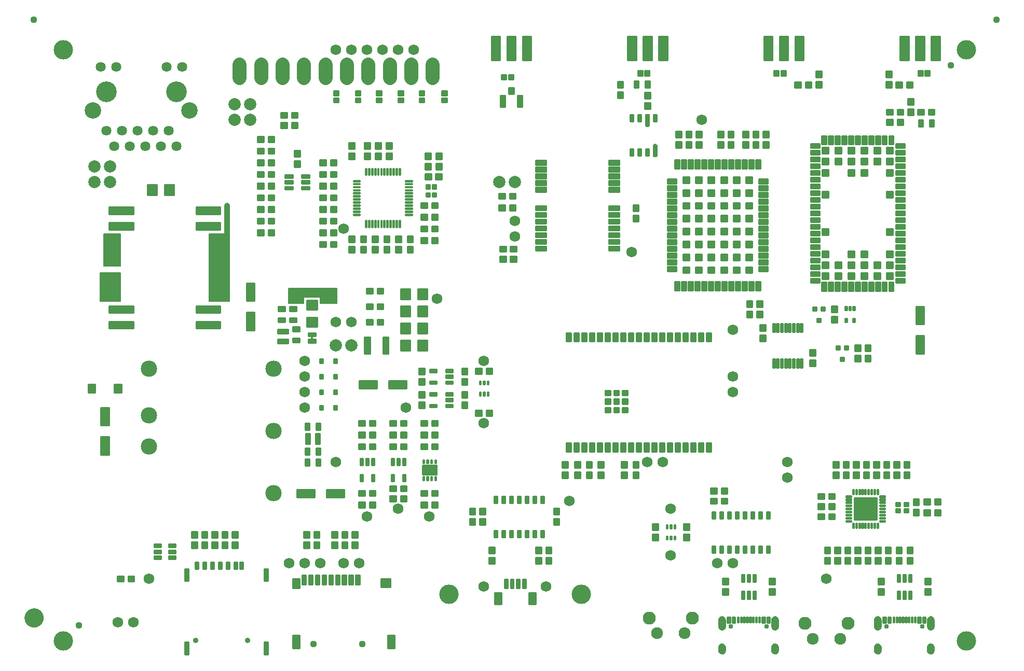
<source format=gts>
G04 EAGLE Gerber RS-274X export*
G75*
%MOMM*%
%FSLAX34Y34*%
%LPD*%
%INSoldermask Top*%
%IPPOS*%
%AMOC8*
5,1,8,0,0,1.08239X$1,22.5*%
G01*
%ADD10C,0.965200*%
%ADD11C,0.225400*%
%ADD12C,0.227100*%
%ADD13C,1.127000*%
%ADD14C,3.175000*%
%ADD15C,0.230578*%
%ADD16C,0.225369*%
%ADD17C,0.777000*%
%ADD18C,0.231559*%
%ADD19C,0.225588*%
%ADD20C,0.229050*%
%ADD21C,0.225938*%
%ADD22C,0.223409*%
%ADD23C,1.727000*%
%ADD24C,0.231750*%
%ADD25C,0.227778*%
%ADD26C,0.224709*%
%ADD27C,0.220859*%
%ADD28C,0.228600*%
%ADD29C,3.377000*%
%ADD30C,2.677000*%
%ADD31C,1.627000*%
%ADD32C,0.224509*%
%ADD33C,0.220319*%
%ADD34C,0.228344*%
%ADD35C,2.006600*%
%ADD36C,1.927000*%
%ADD37C,2.127000*%
%ADD38C,2.327000*%
%ADD39C,0.305338*%
%ADD40C,0.227919*%
%ADD41C,0.229619*%
%ADD42C,0.230800*%
%ADD43C,0.233100*%
%ADD44C,0.877000*%
%ADD45C,0.223519*%
%ADD46C,2.667000*%
%ADD47C,0.229738*%
%ADD48C,1.270000*%

G36*
X292793Y579383D02*
X292793Y579383D01*
X292851Y579381D01*
X292933Y579403D01*
X293017Y579415D01*
X293070Y579439D01*
X293126Y579453D01*
X293199Y579496D01*
X293276Y579531D01*
X293321Y579569D01*
X293371Y579599D01*
X293429Y579660D01*
X293493Y579715D01*
X293525Y579763D01*
X293565Y579806D01*
X293604Y579881D01*
X293651Y579951D01*
X293668Y580007D01*
X293695Y580059D01*
X293706Y580127D01*
X293736Y580222D01*
X293739Y580322D01*
X293750Y580390D01*
X293750Y689610D01*
X293742Y689668D01*
X293744Y689726D01*
X293722Y689808D01*
X293710Y689892D01*
X293687Y689945D01*
X293672Y690001D01*
X293629Y690074D01*
X293594Y690151D01*
X293556Y690196D01*
X293527Y690246D01*
X293465Y690304D01*
X293411Y690368D01*
X293362Y690400D01*
X293319Y690440D01*
X293244Y690479D01*
X293174Y690526D01*
X293118Y690543D01*
X293066Y690570D01*
X292998Y690581D01*
X292903Y690611D01*
X292803Y690614D01*
X292735Y690625D01*
X259715Y690625D01*
X259657Y690617D01*
X259599Y690619D01*
X259517Y690597D01*
X259434Y690585D01*
X259380Y690562D01*
X259324Y690547D01*
X259251Y690504D01*
X259174Y690469D01*
X259129Y690431D01*
X259079Y690402D01*
X259021Y690340D01*
X258957Y690286D01*
X258925Y690237D01*
X258885Y690194D01*
X258846Y690119D01*
X258800Y690049D01*
X258782Y689993D01*
X258755Y689941D01*
X258744Y689873D01*
X258714Y689778D01*
X258711Y689678D01*
X258700Y689610D01*
X258700Y580390D01*
X258708Y580332D01*
X258706Y580274D01*
X258728Y580192D01*
X258740Y580109D01*
X258764Y580055D01*
X258778Y579999D01*
X258821Y579926D01*
X258856Y579849D01*
X258894Y579804D01*
X258924Y579754D01*
X258985Y579696D01*
X259040Y579632D01*
X259088Y579600D01*
X259131Y579560D01*
X259206Y579521D01*
X259276Y579475D01*
X259332Y579457D01*
X259384Y579430D01*
X259452Y579419D01*
X259547Y579389D01*
X259647Y579386D01*
X259715Y579375D01*
X292735Y579375D01*
X292793Y579383D01*
G37*
G36*
X413443Y575573D02*
X413443Y575573D01*
X413501Y575571D01*
X413583Y575593D01*
X413667Y575605D01*
X413720Y575629D01*
X413776Y575643D01*
X413849Y575686D01*
X413926Y575721D01*
X413971Y575759D01*
X414021Y575789D01*
X414079Y575850D01*
X414143Y575905D01*
X414175Y575953D01*
X414215Y575996D01*
X414254Y576071D01*
X414301Y576141D01*
X414318Y576197D01*
X414345Y576249D01*
X414356Y576317D01*
X414386Y576412D01*
X414389Y576512D01*
X414400Y576580D01*
X414400Y585725D01*
X440310Y585725D01*
X440310Y576580D01*
X440318Y576522D01*
X440316Y576464D01*
X440338Y576382D01*
X440350Y576299D01*
X440374Y576245D01*
X440388Y576189D01*
X440431Y576116D01*
X440466Y576039D01*
X440504Y575994D01*
X440534Y575944D01*
X440595Y575886D01*
X440650Y575822D01*
X440698Y575790D01*
X440741Y575750D01*
X440816Y575711D01*
X440886Y575665D01*
X440942Y575647D01*
X440994Y575620D01*
X441062Y575609D01*
X441157Y575579D01*
X441257Y575576D01*
X441325Y575565D01*
X467995Y575565D01*
X468053Y575573D01*
X468111Y575571D01*
X468193Y575593D01*
X468277Y575605D01*
X468330Y575629D01*
X468386Y575643D01*
X468459Y575686D01*
X468536Y575721D01*
X468581Y575759D01*
X468631Y575789D01*
X468689Y575850D01*
X468753Y575905D01*
X468785Y575953D01*
X468825Y575996D01*
X468864Y576071D01*
X468911Y576141D01*
X468928Y576197D01*
X468955Y576249D01*
X468966Y576317D01*
X468996Y576412D01*
X468999Y576512D01*
X469010Y576580D01*
X469010Y600710D01*
X469002Y600768D01*
X469004Y600826D01*
X468982Y600908D01*
X468970Y600992D01*
X468947Y601045D01*
X468932Y601101D01*
X468889Y601174D01*
X468854Y601251D01*
X468816Y601296D01*
X468787Y601346D01*
X468725Y601404D01*
X468671Y601468D01*
X468622Y601500D01*
X468579Y601540D01*
X468504Y601579D01*
X468434Y601626D01*
X468378Y601643D01*
X468326Y601670D01*
X468258Y601681D01*
X468163Y601711D01*
X468063Y601714D01*
X467995Y601725D01*
X389255Y601725D01*
X389197Y601717D01*
X389139Y601719D01*
X389057Y601697D01*
X388974Y601685D01*
X388920Y601662D01*
X388864Y601647D01*
X388791Y601604D01*
X388714Y601569D01*
X388669Y601531D01*
X388619Y601502D01*
X388561Y601440D01*
X388497Y601386D01*
X388465Y601337D01*
X388425Y601294D01*
X388386Y601219D01*
X388340Y601149D01*
X388322Y601093D01*
X388295Y601041D01*
X388284Y600973D01*
X388254Y600878D01*
X388251Y600778D01*
X388240Y600710D01*
X388240Y576580D01*
X388248Y576522D01*
X388246Y576464D01*
X388268Y576382D01*
X388280Y576299D01*
X388304Y576245D01*
X388318Y576189D01*
X388361Y576116D01*
X388396Y576039D01*
X388434Y575994D01*
X388464Y575944D01*
X388525Y575886D01*
X388580Y575822D01*
X388628Y575790D01*
X388671Y575750D01*
X388746Y575711D01*
X388816Y575665D01*
X388872Y575647D01*
X388924Y575620D01*
X388992Y575609D01*
X389087Y575579D01*
X389187Y575576D01*
X389255Y575565D01*
X413385Y575565D01*
X413443Y575573D01*
G37*
G36*
X114993Y579383D02*
X114993Y579383D01*
X115051Y579381D01*
X115133Y579403D01*
X115217Y579415D01*
X115270Y579439D01*
X115326Y579453D01*
X115399Y579496D01*
X115476Y579531D01*
X115521Y579569D01*
X115571Y579599D01*
X115629Y579660D01*
X115693Y579715D01*
X115725Y579763D01*
X115765Y579806D01*
X115804Y579881D01*
X115851Y579951D01*
X115868Y580007D01*
X115895Y580059D01*
X115906Y580127D01*
X115936Y580222D01*
X115939Y580322D01*
X115950Y580390D01*
X115950Y626110D01*
X115943Y626163D01*
X115944Y626193D01*
X115943Y626196D01*
X115944Y626226D01*
X115922Y626308D01*
X115910Y626392D01*
X115887Y626445D01*
X115872Y626501D01*
X115829Y626574D01*
X115794Y626651D01*
X115756Y626696D01*
X115727Y626746D01*
X115665Y626804D01*
X115611Y626868D01*
X115562Y626900D01*
X115519Y626940D01*
X115444Y626979D01*
X115374Y627026D01*
X115318Y627043D01*
X115266Y627070D01*
X115198Y627081D01*
X115103Y627111D01*
X115003Y627114D01*
X114935Y627125D01*
X81915Y627125D01*
X81857Y627117D01*
X81799Y627119D01*
X81717Y627097D01*
X81634Y627085D01*
X81580Y627062D01*
X81524Y627047D01*
X81451Y627004D01*
X81374Y626969D01*
X81329Y626931D01*
X81279Y626902D01*
X81221Y626840D01*
X81157Y626786D01*
X81125Y626737D01*
X81085Y626694D01*
X81046Y626619D01*
X81000Y626549D01*
X80982Y626493D01*
X80955Y626441D01*
X80944Y626373D01*
X80914Y626278D01*
X80911Y626178D01*
X80900Y626110D01*
X80900Y580390D01*
X80908Y580332D01*
X80906Y580274D01*
X80928Y580192D01*
X80940Y580109D01*
X80964Y580055D01*
X80978Y579999D01*
X81021Y579926D01*
X81056Y579849D01*
X81094Y579804D01*
X81124Y579754D01*
X81185Y579696D01*
X81240Y579632D01*
X81288Y579600D01*
X81331Y579560D01*
X81406Y579521D01*
X81476Y579475D01*
X81532Y579457D01*
X81584Y579430D01*
X81652Y579419D01*
X81747Y579389D01*
X81847Y579386D01*
X81915Y579375D01*
X114935Y579375D01*
X114993Y579383D01*
G37*
G36*
X114993Y636533D02*
X114993Y636533D01*
X115051Y636531D01*
X115133Y636553D01*
X115217Y636565D01*
X115270Y636589D01*
X115326Y636603D01*
X115399Y636646D01*
X115476Y636681D01*
X115521Y636719D01*
X115571Y636749D01*
X115629Y636810D01*
X115693Y636865D01*
X115725Y636913D01*
X115765Y636956D01*
X115804Y637031D01*
X115851Y637101D01*
X115868Y637157D01*
X115895Y637209D01*
X115906Y637277D01*
X115936Y637372D01*
X115939Y637472D01*
X115950Y637540D01*
X115950Y689610D01*
X115942Y689668D01*
X115944Y689726D01*
X115922Y689808D01*
X115910Y689892D01*
X115887Y689945D01*
X115872Y690001D01*
X115829Y690074D01*
X115794Y690151D01*
X115756Y690196D01*
X115727Y690246D01*
X115665Y690304D01*
X115611Y690368D01*
X115562Y690400D01*
X115519Y690440D01*
X115444Y690479D01*
X115374Y690526D01*
X115318Y690543D01*
X115266Y690570D01*
X115198Y690581D01*
X115103Y690611D01*
X115003Y690614D01*
X114935Y690625D01*
X88265Y690625D01*
X88207Y690617D01*
X88149Y690619D01*
X88067Y690597D01*
X87984Y690585D01*
X87930Y690562D01*
X87874Y690547D01*
X87801Y690504D01*
X87724Y690469D01*
X87679Y690431D01*
X87629Y690402D01*
X87571Y690340D01*
X87507Y690286D01*
X87475Y690237D01*
X87435Y690194D01*
X87396Y690119D01*
X87350Y690049D01*
X87332Y689993D01*
X87305Y689941D01*
X87294Y689873D01*
X87264Y689778D01*
X87261Y689678D01*
X87250Y689610D01*
X87250Y637540D01*
X87258Y637482D01*
X87256Y637424D01*
X87278Y637342D01*
X87290Y637259D01*
X87314Y637205D01*
X87328Y637149D01*
X87371Y637076D01*
X87406Y636999D01*
X87444Y636954D01*
X87474Y636904D01*
X87535Y636846D01*
X87590Y636782D01*
X87638Y636750D01*
X87681Y636710D01*
X87756Y636671D01*
X87826Y636625D01*
X87882Y636607D01*
X87934Y636580D01*
X88002Y636569D01*
X88097Y636539D01*
X88197Y636536D01*
X88265Y636525D01*
X114935Y636525D01*
X114993Y636533D01*
G37*
G36*
X1438309Y42883D02*
X1438309Y42883D01*
X1438315Y42889D01*
X1438320Y42885D01*
X1439550Y43250D01*
X1439555Y43257D01*
X1439560Y43255D01*
X1440679Y43885D01*
X1440682Y43892D01*
X1440688Y43891D01*
X1441638Y44754D01*
X1441639Y44762D01*
X1441645Y44762D01*
X1442379Y45815D01*
X1442379Y45823D01*
X1442384Y45825D01*
X1442866Y47015D01*
X1442864Y47020D01*
X1442868Y47023D01*
X1442867Y47024D01*
X1442869Y47025D01*
X1443074Y48292D01*
X1443071Y48297D01*
X1443074Y48300D01*
X1443074Y60300D01*
X1443071Y60304D01*
X1443074Y60307D01*
X1442919Y61429D01*
X1442914Y61434D01*
X1442917Y61438D01*
X1442546Y62509D01*
X1442540Y62513D01*
X1442542Y62518D01*
X1441969Y63495D01*
X1441963Y63498D01*
X1441964Y63503D01*
X1441211Y64350D01*
X1441204Y64352D01*
X1441204Y64357D01*
X1440301Y65041D01*
X1440294Y65041D01*
X1440293Y65046D01*
X1439274Y65541D01*
X1439267Y65539D01*
X1439265Y65544D01*
X1438168Y65831D01*
X1438162Y65828D01*
X1438159Y65832D01*
X1437028Y65899D01*
X1437022Y65899D01*
X1435891Y65832D01*
X1435886Y65827D01*
X1435882Y65831D01*
X1434785Y65544D01*
X1434781Y65538D01*
X1434776Y65541D01*
X1433757Y65046D01*
X1433754Y65040D01*
X1433749Y65041D01*
X1432846Y64357D01*
X1432844Y64350D01*
X1432839Y64350D01*
X1432086Y63503D01*
X1432086Y63496D01*
X1432081Y63495D01*
X1431508Y62518D01*
X1431509Y62515D01*
X1431508Y62514D01*
X1431509Y62513D01*
X1431509Y62511D01*
X1431504Y62509D01*
X1431133Y61438D01*
X1431135Y61433D01*
X1431132Y61431D01*
X1431132Y61430D01*
X1431131Y61429D01*
X1430976Y60307D01*
X1430979Y60302D01*
X1430976Y60300D01*
X1430976Y48300D01*
X1430979Y48295D01*
X1430976Y48292D01*
X1431181Y47025D01*
X1431187Y47019D01*
X1431184Y47015D01*
X1431666Y45825D01*
X1431673Y45821D01*
X1431671Y45815D01*
X1432405Y44762D01*
X1432413Y44760D01*
X1432412Y44754D01*
X1433362Y43891D01*
X1433371Y43890D01*
X1433371Y43885D01*
X1434490Y43255D01*
X1434498Y43256D01*
X1434500Y43250D01*
X1435730Y42885D01*
X1435738Y42888D01*
X1435741Y42883D01*
X1437022Y42801D01*
X1437026Y42804D01*
X1437028Y42801D01*
X1438309Y42883D01*
G37*
G36*
X1184309Y42883D02*
X1184309Y42883D01*
X1184315Y42889D01*
X1184320Y42885D01*
X1185550Y43250D01*
X1185555Y43257D01*
X1185560Y43255D01*
X1186679Y43885D01*
X1186682Y43892D01*
X1186688Y43891D01*
X1187638Y44754D01*
X1187639Y44762D01*
X1187645Y44762D01*
X1188379Y45815D01*
X1188379Y45823D01*
X1188384Y45825D01*
X1188866Y47015D01*
X1188864Y47020D01*
X1188868Y47023D01*
X1188867Y47024D01*
X1188869Y47025D01*
X1189074Y48292D01*
X1189071Y48297D01*
X1189074Y48300D01*
X1189074Y60300D01*
X1189071Y60304D01*
X1189074Y60307D01*
X1188919Y61429D01*
X1188914Y61434D01*
X1188917Y61438D01*
X1188546Y62509D01*
X1188540Y62513D01*
X1188542Y62518D01*
X1187969Y63495D01*
X1187963Y63498D01*
X1187964Y63503D01*
X1187211Y64350D01*
X1187204Y64352D01*
X1187204Y64357D01*
X1186301Y65041D01*
X1186294Y65041D01*
X1186293Y65046D01*
X1185274Y65541D01*
X1185267Y65539D01*
X1185265Y65544D01*
X1184168Y65831D01*
X1184162Y65828D01*
X1184159Y65832D01*
X1183028Y65899D01*
X1183022Y65899D01*
X1181891Y65832D01*
X1181886Y65827D01*
X1181882Y65831D01*
X1180785Y65544D01*
X1180781Y65538D01*
X1180776Y65541D01*
X1179757Y65046D01*
X1179754Y65040D01*
X1179749Y65041D01*
X1178846Y64357D01*
X1178844Y64350D01*
X1178839Y64350D01*
X1178086Y63503D01*
X1178086Y63496D01*
X1178081Y63495D01*
X1177508Y62518D01*
X1177509Y62515D01*
X1177508Y62514D01*
X1177509Y62513D01*
X1177509Y62511D01*
X1177504Y62509D01*
X1177133Y61438D01*
X1177135Y61433D01*
X1177132Y61431D01*
X1177132Y61430D01*
X1177131Y61429D01*
X1176976Y60307D01*
X1176979Y60302D01*
X1176976Y60300D01*
X1176976Y48300D01*
X1176979Y48295D01*
X1176976Y48292D01*
X1177181Y47025D01*
X1177187Y47019D01*
X1177184Y47015D01*
X1177666Y45825D01*
X1177673Y45821D01*
X1177671Y45815D01*
X1178405Y44762D01*
X1178413Y44760D01*
X1178412Y44754D01*
X1179362Y43891D01*
X1179371Y43890D01*
X1179371Y43885D01*
X1180490Y43255D01*
X1180498Y43256D01*
X1180500Y43250D01*
X1181730Y42885D01*
X1181738Y42888D01*
X1181741Y42883D01*
X1183022Y42801D01*
X1183026Y42804D01*
X1183028Y42801D01*
X1184309Y42883D01*
G37*
G36*
X1097909Y42883D02*
X1097909Y42883D01*
X1097915Y42889D01*
X1097920Y42885D01*
X1099150Y43250D01*
X1099155Y43257D01*
X1099160Y43255D01*
X1100279Y43885D01*
X1100282Y43892D01*
X1100288Y43891D01*
X1101238Y44754D01*
X1101239Y44762D01*
X1101245Y44762D01*
X1101979Y45815D01*
X1101979Y45823D01*
X1101984Y45825D01*
X1102466Y47015D01*
X1102464Y47020D01*
X1102468Y47023D01*
X1102467Y47024D01*
X1102469Y47025D01*
X1102674Y48292D01*
X1102671Y48297D01*
X1102674Y48300D01*
X1102674Y60300D01*
X1102671Y60304D01*
X1102674Y60307D01*
X1102519Y61429D01*
X1102514Y61434D01*
X1102517Y61438D01*
X1102146Y62509D01*
X1102140Y62513D01*
X1102142Y62518D01*
X1101569Y63495D01*
X1101563Y63498D01*
X1101564Y63503D01*
X1100811Y64350D01*
X1100804Y64352D01*
X1100804Y64357D01*
X1099901Y65041D01*
X1099894Y65041D01*
X1099893Y65046D01*
X1098874Y65541D01*
X1098867Y65539D01*
X1098865Y65544D01*
X1097768Y65831D01*
X1097762Y65828D01*
X1097759Y65832D01*
X1096628Y65899D01*
X1096622Y65899D01*
X1095491Y65832D01*
X1095486Y65827D01*
X1095482Y65831D01*
X1094385Y65544D01*
X1094381Y65538D01*
X1094376Y65541D01*
X1093357Y65046D01*
X1093354Y65040D01*
X1093349Y65041D01*
X1092446Y64357D01*
X1092444Y64350D01*
X1092439Y64350D01*
X1091686Y63503D01*
X1091686Y63496D01*
X1091681Y63495D01*
X1091108Y62518D01*
X1091109Y62515D01*
X1091108Y62514D01*
X1091109Y62513D01*
X1091109Y62511D01*
X1091104Y62509D01*
X1090733Y61438D01*
X1090735Y61433D01*
X1090732Y61431D01*
X1090732Y61430D01*
X1090731Y61429D01*
X1090576Y60307D01*
X1090579Y60302D01*
X1090576Y60300D01*
X1090576Y48300D01*
X1090579Y48295D01*
X1090576Y48292D01*
X1090781Y47025D01*
X1090787Y47019D01*
X1090784Y47015D01*
X1091266Y45825D01*
X1091273Y45821D01*
X1091271Y45815D01*
X1092005Y44762D01*
X1092013Y44760D01*
X1092012Y44754D01*
X1092962Y43891D01*
X1092971Y43890D01*
X1092971Y43885D01*
X1094090Y43255D01*
X1094098Y43256D01*
X1094100Y43250D01*
X1095330Y42885D01*
X1095338Y42888D01*
X1095341Y42883D01*
X1096622Y42801D01*
X1096626Y42804D01*
X1096628Y42801D01*
X1097909Y42883D01*
G37*
G36*
X1351909Y42883D02*
X1351909Y42883D01*
X1351915Y42889D01*
X1351920Y42885D01*
X1353150Y43250D01*
X1353155Y43257D01*
X1353160Y43255D01*
X1354279Y43885D01*
X1354282Y43892D01*
X1354288Y43891D01*
X1355238Y44754D01*
X1355239Y44762D01*
X1355245Y44762D01*
X1355979Y45815D01*
X1355979Y45823D01*
X1355984Y45825D01*
X1356466Y47015D01*
X1356464Y47020D01*
X1356468Y47023D01*
X1356467Y47024D01*
X1356469Y47025D01*
X1356674Y48292D01*
X1356671Y48297D01*
X1356674Y48300D01*
X1356674Y60300D01*
X1356671Y60304D01*
X1356674Y60307D01*
X1356519Y61429D01*
X1356514Y61434D01*
X1356517Y61438D01*
X1356146Y62509D01*
X1356140Y62513D01*
X1356142Y62518D01*
X1355569Y63495D01*
X1355563Y63498D01*
X1355564Y63503D01*
X1354811Y64350D01*
X1354804Y64352D01*
X1354804Y64357D01*
X1353901Y65041D01*
X1353894Y65041D01*
X1353893Y65046D01*
X1352874Y65541D01*
X1352867Y65539D01*
X1352865Y65544D01*
X1351768Y65831D01*
X1351762Y65828D01*
X1351759Y65832D01*
X1350628Y65899D01*
X1350622Y65899D01*
X1349491Y65832D01*
X1349486Y65827D01*
X1349482Y65831D01*
X1348385Y65544D01*
X1348381Y65538D01*
X1348376Y65541D01*
X1347357Y65046D01*
X1347354Y65040D01*
X1347349Y65041D01*
X1346446Y64357D01*
X1346444Y64350D01*
X1346439Y64350D01*
X1345686Y63503D01*
X1345686Y63496D01*
X1345681Y63495D01*
X1345108Y62518D01*
X1345109Y62515D01*
X1345108Y62514D01*
X1345109Y62513D01*
X1345109Y62511D01*
X1345104Y62509D01*
X1344733Y61438D01*
X1344735Y61433D01*
X1344732Y61431D01*
X1344732Y61430D01*
X1344731Y61429D01*
X1344576Y60307D01*
X1344579Y60302D01*
X1344576Y60300D01*
X1344576Y48300D01*
X1344579Y48295D01*
X1344576Y48292D01*
X1344781Y47025D01*
X1344787Y47019D01*
X1344784Y47015D01*
X1345266Y45825D01*
X1345273Y45821D01*
X1345271Y45815D01*
X1346005Y44762D01*
X1346013Y44760D01*
X1346012Y44754D01*
X1346962Y43891D01*
X1346971Y43890D01*
X1346971Y43885D01*
X1348090Y43255D01*
X1348098Y43256D01*
X1348100Y43250D01*
X1349330Y42885D01*
X1349338Y42888D01*
X1349341Y42883D01*
X1350622Y42801D01*
X1350626Y42804D01*
X1350628Y42801D01*
X1351909Y42883D01*
G37*
G36*
X1351796Y3611D02*
X1351796Y3611D01*
X1351801Y3616D01*
X1351805Y3613D01*
X1352928Y3948D01*
X1352932Y3954D01*
X1352936Y3952D01*
X1353972Y4500D01*
X1353975Y4506D01*
X1353980Y4505D01*
X1354888Y5244D01*
X1354890Y5251D01*
X1354895Y5251D01*
X1355642Y6153D01*
X1355642Y6161D01*
X1355648Y6161D01*
X1356204Y7192D01*
X1356203Y7199D01*
X1356208Y7201D01*
X1356552Y8320D01*
X1356550Y8327D01*
X1356554Y8330D01*
X1356674Y9495D01*
X1356672Y9498D01*
X1356674Y9500D01*
X1356674Y15500D01*
X1356672Y15503D01*
X1356674Y15505D01*
X1356563Y16681D01*
X1356558Y16686D01*
X1356561Y16690D01*
X1356223Y17822D01*
X1356217Y17826D01*
X1356219Y17831D01*
X1355667Y18875D01*
X1355660Y18878D01*
X1355662Y18883D01*
X1354916Y19799D01*
X1354909Y19800D01*
X1354909Y19806D01*
X1354000Y20559D01*
X1353992Y20559D01*
X1353992Y20564D01*
X1352952Y21125D01*
X1352945Y21124D01*
X1352943Y21129D01*
X1351814Y21476D01*
X1351808Y21474D01*
X1351805Y21478D01*
X1350630Y21599D01*
X1350623Y21595D01*
X1350619Y21599D01*
X1349279Y21442D01*
X1349273Y21437D01*
X1349268Y21440D01*
X1347997Y20989D01*
X1347992Y20982D01*
X1347987Y20984D01*
X1346848Y20262D01*
X1346845Y20254D01*
X1346839Y20255D01*
X1345889Y19297D01*
X1345888Y19289D01*
X1345882Y19288D01*
X1345169Y18143D01*
X1345170Y18135D01*
X1345164Y18133D01*
X1344724Y16857D01*
X1344726Y16850D01*
X1344722Y16847D01*
X1344576Y15505D01*
X1344578Y15502D01*
X1344576Y15500D01*
X1344576Y9500D01*
X1344578Y9497D01*
X1344576Y9494D01*
X1344731Y8165D01*
X1344737Y8159D01*
X1344734Y8155D01*
X1345181Y6894D01*
X1345188Y6889D01*
X1345186Y6884D01*
X1345903Y5754D01*
X1345910Y5751D01*
X1345909Y5745D01*
X1346860Y4803D01*
X1346868Y4802D01*
X1346868Y4796D01*
X1348004Y4089D01*
X1348012Y4090D01*
X1348014Y4084D01*
X1349279Y3648D01*
X1349284Y3649D01*
X1349285Y3649D01*
X1349288Y3649D01*
X1349290Y3645D01*
X1350620Y3501D01*
X1350626Y3505D01*
X1350630Y3501D01*
X1351796Y3611D01*
G37*
G36*
X1438196Y3611D02*
X1438196Y3611D01*
X1438201Y3616D01*
X1438205Y3613D01*
X1439328Y3948D01*
X1439332Y3954D01*
X1439336Y3952D01*
X1440372Y4500D01*
X1440375Y4506D01*
X1440380Y4505D01*
X1441288Y5244D01*
X1441290Y5251D01*
X1441295Y5251D01*
X1442042Y6153D01*
X1442042Y6161D01*
X1442048Y6161D01*
X1442604Y7192D01*
X1442603Y7199D01*
X1442608Y7201D01*
X1442952Y8320D01*
X1442950Y8327D01*
X1442954Y8330D01*
X1443074Y9495D01*
X1443072Y9498D01*
X1443074Y9500D01*
X1443074Y15500D01*
X1443072Y15503D01*
X1443074Y15505D01*
X1442963Y16681D01*
X1442958Y16686D01*
X1442961Y16690D01*
X1442623Y17822D01*
X1442617Y17826D01*
X1442619Y17831D01*
X1442067Y18875D01*
X1442060Y18878D01*
X1442062Y18883D01*
X1441316Y19799D01*
X1441309Y19800D01*
X1441309Y19806D01*
X1440400Y20559D01*
X1440392Y20559D01*
X1440392Y20564D01*
X1439352Y21125D01*
X1439345Y21124D01*
X1439343Y21129D01*
X1438214Y21476D01*
X1438208Y21474D01*
X1438205Y21478D01*
X1437030Y21599D01*
X1437023Y21595D01*
X1437019Y21599D01*
X1435679Y21442D01*
X1435673Y21437D01*
X1435668Y21440D01*
X1434397Y20989D01*
X1434392Y20982D01*
X1434387Y20984D01*
X1433248Y20262D01*
X1433245Y20254D01*
X1433239Y20255D01*
X1432289Y19297D01*
X1432288Y19289D01*
X1432282Y19288D01*
X1431569Y18143D01*
X1431570Y18135D01*
X1431564Y18133D01*
X1431124Y16857D01*
X1431126Y16850D01*
X1431122Y16847D01*
X1430976Y15505D01*
X1430978Y15502D01*
X1430976Y15500D01*
X1430976Y9500D01*
X1430978Y9497D01*
X1430976Y9494D01*
X1431131Y8165D01*
X1431137Y8159D01*
X1431134Y8155D01*
X1431581Y6894D01*
X1431588Y6889D01*
X1431586Y6884D01*
X1432303Y5754D01*
X1432310Y5751D01*
X1432309Y5745D01*
X1433260Y4803D01*
X1433268Y4802D01*
X1433268Y4796D01*
X1434404Y4089D01*
X1434412Y4090D01*
X1434414Y4084D01*
X1435679Y3648D01*
X1435684Y3649D01*
X1435685Y3649D01*
X1435688Y3649D01*
X1435690Y3645D01*
X1437020Y3501D01*
X1437026Y3505D01*
X1437030Y3501D01*
X1438196Y3611D01*
G37*
G36*
X1184196Y3611D02*
X1184196Y3611D01*
X1184201Y3616D01*
X1184205Y3613D01*
X1185328Y3948D01*
X1185332Y3954D01*
X1185336Y3952D01*
X1186372Y4500D01*
X1186375Y4506D01*
X1186380Y4505D01*
X1187288Y5244D01*
X1187290Y5251D01*
X1187295Y5251D01*
X1188042Y6153D01*
X1188042Y6161D01*
X1188048Y6161D01*
X1188604Y7192D01*
X1188603Y7199D01*
X1188608Y7201D01*
X1188952Y8320D01*
X1188950Y8327D01*
X1188954Y8330D01*
X1189074Y9495D01*
X1189072Y9498D01*
X1189074Y9500D01*
X1189074Y15500D01*
X1189072Y15503D01*
X1189074Y15505D01*
X1188963Y16681D01*
X1188958Y16686D01*
X1188961Y16690D01*
X1188623Y17822D01*
X1188617Y17826D01*
X1188619Y17831D01*
X1188067Y18875D01*
X1188060Y18878D01*
X1188062Y18883D01*
X1187316Y19799D01*
X1187309Y19800D01*
X1187309Y19806D01*
X1186400Y20559D01*
X1186392Y20559D01*
X1186392Y20564D01*
X1185352Y21125D01*
X1185345Y21124D01*
X1185343Y21129D01*
X1184214Y21476D01*
X1184208Y21474D01*
X1184205Y21478D01*
X1183030Y21599D01*
X1183023Y21595D01*
X1183019Y21599D01*
X1181679Y21442D01*
X1181673Y21437D01*
X1181668Y21440D01*
X1180397Y20989D01*
X1180392Y20982D01*
X1180387Y20984D01*
X1179248Y20262D01*
X1179245Y20254D01*
X1179239Y20255D01*
X1178289Y19297D01*
X1178288Y19289D01*
X1178282Y19288D01*
X1177569Y18143D01*
X1177570Y18135D01*
X1177564Y18133D01*
X1177124Y16857D01*
X1177126Y16850D01*
X1177122Y16847D01*
X1176976Y15505D01*
X1176978Y15502D01*
X1176976Y15500D01*
X1176976Y9500D01*
X1176978Y9497D01*
X1176976Y9494D01*
X1177131Y8165D01*
X1177137Y8159D01*
X1177134Y8155D01*
X1177581Y6894D01*
X1177588Y6889D01*
X1177586Y6884D01*
X1178303Y5754D01*
X1178310Y5751D01*
X1178309Y5745D01*
X1179260Y4803D01*
X1179268Y4802D01*
X1179268Y4796D01*
X1180404Y4089D01*
X1180412Y4090D01*
X1180414Y4084D01*
X1181679Y3648D01*
X1181684Y3649D01*
X1181685Y3649D01*
X1181688Y3649D01*
X1181690Y3645D01*
X1183020Y3501D01*
X1183026Y3505D01*
X1183030Y3501D01*
X1184196Y3611D01*
G37*
G36*
X1097796Y3611D02*
X1097796Y3611D01*
X1097801Y3616D01*
X1097805Y3613D01*
X1098928Y3948D01*
X1098932Y3954D01*
X1098936Y3952D01*
X1099972Y4500D01*
X1099975Y4506D01*
X1099980Y4505D01*
X1100888Y5244D01*
X1100890Y5251D01*
X1100895Y5251D01*
X1101642Y6153D01*
X1101642Y6161D01*
X1101648Y6161D01*
X1102204Y7192D01*
X1102203Y7199D01*
X1102208Y7201D01*
X1102552Y8320D01*
X1102550Y8327D01*
X1102554Y8330D01*
X1102674Y9495D01*
X1102672Y9498D01*
X1102674Y9500D01*
X1102674Y15500D01*
X1102672Y15503D01*
X1102674Y15505D01*
X1102563Y16681D01*
X1102558Y16686D01*
X1102561Y16690D01*
X1102223Y17822D01*
X1102217Y17826D01*
X1102219Y17831D01*
X1101667Y18875D01*
X1101660Y18878D01*
X1101662Y18883D01*
X1100916Y19799D01*
X1100909Y19800D01*
X1100909Y19806D01*
X1100000Y20559D01*
X1099992Y20559D01*
X1099992Y20564D01*
X1098952Y21125D01*
X1098945Y21124D01*
X1098943Y21129D01*
X1097814Y21476D01*
X1097808Y21474D01*
X1097805Y21478D01*
X1096630Y21599D01*
X1096623Y21595D01*
X1096619Y21599D01*
X1095279Y21442D01*
X1095273Y21437D01*
X1095268Y21440D01*
X1093997Y20989D01*
X1093992Y20982D01*
X1093987Y20984D01*
X1092848Y20262D01*
X1092845Y20254D01*
X1092839Y20255D01*
X1091889Y19297D01*
X1091888Y19289D01*
X1091882Y19288D01*
X1091169Y18143D01*
X1091170Y18135D01*
X1091164Y18133D01*
X1090724Y16857D01*
X1090726Y16850D01*
X1090722Y16847D01*
X1090576Y15505D01*
X1090578Y15502D01*
X1090576Y15500D01*
X1090576Y9500D01*
X1090578Y9497D01*
X1090576Y9494D01*
X1090731Y8165D01*
X1090737Y8159D01*
X1090734Y8155D01*
X1091181Y6894D01*
X1091188Y6889D01*
X1091186Y6884D01*
X1091903Y5754D01*
X1091910Y5751D01*
X1091909Y5745D01*
X1092860Y4803D01*
X1092868Y4802D01*
X1092868Y4796D01*
X1094004Y4089D01*
X1094012Y4090D01*
X1094014Y4084D01*
X1095279Y3648D01*
X1095284Y3649D01*
X1095285Y3649D01*
X1095288Y3649D01*
X1095290Y3645D01*
X1096620Y3501D01*
X1096626Y3505D01*
X1096630Y3501D01*
X1097796Y3611D01*
G37*
G36*
X975621Y864451D02*
X975621Y864451D01*
X975627Y864457D01*
X975631Y864454D01*
X976477Y864750D01*
X976481Y864756D01*
X976487Y864754D01*
X977245Y865231D01*
X977248Y865239D01*
X977254Y865238D01*
X977887Y865871D01*
X977888Y865879D01*
X977894Y865880D01*
X978371Y866638D01*
X978370Y866646D01*
X978375Y866648D01*
X978671Y867494D01*
X978669Y867501D01*
X978674Y867504D01*
X978774Y868395D01*
X978772Y868398D01*
X978774Y868400D01*
X978774Y883900D01*
X978771Y883904D01*
X978774Y883906D01*
X978706Y884424D01*
X978699Y884431D01*
X978702Y884436D01*
X978503Y884919D01*
X978494Y884924D01*
X978496Y884930D01*
X978178Y885344D01*
X978169Y885347D01*
X978169Y885353D01*
X977755Y885671D01*
X977746Y885671D01*
X977744Y885678D01*
X977261Y885877D01*
X977252Y885875D01*
X977249Y885881D01*
X976731Y885949D01*
X976727Y885946D01*
X976725Y885949D01*
X972725Y885949D01*
X972721Y885946D01*
X972719Y885949D01*
X972201Y885881D01*
X972194Y885874D01*
X972189Y885877D01*
X971706Y885678D01*
X971701Y885669D01*
X971695Y885671D01*
X971281Y885353D01*
X971278Y885344D01*
X971272Y885344D01*
X970954Y884930D01*
X970954Y884921D01*
X970947Y884919D01*
X970748Y884436D01*
X970750Y884427D01*
X970744Y884424D01*
X970676Y883906D01*
X970679Y883902D01*
X970676Y883900D01*
X970676Y868400D01*
X970678Y868397D01*
X970676Y868395D01*
X970776Y867504D01*
X970782Y867498D01*
X970779Y867494D01*
X971075Y866648D01*
X971081Y866644D01*
X971079Y866638D01*
X971556Y865880D01*
X971564Y865877D01*
X971563Y865871D01*
X972196Y865238D01*
X972204Y865237D01*
X972205Y865231D01*
X972963Y864754D01*
X972971Y864755D01*
X972973Y864750D01*
X973819Y864454D01*
X973826Y864456D01*
X973829Y864451D01*
X974720Y864351D01*
X974727Y864355D01*
X974731Y864351D01*
X975621Y864451D01*
G37*
G36*
X989429Y815854D02*
X989429Y815854D01*
X989431Y815851D01*
X989949Y815919D01*
X989956Y815926D01*
X989961Y815923D01*
X990444Y816122D01*
X990449Y816131D01*
X990455Y816129D01*
X990869Y816447D01*
X990872Y816456D01*
X990878Y816456D01*
X991196Y816870D01*
X991196Y816880D01*
X991203Y816881D01*
X991402Y817364D01*
X991400Y817373D01*
X991406Y817376D01*
X991474Y817894D01*
X991471Y817898D01*
X991474Y817900D01*
X991474Y833400D01*
X991472Y833403D01*
X991474Y833406D01*
X991374Y834296D01*
X991368Y834302D01*
X991371Y834306D01*
X991075Y835152D01*
X991069Y835156D01*
X991071Y835162D01*
X990594Y835920D01*
X990586Y835923D01*
X990587Y835929D01*
X989954Y836562D01*
X989946Y836563D01*
X989945Y836569D01*
X989187Y837046D01*
X989179Y837045D01*
X989177Y837050D01*
X988331Y837346D01*
X988324Y837344D01*
X988321Y837349D01*
X987431Y837449D01*
X987423Y837445D01*
X987420Y837449D01*
X986529Y837349D01*
X986523Y837343D01*
X986519Y837346D01*
X985673Y837050D01*
X985669Y837044D01*
X985663Y837046D01*
X984905Y836569D01*
X984902Y836561D01*
X984896Y836562D01*
X984263Y835929D01*
X984262Y835921D01*
X984256Y835920D01*
X983779Y835162D01*
X983780Y835154D01*
X983775Y835152D01*
X983479Y834306D01*
X983481Y834299D01*
X983476Y834296D01*
X983376Y833406D01*
X983378Y833402D01*
X983376Y833400D01*
X983376Y817900D01*
X983379Y817896D01*
X983376Y817894D01*
X983444Y817376D01*
X983451Y817369D01*
X983448Y817364D01*
X983647Y816881D01*
X983656Y816876D01*
X983654Y816870D01*
X983972Y816456D01*
X983981Y816453D01*
X983981Y816447D01*
X984395Y816129D01*
X984405Y816129D01*
X984406Y816122D01*
X984889Y815923D01*
X984898Y815925D01*
X984901Y815919D01*
X985419Y815851D01*
X985423Y815854D01*
X985425Y815851D01*
X989425Y815851D01*
X989429Y815854D01*
G37*
G36*
X428690Y518172D02*
X428690Y518172D01*
X428756Y518174D01*
X428799Y518192D01*
X428846Y518200D01*
X428903Y518234D01*
X428963Y518259D01*
X428998Y518290D01*
X429039Y518315D01*
X429081Y518366D01*
X429129Y518410D01*
X429151Y518452D01*
X429180Y518489D01*
X429201Y518551D01*
X429232Y518610D01*
X429240Y518664D01*
X429252Y518701D01*
X429251Y518741D01*
X429259Y518795D01*
X429259Y522605D01*
X429248Y522670D01*
X429246Y522736D01*
X429228Y522779D01*
X429220Y522826D01*
X429186Y522883D01*
X429161Y522943D01*
X429130Y522978D01*
X429105Y523019D01*
X429054Y523061D01*
X429010Y523109D01*
X428968Y523131D01*
X428931Y523160D01*
X428869Y523181D01*
X428810Y523212D01*
X428756Y523220D01*
X428719Y523232D01*
X428679Y523231D01*
X428625Y523239D01*
X426085Y523239D01*
X426020Y523228D01*
X425954Y523226D01*
X425911Y523208D01*
X425864Y523200D01*
X425807Y523166D01*
X425747Y523141D01*
X425712Y523110D01*
X425671Y523085D01*
X425630Y523034D01*
X425581Y522990D01*
X425559Y522948D01*
X425530Y522911D01*
X425509Y522849D01*
X425478Y522790D01*
X425470Y522736D01*
X425458Y522699D01*
X425458Y522695D01*
X425458Y522694D01*
X425459Y522659D01*
X425451Y522605D01*
X425451Y518795D01*
X425462Y518730D01*
X425464Y518664D01*
X425482Y518621D01*
X425490Y518574D01*
X425524Y518517D01*
X425549Y518457D01*
X425580Y518422D01*
X425605Y518381D01*
X425656Y518340D01*
X425700Y518291D01*
X425742Y518269D01*
X425779Y518240D01*
X425841Y518219D01*
X425900Y518188D01*
X425954Y518180D01*
X425991Y518168D01*
X426031Y518169D01*
X426085Y518161D01*
X428625Y518161D01*
X428690Y518172D01*
G37*
D10*
X288925Y736600D02*
X288925Y685800D01*
D11*
X855917Y318308D02*
X855917Y308292D01*
X855917Y318308D02*
X864933Y318308D01*
X864933Y308292D01*
X855917Y308292D01*
X855917Y310433D02*
X864933Y310433D01*
X864933Y312574D02*
X855917Y312574D01*
X855917Y314715D02*
X864933Y314715D01*
X864933Y316856D02*
X855917Y316856D01*
X855917Y301308D02*
X855917Y291292D01*
X855917Y301308D02*
X864933Y301308D01*
X864933Y291292D01*
X855917Y291292D01*
X855917Y293433D02*
X864933Y293433D01*
X864933Y295574D02*
X855917Y295574D01*
X855917Y297715D02*
X864933Y297715D01*
X864933Y299856D02*
X855917Y299856D01*
X581833Y385508D02*
X571817Y385508D01*
X581833Y385508D02*
X581833Y376492D01*
X571817Y376492D01*
X571817Y385508D01*
X571817Y378633D02*
X581833Y378633D01*
X581833Y380774D02*
X571817Y380774D01*
X571817Y382915D02*
X581833Y382915D01*
X581833Y385056D02*
X571817Y385056D01*
X564833Y385508D02*
X554817Y385508D01*
X564833Y385508D02*
X564833Y376492D01*
X554817Y376492D01*
X554817Y385508D01*
X554817Y378633D02*
X564833Y378633D01*
X564833Y380774D02*
X554817Y380774D01*
X554817Y382915D02*
X564833Y382915D01*
X564833Y385056D02*
X554817Y385056D01*
X531033Y271208D02*
X521017Y271208D01*
X531033Y271208D02*
X531033Y262192D01*
X521017Y262192D01*
X521017Y271208D01*
X521017Y264333D02*
X531033Y264333D01*
X531033Y266474D02*
X521017Y266474D01*
X521017Y268615D02*
X531033Y268615D01*
X531033Y270756D02*
X521017Y270756D01*
X514033Y271208D02*
X504017Y271208D01*
X514033Y271208D02*
X514033Y262192D01*
X504017Y262192D01*
X504017Y271208D01*
X504017Y264333D02*
X514033Y264333D01*
X514033Y266474D02*
X504017Y266474D01*
X504017Y268615D02*
X514033Y268615D01*
X514033Y270756D02*
X504017Y270756D01*
X521017Y252158D02*
X531033Y252158D01*
X531033Y243142D01*
X521017Y243142D01*
X521017Y252158D01*
X521017Y245283D02*
X531033Y245283D01*
X531033Y247424D02*
X521017Y247424D01*
X521017Y249565D02*
X531033Y249565D01*
X531033Y251706D02*
X521017Y251706D01*
X514033Y252158D02*
X504017Y252158D01*
X514033Y252158D02*
X514033Y243142D01*
X504017Y243142D01*
X504017Y252158D01*
X504017Y245283D02*
X514033Y245283D01*
X514033Y247424D02*
X504017Y247424D01*
X504017Y249565D02*
X514033Y249565D01*
X514033Y251706D02*
X504017Y251706D01*
X521017Y347408D02*
X531033Y347408D01*
X531033Y338392D01*
X521017Y338392D01*
X521017Y347408D01*
X521017Y340533D02*
X531033Y340533D01*
X531033Y342674D02*
X521017Y342674D01*
X521017Y344815D02*
X531033Y344815D01*
X531033Y346956D02*
X521017Y346956D01*
X514033Y347408D02*
X504017Y347408D01*
X514033Y347408D02*
X514033Y338392D01*
X504017Y338392D01*
X504017Y347408D01*
X504017Y340533D02*
X514033Y340533D01*
X514033Y342674D02*
X504017Y342674D01*
X504017Y344815D02*
X514033Y344815D01*
X514033Y346956D02*
X504017Y346956D01*
X468693Y187008D02*
X468693Y176992D01*
X459677Y176992D01*
X459677Y187008D01*
X468693Y187008D01*
X468693Y179133D02*
X459677Y179133D01*
X459677Y181274D02*
X468693Y181274D01*
X468693Y183415D02*
X459677Y183415D01*
X459677Y185556D02*
X468693Y185556D01*
X468693Y193992D02*
X468693Y204008D01*
X468693Y193992D02*
X459677Y193992D01*
X459677Y204008D01*
X468693Y204008D01*
X468693Y196133D02*
X459677Y196133D01*
X459677Y198274D02*
X468693Y198274D01*
X468693Y200415D02*
X459677Y200415D01*
X459677Y202556D02*
X468693Y202556D01*
X501713Y187008D02*
X501713Y176992D01*
X492697Y176992D01*
X492697Y187008D01*
X501713Y187008D01*
X501713Y179133D02*
X492697Y179133D01*
X492697Y181274D02*
X501713Y181274D01*
X501713Y183415D02*
X492697Y183415D01*
X492697Y185556D02*
X501713Y185556D01*
X501713Y193992D02*
X501713Y204008D01*
X501713Y193992D02*
X492697Y193992D01*
X492697Y204008D01*
X501713Y204008D01*
X501713Y196133D02*
X492697Y196133D01*
X492697Y198274D02*
X501713Y198274D01*
X501713Y200415D02*
X492697Y200415D01*
X492697Y202556D02*
X501713Y202556D01*
X835597Y308292D02*
X835597Y318308D01*
X844613Y318308D01*
X844613Y308292D01*
X835597Y308292D01*
X835597Y310433D02*
X844613Y310433D01*
X844613Y312574D02*
X835597Y312574D01*
X835597Y314715D02*
X844613Y314715D01*
X844613Y316856D02*
X835597Y316856D01*
X835597Y301308D02*
X835597Y291292D01*
X835597Y301308D02*
X844613Y301308D01*
X844613Y291292D01*
X835597Y291292D01*
X835597Y293433D02*
X844613Y293433D01*
X844613Y295574D02*
X835597Y295574D01*
X835597Y297715D02*
X844613Y297715D01*
X844613Y299856D02*
X835597Y299856D01*
X485203Y187008D02*
X485203Y176992D01*
X476187Y176992D01*
X476187Y187008D01*
X485203Y187008D01*
X485203Y179133D02*
X476187Y179133D01*
X476187Y181274D02*
X485203Y181274D01*
X485203Y183415D02*
X476187Y183415D01*
X476187Y185556D02*
X485203Y185556D01*
X485203Y193992D02*
X485203Y204008D01*
X485203Y193992D02*
X476187Y193992D01*
X476187Y204008D01*
X485203Y204008D01*
X485203Y196133D02*
X476187Y196133D01*
X476187Y198274D02*
X485203Y198274D01*
X485203Y200415D02*
X476187Y200415D01*
X476187Y202556D02*
X485203Y202556D01*
X1078057Y266002D02*
X1088073Y266002D01*
X1078057Y266002D02*
X1078057Y275018D01*
X1088073Y275018D01*
X1088073Y266002D01*
X1088073Y268143D02*
X1078057Y268143D01*
X1078057Y270284D02*
X1088073Y270284D01*
X1088073Y272425D02*
X1078057Y272425D01*
X1078057Y274566D02*
X1088073Y274566D01*
X1095057Y266002D02*
X1105073Y266002D01*
X1095057Y266002D02*
X1095057Y275018D01*
X1105073Y275018D01*
X1105073Y266002D01*
X1105073Y268143D02*
X1095057Y268143D01*
X1095057Y270284D02*
X1105073Y270284D01*
X1105073Y272425D02*
X1095057Y272425D01*
X1095057Y274566D02*
X1105073Y274566D01*
X1088073Y249492D02*
X1078057Y249492D01*
X1078057Y258508D01*
X1088073Y258508D01*
X1088073Y249492D01*
X1088073Y251633D02*
X1078057Y251633D01*
X1078057Y253774D02*
X1088073Y253774D01*
X1088073Y255915D02*
X1078057Y255915D01*
X1078057Y258056D02*
X1088073Y258056D01*
X1095057Y249492D02*
X1105073Y249492D01*
X1095057Y249492D02*
X1095057Y258508D01*
X1105073Y258508D01*
X1105073Y249492D01*
X1105073Y251633D02*
X1095057Y251633D01*
X1095057Y253774D02*
X1105073Y253774D01*
X1105073Y255915D02*
X1095057Y255915D01*
X1095057Y258056D02*
X1105073Y258056D01*
X581833Y278828D02*
X571817Y278828D01*
X581833Y278828D02*
X581833Y269812D01*
X571817Y269812D01*
X571817Y278828D01*
X571817Y271953D02*
X581833Y271953D01*
X581833Y274094D02*
X571817Y274094D01*
X571817Y276235D02*
X581833Y276235D01*
X581833Y278376D02*
X571817Y278376D01*
X564833Y278828D02*
X554817Y278828D01*
X564833Y278828D02*
X564833Y269812D01*
X554817Y269812D01*
X554817Y278828D01*
X554817Y271953D02*
X564833Y271953D01*
X564833Y274094D02*
X554817Y274094D01*
X554817Y276235D02*
X564833Y276235D01*
X564833Y278376D02*
X554817Y278376D01*
X571817Y262318D02*
X581833Y262318D01*
X581833Y253302D01*
X571817Y253302D01*
X571817Y262318D01*
X571817Y255443D02*
X581833Y255443D01*
X581833Y257584D02*
X571817Y257584D01*
X571817Y259725D02*
X581833Y259725D01*
X581833Y261866D02*
X571817Y261866D01*
X564833Y262318D02*
X554817Y262318D01*
X564833Y262318D02*
X564833Y253302D01*
X554817Y253302D01*
X554817Y262318D01*
X554817Y255443D02*
X564833Y255443D01*
X564833Y257584D02*
X554817Y257584D01*
X554817Y259725D02*
X564833Y259725D01*
X564833Y261866D02*
X554817Y261866D01*
X571817Y366458D02*
X581833Y366458D01*
X581833Y357442D01*
X571817Y357442D01*
X571817Y366458D01*
X571817Y359583D02*
X581833Y359583D01*
X581833Y361724D02*
X571817Y361724D01*
X571817Y363865D02*
X581833Y363865D01*
X581833Y366006D02*
X571817Y366006D01*
X564833Y366458D02*
X554817Y366458D01*
X564833Y366458D02*
X564833Y357442D01*
X554817Y357442D01*
X554817Y366458D01*
X554817Y359583D02*
X564833Y359583D01*
X564833Y361724D02*
X554817Y361724D01*
X554817Y363865D02*
X564833Y363865D01*
X564833Y366006D02*
X554817Y366006D01*
X571817Y347408D02*
X581833Y347408D01*
X581833Y338392D01*
X571817Y338392D01*
X571817Y347408D01*
X571817Y340533D02*
X581833Y340533D01*
X581833Y342674D02*
X571817Y342674D01*
X571817Y344815D02*
X581833Y344815D01*
X581833Y346956D02*
X571817Y346956D01*
X564833Y347408D02*
X554817Y347408D01*
X564833Y347408D02*
X564833Y338392D01*
X554817Y338392D01*
X554817Y347408D01*
X554817Y340533D02*
X564833Y340533D01*
X564833Y342674D02*
X554817Y342674D01*
X554817Y344815D02*
X564833Y344815D01*
X564833Y346956D02*
X554817Y346956D01*
D12*
X468175Y410050D02*
X462875Y410050D01*
X468175Y410050D02*
X468175Y402750D01*
X462875Y402750D01*
X462875Y410050D01*
X462875Y404907D02*
X468175Y404907D01*
X468175Y407064D02*
X462875Y407064D01*
X462875Y409221D02*
X468175Y409221D01*
X445175Y410050D02*
X439875Y410050D01*
X445175Y410050D02*
X445175Y402750D01*
X439875Y402750D01*
X439875Y410050D01*
X439875Y404907D02*
X445175Y404907D01*
X445175Y407064D02*
X439875Y407064D01*
X439875Y409221D02*
X445175Y409221D01*
X462875Y460850D02*
X468175Y460850D01*
X468175Y453550D01*
X462875Y453550D01*
X462875Y460850D01*
X462875Y455707D02*
X468175Y455707D01*
X468175Y457864D02*
X462875Y457864D01*
X462875Y460021D02*
X468175Y460021D01*
X445175Y460850D02*
X439875Y460850D01*
X445175Y460850D02*
X445175Y453550D01*
X439875Y453550D01*
X439875Y460850D01*
X439875Y455707D02*
X445175Y455707D01*
X445175Y457864D02*
X439875Y457864D01*
X439875Y460021D02*
X445175Y460021D01*
X462875Y435450D02*
X468175Y435450D01*
X468175Y428150D01*
X462875Y428150D01*
X462875Y435450D01*
X462875Y430307D02*
X468175Y430307D01*
X468175Y432464D02*
X462875Y432464D01*
X462875Y434621D02*
X468175Y434621D01*
X445175Y435450D02*
X439875Y435450D01*
X445175Y435450D02*
X445175Y428150D01*
X439875Y428150D01*
X439875Y435450D01*
X439875Y430307D02*
X445175Y430307D01*
X445175Y432464D02*
X439875Y432464D01*
X439875Y434621D02*
X445175Y434621D01*
D13*
X47625Y50800D03*
X1470025Y965200D03*
D14*
X1495425Y25400D03*
X1495425Y990600D03*
X22225Y990600D03*
D15*
X1146343Y55618D02*
X1148307Y55618D01*
X1146343Y55618D02*
X1146343Y64582D01*
X1148307Y64582D01*
X1148307Y55618D01*
X1148307Y57809D02*
X1146343Y57809D01*
X1146343Y60000D02*
X1148307Y60000D01*
X1148307Y62191D02*
X1146343Y62191D01*
X1146343Y64382D02*
X1148307Y64382D01*
X1143307Y55618D02*
X1141343Y55618D01*
X1141343Y64582D01*
X1143307Y64582D01*
X1143307Y55618D01*
X1143307Y57809D02*
X1141343Y57809D01*
X1141343Y60000D02*
X1143307Y60000D01*
X1143307Y62191D02*
X1141343Y62191D01*
X1141343Y64382D02*
X1143307Y64382D01*
D16*
X1169567Y55592D02*
X1174583Y55592D01*
X1169567Y55592D02*
X1169567Y64608D01*
X1174583Y64608D01*
X1174583Y55592D01*
X1174583Y57733D02*
X1169567Y57733D01*
X1169567Y59874D02*
X1174583Y59874D01*
X1174583Y62015D02*
X1169567Y62015D01*
X1169567Y64156D02*
X1174583Y64156D01*
X1166833Y55592D02*
X1161817Y55592D01*
X1161817Y64608D01*
X1166833Y64608D01*
X1166833Y55592D01*
X1166833Y57733D02*
X1161817Y57733D01*
X1161817Y59874D02*
X1166833Y59874D01*
X1166833Y62015D02*
X1161817Y62015D01*
X1161817Y64156D02*
X1166833Y64156D01*
D15*
X1158307Y55618D02*
X1156343Y55618D01*
X1156343Y64582D01*
X1158307Y64582D01*
X1158307Y55618D01*
X1158307Y57809D02*
X1156343Y57809D01*
X1156343Y60000D02*
X1158307Y60000D01*
X1158307Y62191D02*
X1156343Y62191D01*
X1156343Y64382D02*
X1158307Y64382D01*
X1153307Y55618D02*
X1151343Y55618D01*
X1151343Y64582D01*
X1153307Y64582D01*
X1153307Y55618D01*
X1153307Y57809D02*
X1151343Y57809D01*
X1151343Y60000D02*
X1153307Y60000D01*
X1153307Y62191D02*
X1151343Y62191D01*
X1151343Y64382D02*
X1153307Y64382D01*
X1133307Y64582D02*
X1131343Y64582D01*
X1133307Y64582D02*
X1133307Y55618D01*
X1131343Y55618D01*
X1131343Y64582D01*
X1131343Y57809D02*
X1133307Y57809D01*
X1133307Y60000D02*
X1131343Y60000D01*
X1131343Y62191D02*
X1133307Y62191D01*
X1133307Y64382D02*
X1131343Y64382D01*
X1136343Y64582D02*
X1138307Y64582D01*
X1138307Y55618D01*
X1136343Y55618D01*
X1136343Y64582D01*
X1136343Y57809D02*
X1138307Y57809D01*
X1138307Y60000D02*
X1136343Y60000D01*
X1136343Y62191D02*
X1138307Y62191D01*
X1138307Y64382D02*
X1136343Y64382D01*
D16*
X1110083Y64608D02*
X1105067Y64608D01*
X1110083Y64608D02*
X1110083Y55592D01*
X1105067Y55592D01*
X1105067Y64608D01*
X1105067Y57733D02*
X1110083Y57733D01*
X1110083Y59874D02*
X1105067Y59874D01*
X1105067Y62015D02*
X1110083Y62015D01*
X1110083Y64156D02*
X1105067Y64156D01*
X1112817Y64608D02*
X1117833Y64608D01*
X1117833Y55592D01*
X1112817Y55592D01*
X1112817Y64608D01*
X1112817Y57733D02*
X1117833Y57733D01*
X1117833Y59874D02*
X1112817Y59874D01*
X1112817Y62015D02*
X1117833Y62015D01*
X1117833Y64156D02*
X1112817Y64156D01*
D15*
X1121343Y64582D02*
X1123307Y64582D01*
X1123307Y55618D01*
X1121343Y55618D01*
X1121343Y64582D01*
X1121343Y57809D02*
X1123307Y57809D01*
X1123307Y60000D02*
X1121343Y60000D01*
X1121343Y62191D02*
X1123307Y62191D01*
X1123307Y64382D02*
X1121343Y64382D01*
X1126343Y64582D02*
X1128307Y64582D01*
X1128307Y55618D01*
X1126343Y55618D01*
X1126343Y64582D01*
X1126343Y57809D02*
X1128307Y57809D01*
X1128307Y60000D02*
X1126343Y60000D01*
X1126343Y62191D02*
X1128307Y62191D01*
X1128307Y64382D02*
X1126343Y64382D01*
D17*
X1110925Y49050D03*
X1168725Y49050D03*
D18*
X482902Y117843D02*
X482902Y132797D01*
X482902Y117843D02*
X476948Y117843D01*
X476948Y132797D01*
X482902Y132797D01*
X482902Y120043D02*
X476948Y120043D01*
X476948Y122243D02*
X482902Y122243D01*
X482902Y124443D02*
X476948Y124443D01*
X476948Y126643D02*
X482902Y126643D01*
X482902Y128843D02*
X476948Y128843D01*
X476948Y131043D02*
X482902Y131043D01*
X493902Y132797D02*
X493902Y117843D01*
X487948Y117843D01*
X487948Y132797D01*
X493902Y132797D01*
X493902Y120043D02*
X487948Y120043D01*
X487948Y122243D02*
X493902Y122243D01*
X493902Y124443D02*
X487948Y124443D01*
X487948Y126643D02*
X493902Y126643D01*
X493902Y128843D02*
X487948Y128843D01*
X487948Y131043D02*
X493902Y131043D01*
X504902Y132797D02*
X504902Y117843D01*
X498948Y117843D01*
X498948Y132797D01*
X504902Y132797D01*
X504902Y120043D02*
X498948Y120043D01*
X498948Y122243D02*
X504902Y122243D01*
X504902Y124443D02*
X498948Y124443D01*
X498948Y126643D02*
X504902Y126643D01*
X504902Y128843D02*
X498948Y128843D01*
X498948Y131043D02*
X504902Y131043D01*
X471902Y132797D02*
X471902Y117843D01*
X465948Y117843D01*
X465948Y132797D01*
X471902Y132797D01*
X471902Y120043D02*
X465948Y120043D01*
X465948Y122243D02*
X471902Y122243D01*
X471902Y124443D02*
X465948Y124443D01*
X465948Y126643D02*
X471902Y126643D01*
X471902Y128843D02*
X465948Y128843D01*
X465948Y131043D02*
X471902Y131043D01*
X460902Y132797D02*
X460902Y117843D01*
X454948Y117843D01*
X454948Y132797D01*
X460902Y132797D01*
X460902Y120043D02*
X454948Y120043D01*
X454948Y122243D02*
X460902Y122243D01*
X460902Y124443D02*
X454948Y124443D01*
X454948Y126643D02*
X460902Y126643D01*
X460902Y128843D02*
X454948Y128843D01*
X454948Y131043D02*
X460902Y131043D01*
X449902Y132797D02*
X449902Y117843D01*
X443948Y117843D01*
X443948Y132797D01*
X449902Y132797D01*
X449902Y120043D02*
X443948Y120043D01*
X443948Y122243D02*
X449902Y122243D01*
X449902Y124443D02*
X443948Y124443D01*
X443948Y126643D02*
X449902Y126643D01*
X449902Y128843D02*
X443948Y128843D01*
X443948Y131043D02*
X449902Y131043D01*
X438902Y132797D02*
X438902Y117843D01*
X432948Y117843D01*
X432948Y132797D01*
X438902Y132797D01*
X438902Y120043D02*
X432948Y120043D01*
X432948Y122243D02*
X438902Y122243D01*
X438902Y124443D02*
X432948Y124443D01*
X432948Y126643D02*
X438902Y126643D01*
X438902Y128843D02*
X432948Y128843D01*
X432948Y131043D02*
X438902Y131043D01*
X427902Y132797D02*
X427902Y117843D01*
X421948Y117843D01*
X421948Y132797D01*
X427902Y132797D01*
X427902Y120043D02*
X421948Y120043D01*
X421948Y122243D02*
X427902Y122243D01*
X427902Y124443D02*
X421948Y124443D01*
X421948Y126643D02*
X427902Y126643D01*
X427902Y128843D02*
X421948Y128843D01*
X421948Y131043D02*
X427902Y131043D01*
X416902Y132797D02*
X416902Y117843D01*
X410948Y117843D01*
X410948Y132797D01*
X416902Y132797D01*
X416902Y120043D02*
X410948Y120043D01*
X410948Y122243D02*
X416902Y122243D01*
X416902Y124443D02*
X410948Y124443D01*
X410948Y126643D02*
X416902Y126643D01*
X416902Y128843D02*
X410948Y128843D01*
X410948Y131043D02*
X416902Y131043D01*
D13*
X509925Y20320D03*
X429925Y20320D03*
D19*
X551418Y13813D02*
X562432Y13813D01*
X551418Y13813D02*
X551418Y34827D01*
X562432Y34827D01*
X562432Y13813D01*
X562432Y15956D02*
X551418Y15956D01*
X551418Y18099D02*
X562432Y18099D01*
X562432Y20242D02*
X551418Y20242D01*
X551418Y22385D02*
X562432Y22385D01*
X562432Y24528D02*
X551418Y24528D01*
X551418Y26671D02*
X562432Y26671D01*
X562432Y28814D02*
X551418Y28814D01*
X551418Y30957D02*
X562432Y30957D01*
X562432Y33100D02*
X551418Y33100D01*
X407432Y13813D02*
X396418Y13813D01*
X396418Y34827D01*
X407432Y34827D01*
X407432Y13813D01*
X407432Y15956D02*
X396418Y15956D01*
X396418Y18099D02*
X407432Y18099D01*
X407432Y20242D02*
X396418Y20242D01*
X396418Y22385D02*
X407432Y22385D01*
X407432Y24528D02*
X396418Y24528D01*
X396418Y26671D02*
X407432Y26671D01*
X407432Y28814D02*
X396418Y28814D01*
X396418Y30957D02*
X407432Y30957D01*
X407432Y33100D02*
X396418Y33100D01*
D20*
X540435Y113830D02*
X555415Y113830D01*
X540435Y113830D02*
X540435Y126810D01*
X555415Y126810D01*
X555415Y113830D01*
X555415Y116006D02*
X540435Y116006D01*
X540435Y118182D02*
X555415Y118182D01*
X555415Y120358D02*
X540435Y120358D01*
X540435Y122534D02*
X555415Y122534D01*
X555415Y124710D02*
X540435Y124710D01*
D19*
X407432Y111813D02*
X396418Y111813D01*
X396418Y126827D01*
X407432Y126827D01*
X407432Y111813D01*
X407432Y113956D02*
X396418Y113956D01*
X396418Y116099D02*
X407432Y116099D01*
X407432Y118242D02*
X396418Y118242D01*
X396418Y120385D02*
X407432Y120385D01*
X407432Y122528D02*
X396418Y122528D01*
X396418Y124671D02*
X407432Y124671D01*
X407432Y126814D02*
X396418Y126814D01*
D15*
X1005343Y196782D02*
X1007307Y196782D01*
X1007307Y191218D01*
X1005343Y191218D01*
X1005343Y196782D01*
X1005343Y193409D02*
X1007307Y193409D01*
X1007307Y195600D02*
X1005343Y195600D01*
X1011843Y209618D02*
X1013807Y209618D01*
X1011843Y209618D02*
X1011843Y215182D01*
X1013807Y215182D01*
X1013807Y209618D01*
X1013807Y211809D02*
X1011843Y211809D01*
X1011843Y214000D02*
X1013807Y214000D01*
X1018343Y209618D02*
X1020307Y209618D01*
X1018343Y209618D02*
X1018343Y215182D01*
X1020307Y215182D01*
X1020307Y209618D01*
X1020307Y211809D02*
X1018343Y211809D01*
X1018343Y214000D02*
X1020307Y214000D01*
X1007307Y209618D02*
X1005343Y209618D01*
X1005343Y215182D01*
X1007307Y215182D01*
X1007307Y209618D01*
X1007307Y211809D02*
X1005343Y211809D01*
X1005343Y214000D02*
X1007307Y214000D01*
X1011843Y196782D02*
X1013807Y196782D01*
X1013807Y191218D01*
X1011843Y191218D01*
X1011843Y196782D01*
X1011843Y193409D02*
X1013807Y193409D01*
X1013807Y195600D02*
X1011843Y195600D01*
X1018343Y196782D02*
X1020307Y196782D01*
X1020307Y191218D01*
X1018343Y191218D01*
X1018343Y196782D01*
X1018343Y193409D02*
X1020307Y193409D01*
X1020307Y195600D02*
X1018343Y195600D01*
D11*
X1173417Y127808D02*
X1173417Y117792D01*
X1173417Y127808D02*
X1182433Y127808D01*
X1182433Y117792D01*
X1173417Y117792D01*
X1173417Y119933D02*
X1182433Y119933D01*
X1182433Y122074D02*
X1173417Y122074D01*
X1173417Y124215D02*
X1182433Y124215D01*
X1182433Y126356D02*
X1173417Y126356D01*
X1173417Y110808D02*
X1173417Y100792D01*
X1173417Y110808D02*
X1182433Y110808D01*
X1182433Y100792D01*
X1173417Y100792D01*
X1173417Y102933D02*
X1182433Y102933D01*
X1182433Y105074D02*
X1173417Y105074D01*
X1173417Y107215D02*
X1182433Y107215D01*
X1182433Y109356D02*
X1173417Y109356D01*
X439483Y176992D02*
X439483Y187008D01*
X439483Y176992D02*
X430467Y176992D01*
X430467Y187008D01*
X439483Y187008D01*
X439483Y179133D02*
X430467Y179133D01*
X430467Y181274D02*
X439483Y181274D01*
X439483Y183415D02*
X430467Y183415D01*
X430467Y185556D02*
X439483Y185556D01*
X439483Y193992D02*
X439483Y204008D01*
X439483Y193992D02*
X430467Y193992D01*
X430467Y204008D01*
X439483Y204008D01*
X439483Y196133D02*
X430467Y196133D01*
X430467Y198274D02*
X439483Y198274D01*
X439483Y200415D02*
X430467Y200415D01*
X430467Y202556D02*
X439483Y202556D01*
X830643Y215092D02*
X830643Y225108D01*
X830643Y215092D02*
X821627Y215092D01*
X821627Y225108D01*
X830643Y225108D01*
X830643Y217233D02*
X821627Y217233D01*
X821627Y219374D02*
X830643Y219374D01*
X830643Y221515D02*
X821627Y221515D01*
X821627Y223656D02*
X830643Y223656D01*
X830643Y232092D02*
X830643Y242108D01*
X830643Y232092D02*
X821627Y232092D01*
X821627Y242108D01*
X830643Y242108D01*
X830643Y234233D02*
X821627Y234233D01*
X821627Y236374D02*
X830643Y236374D01*
X830643Y238515D02*
X821627Y238515D01*
X821627Y240656D02*
X830643Y240656D01*
X1097217Y127808D02*
X1097217Y117792D01*
X1097217Y127808D02*
X1106233Y127808D01*
X1106233Y117792D01*
X1097217Y117792D01*
X1097217Y119933D02*
X1106233Y119933D01*
X1106233Y122074D02*
X1097217Y122074D01*
X1097217Y124215D02*
X1106233Y124215D01*
X1106233Y126356D02*
X1097217Y126356D01*
X1097217Y110808D02*
X1097217Y100792D01*
X1097217Y110808D02*
X1106233Y110808D01*
X1106233Y100792D01*
X1097217Y100792D01*
X1097217Y102933D02*
X1106233Y102933D01*
X1106233Y105074D02*
X1097217Y105074D01*
X1097217Y107215D02*
X1106233Y107215D01*
X1106233Y109356D02*
X1097217Y109356D01*
X874967Y308292D02*
X874967Y318308D01*
X883983Y318308D01*
X883983Y308292D01*
X874967Y308292D01*
X874967Y310433D02*
X883983Y310433D01*
X883983Y312574D02*
X874967Y312574D01*
X874967Y314715D02*
X883983Y314715D01*
X883983Y316856D02*
X874967Y316856D01*
X874967Y301308D02*
X874967Y291292D01*
X874967Y301308D02*
X883983Y301308D01*
X883983Y291292D01*
X874967Y291292D01*
X874967Y293433D02*
X883983Y293433D01*
X883983Y295574D02*
X874967Y295574D01*
X874967Y297715D02*
X883983Y297715D01*
X883983Y299856D02*
X874967Y299856D01*
X1042733Y199708D02*
X1042733Y189692D01*
X1033717Y189692D01*
X1033717Y199708D01*
X1042733Y199708D01*
X1042733Y191833D02*
X1033717Y191833D01*
X1033717Y193974D02*
X1042733Y193974D01*
X1042733Y196115D02*
X1033717Y196115D01*
X1033717Y198256D02*
X1042733Y198256D01*
X1042733Y206692D02*
X1042733Y216708D01*
X1042733Y206692D02*
X1033717Y206692D01*
X1033717Y216708D01*
X1042733Y216708D01*
X1042733Y208833D02*
X1033717Y208833D01*
X1033717Y210974D02*
X1042733Y210974D01*
X1042733Y213115D02*
X1033717Y213115D01*
X1033717Y215256D02*
X1042733Y215256D01*
X982917Y216708D02*
X982917Y206692D01*
X982917Y216708D02*
X991933Y216708D01*
X991933Y206692D01*
X982917Y206692D01*
X982917Y208833D02*
X991933Y208833D01*
X991933Y210974D02*
X982917Y210974D01*
X982917Y213115D02*
X991933Y213115D01*
X991933Y215256D02*
X982917Y215256D01*
X982917Y199708D02*
X982917Y189692D01*
X982917Y199708D02*
X991933Y199708D01*
X991933Y189692D01*
X982917Y189692D01*
X982917Y191833D02*
X991933Y191833D01*
X991933Y193974D02*
X982917Y193974D01*
X982917Y196115D02*
X991933Y196115D01*
X991933Y198256D02*
X982917Y198256D01*
D16*
X729583Y195092D02*
X724567Y195092D01*
X724567Y206108D01*
X729583Y206108D01*
X729583Y195092D01*
X729583Y197233D02*
X724567Y197233D01*
X724567Y199374D02*
X729583Y199374D01*
X729583Y201515D02*
X724567Y201515D01*
X724567Y203656D02*
X729583Y203656D01*
X729583Y205797D02*
X724567Y205797D01*
X737267Y195092D02*
X742283Y195092D01*
X737267Y195092D02*
X737267Y206108D01*
X742283Y206108D01*
X742283Y195092D01*
X742283Y197233D02*
X737267Y197233D01*
X737267Y199374D02*
X742283Y199374D01*
X742283Y201515D02*
X737267Y201515D01*
X737267Y203656D02*
X742283Y203656D01*
X742283Y205797D02*
X737267Y205797D01*
X749967Y195092D02*
X754983Y195092D01*
X749967Y195092D02*
X749967Y206108D01*
X754983Y206108D01*
X754983Y195092D01*
X754983Y197233D02*
X749967Y197233D01*
X749967Y199374D02*
X754983Y199374D01*
X754983Y201515D02*
X749967Y201515D01*
X749967Y203656D02*
X754983Y203656D01*
X754983Y205797D02*
X749967Y205797D01*
X762667Y195092D02*
X767683Y195092D01*
X762667Y195092D02*
X762667Y206108D01*
X767683Y206108D01*
X767683Y195092D01*
X767683Y197233D02*
X762667Y197233D01*
X762667Y199374D02*
X767683Y199374D01*
X767683Y201515D02*
X762667Y201515D01*
X762667Y203656D02*
X767683Y203656D01*
X767683Y205797D02*
X762667Y205797D01*
X775367Y195092D02*
X780383Y195092D01*
X775367Y195092D02*
X775367Y206108D01*
X780383Y206108D01*
X780383Y195092D01*
X780383Y197233D02*
X775367Y197233D01*
X775367Y199374D02*
X780383Y199374D01*
X780383Y201515D02*
X775367Y201515D01*
X775367Y203656D02*
X780383Y203656D01*
X780383Y205797D02*
X775367Y205797D01*
X788067Y195092D02*
X793083Y195092D01*
X788067Y195092D02*
X788067Y206108D01*
X793083Y206108D01*
X793083Y195092D01*
X793083Y197233D02*
X788067Y197233D01*
X788067Y199374D02*
X793083Y199374D01*
X793083Y201515D02*
X788067Y201515D01*
X788067Y203656D02*
X793083Y203656D01*
X793083Y205797D02*
X788067Y205797D01*
X800767Y195092D02*
X805783Y195092D01*
X800767Y195092D02*
X800767Y206108D01*
X805783Y206108D01*
X805783Y195092D01*
X805783Y197233D02*
X800767Y197233D01*
X800767Y199374D02*
X805783Y199374D01*
X805783Y201515D02*
X800767Y201515D01*
X800767Y203656D02*
X805783Y203656D01*
X805783Y205797D02*
X800767Y205797D01*
X800767Y251092D02*
X805783Y251092D01*
X800767Y251092D02*
X800767Y262108D01*
X805783Y262108D01*
X805783Y251092D01*
X805783Y253233D02*
X800767Y253233D01*
X800767Y255374D02*
X805783Y255374D01*
X805783Y257515D02*
X800767Y257515D01*
X800767Y259656D02*
X805783Y259656D01*
X805783Y261797D02*
X800767Y261797D01*
X793083Y251092D02*
X788067Y251092D01*
X788067Y262108D01*
X793083Y262108D01*
X793083Y251092D01*
X793083Y253233D02*
X788067Y253233D01*
X788067Y255374D02*
X793083Y255374D01*
X793083Y257515D02*
X788067Y257515D01*
X788067Y259656D02*
X793083Y259656D01*
X793083Y261797D02*
X788067Y261797D01*
X780383Y251092D02*
X775367Y251092D01*
X775367Y262108D01*
X780383Y262108D01*
X780383Y251092D01*
X780383Y253233D02*
X775367Y253233D01*
X775367Y255374D02*
X780383Y255374D01*
X780383Y257515D02*
X775367Y257515D01*
X775367Y259656D02*
X780383Y259656D01*
X780383Y261797D02*
X775367Y261797D01*
X767683Y251092D02*
X762667Y251092D01*
X762667Y262108D01*
X767683Y262108D01*
X767683Y251092D01*
X767683Y253233D02*
X762667Y253233D01*
X762667Y255374D02*
X767683Y255374D01*
X767683Y257515D02*
X762667Y257515D01*
X762667Y259656D02*
X767683Y259656D01*
X767683Y261797D02*
X762667Y261797D01*
X754983Y251092D02*
X749967Y251092D01*
X749967Y262108D01*
X754983Y262108D01*
X754983Y251092D01*
X754983Y253233D02*
X749967Y253233D01*
X749967Y255374D02*
X754983Y255374D01*
X754983Y257515D02*
X749967Y257515D01*
X749967Y259656D02*
X754983Y259656D01*
X754983Y261797D02*
X749967Y261797D01*
X742283Y251092D02*
X737267Y251092D01*
X737267Y262108D01*
X742283Y262108D01*
X742283Y251092D01*
X742283Y253233D02*
X737267Y253233D01*
X737267Y255374D02*
X742283Y255374D01*
X742283Y257515D02*
X737267Y257515D01*
X737267Y259656D02*
X742283Y259656D01*
X742283Y261797D02*
X737267Y261797D01*
X729583Y251092D02*
X724567Y251092D01*
X724567Y262108D01*
X729583Y262108D01*
X729583Y251092D01*
X729583Y253233D02*
X724567Y253233D01*
X724567Y255374D02*
X729583Y255374D01*
X729583Y257515D02*
X724567Y257515D01*
X724567Y259656D02*
X729583Y259656D01*
X729583Y261797D02*
X724567Y261797D01*
D21*
X841919Y348806D02*
X849931Y348806D01*
X849931Y334794D01*
X841919Y334794D01*
X841919Y348806D01*
X841919Y336940D02*
X849931Y336940D01*
X849931Y339086D02*
X841919Y339086D01*
X841919Y341232D02*
X849931Y341232D01*
X849931Y343378D02*
X841919Y343378D01*
X841919Y345524D02*
X849931Y345524D01*
X849931Y347670D02*
X841919Y347670D01*
X854619Y348806D02*
X862631Y348806D01*
X862631Y334794D01*
X854619Y334794D01*
X854619Y348806D01*
X854619Y336940D02*
X862631Y336940D01*
X862631Y339086D02*
X854619Y339086D01*
X854619Y341232D02*
X862631Y341232D01*
X862631Y343378D02*
X854619Y343378D01*
X854619Y345524D02*
X862631Y345524D01*
X862631Y347670D02*
X854619Y347670D01*
X867319Y348806D02*
X875331Y348806D01*
X875331Y334794D01*
X867319Y334794D01*
X867319Y348806D01*
X867319Y336940D02*
X875331Y336940D01*
X875331Y339086D02*
X867319Y339086D01*
X867319Y341232D02*
X875331Y341232D01*
X875331Y343378D02*
X867319Y343378D01*
X867319Y345524D02*
X875331Y345524D01*
X875331Y347670D02*
X867319Y347670D01*
X880019Y348806D02*
X888031Y348806D01*
X888031Y334794D01*
X880019Y334794D01*
X880019Y348806D01*
X880019Y336940D02*
X888031Y336940D01*
X888031Y339086D02*
X880019Y339086D01*
X880019Y341232D02*
X888031Y341232D01*
X888031Y343378D02*
X880019Y343378D01*
X880019Y345524D02*
X888031Y345524D01*
X888031Y347670D02*
X880019Y347670D01*
X892719Y348806D02*
X900731Y348806D01*
X900731Y334794D01*
X892719Y334794D01*
X892719Y348806D01*
X892719Y336940D02*
X900731Y336940D01*
X900731Y339086D02*
X892719Y339086D01*
X892719Y341232D02*
X900731Y341232D01*
X900731Y343378D02*
X892719Y343378D01*
X892719Y345524D02*
X900731Y345524D01*
X900731Y347670D02*
X892719Y347670D01*
X905419Y348806D02*
X913431Y348806D01*
X913431Y334794D01*
X905419Y334794D01*
X905419Y348806D01*
X905419Y336940D02*
X913431Y336940D01*
X913431Y339086D02*
X905419Y339086D01*
X905419Y341232D02*
X913431Y341232D01*
X913431Y343378D02*
X905419Y343378D01*
X905419Y345524D02*
X913431Y345524D01*
X913431Y347670D02*
X905419Y347670D01*
X918119Y348806D02*
X926131Y348806D01*
X926131Y334794D01*
X918119Y334794D01*
X918119Y348806D01*
X918119Y336940D02*
X926131Y336940D01*
X926131Y339086D02*
X918119Y339086D01*
X918119Y341232D02*
X926131Y341232D01*
X926131Y343378D02*
X918119Y343378D01*
X918119Y345524D02*
X926131Y345524D01*
X926131Y347670D02*
X918119Y347670D01*
X930819Y348806D02*
X938831Y348806D01*
X938831Y334794D01*
X930819Y334794D01*
X930819Y348806D01*
X930819Y336940D02*
X938831Y336940D01*
X938831Y339086D02*
X930819Y339086D01*
X930819Y341232D02*
X938831Y341232D01*
X938831Y343378D02*
X930819Y343378D01*
X930819Y345524D02*
X938831Y345524D01*
X938831Y347670D02*
X930819Y347670D01*
X943519Y348806D02*
X951531Y348806D01*
X951531Y334794D01*
X943519Y334794D01*
X943519Y348806D01*
X943519Y336940D02*
X951531Y336940D01*
X951531Y339086D02*
X943519Y339086D01*
X943519Y341232D02*
X951531Y341232D01*
X951531Y343378D02*
X943519Y343378D01*
X943519Y345524D02*
X951531Y345524D01*
X951531Y347670D02*
X943519Y347670D01*
X956219Y348806D02*
X964231Y348806D01*
X964231Y334794D01*
X956219Y334794D01*
X956219Y348806D01*
X956219Y336940D02*
X964231Y336940D01*
X964231Y339086D02*
X956219Y339086D01*
X956219Y341232D02*
X964231Y341232D01*
X964231Y343378D02*
X956219Y343378D01*
X956219Y345524D02*
X964231Y345524D01*
X964231Y347670D02*
X956219Y347670D01*
X968919Y348806D02*
X976931Y348806D01*
X976931Y334794D01*
X968919Y334794D01*
X968919Y348806D01*
X968919Y336940D02*
X976931Y336940D01*
X976931Y339086D02*
X968919Y339086D01*
X968919Y341232D02*
X976931Y341232D01*
X976931Y343378D02*
X968919Y343378D01*
X968919Y345524D02*
X976931Y345524D01*
X976931Y347670D02*
X968919Y347670D01*
X981619Y348806D02*
X989631Y348806D01*
X989631Y334794D01*
X981619Y334794D01*
X981619Y348806D01*
X981619Y336940D02*
X989631Y336940D01*
X989631Y339086D02*
X981619Y339086D01*
X981619Y341232D02*
X989631Y341232D01*
X989631Y343378D02*
X981619Y343378D01*
X981619Y345524D02*
X989631Y345524D01*
X989631Y347670D02*
X981619Y347670D01*
X994319Y348806D02*
X1002331Y348806D01*
X1002331Y334794D01*
X994319Y334794D01*
X994319Y348806D01*
X994319Y336940D02*
X1002331Y336940D01*
X1002331Y339086D02*
X994319Y339086D01*
X994319Y341232D02*
X1002331Y341232D01*
X1002331Y343378D02*
X994319Y343378D01*
X994319Y345524D02*
X1002331Y345524D01*
X1002331Y347670D02*
X994319Y347670D01*
X1007019Y348806D02*
X1015031Y348806D01*
X1015031Y334794D01*
X1007019Y334794D01*
X1007019Y348806D01*
X1007019Y336940D02*
X1015031Y336940D01*
X1015031Y339086D02*
X1007019Y339086D01*
X1007019Y341232D02*
X1015031Y341232D01*
X1015031Y343378D02*
X1007019Y343378D01*
X1007019Y345524D02*
X1015031Y345524D01*
X1015031Y347670D02*
X1007019Y347670D01*
X1019719Y348806D02*
X1027731Y348806D01*
X1027731Y334794D01*
X1019719Y334794D01*
X1019719Y348806D01*
X1019719Y336940D02*
X1027731Y336940D01*
X1027731Y339086D02*
X1019719Y339086D01*
X1019719Y341232D02*
X1027731Y341232D01*
X1027731Y343378D02*
X1019719Y343378D01*
X1019719Y345524D02*
X1027731Y345524D01*
X1027731Y347670D02*
X1019719Y347670D01*
X1032419Y348806D02*
X1040431Y348806D01*
X1040431Y334794D01*
X1032419Y334794D01*
X1032419Y348806D01*
X1032419Y336940D02*
X1040431Y336940D01*
X1040431Y339086D02*
X1032419Y339086D01*
X1032419Y341232D02*
X1040431Y341232D01*
X1040431Y343378D02*
X1032419Y343378D01*
X1032419Y345524D02*
X1040431Y345524D01*
X1040431Y347670D02*
X1032419Y347670D01*
X1045119Y348806D02*
X1053131Y348806D01*
X1053131Y334794D01*
X1045119Y334794D01*
X1045119Y348806D01*
X1045119Y336940D02*
X1053131Y336940D01*
X1053131Y339086D02*
X1045119Y339086D01*
X1045119Y341232D02*
X1053131Y341232D01*
X1053131Y343378D02*
X1045119Y343378D01*
X1045119Y345524D02*
X1053131Y345524D01*
X1053131Y347670D02*
X1045119Y347670D01*
X1057819Y348806D02*
X1065831Y348806D01*
X1065831Y334794D01*
X1057819Y334794D01*
X1057819Y348806D01*
X1057819Y336940D02*
X1065831Y336940D01*
X1065831Y339086D02*
X1057819Y339086D01*
X1057819Y341232D02*
X1065831Y341232D01*
X1065831Y343378D02*
X1057819Y343378D01*
X1057819Y345524D02*
X1065831Y345524D01*
X1065831Y347670D02*
X1057819Y347670D01*
X1070519Y348806D02*
X1078531Y348806D01*
X1078531Y334794D01*
X1070519Y334794D01*
X1070519Y348806D01*
X1070519Y336940D02*
X1078531Y336940D01*
X1078531Y339086D02*
X1070519Y339086D01*
X1070519Y341232D02*
X1078531Y341232D01*
X1078531Y343378D02*
X1070519Y343378D01*
X1070519Y345524D02*
X1078531Y345524D01*
X1078531Y347670D02*
X1070519Y347670D01*
X1070519Y514794D02*
X1078531Y514794D01*
X1070519Y514794D02*
X1070519Y528806D01*
X1078531Y528806D01*
X1078531Y514794D01*
X1078531Y516940D02*
X1070519Y516940D01*
X1070519Y519086D02*
X1078531Y519086D01*
X1078531Y521232D02*
X1070519Y521232D01*
X1070519Y523378D02*
X1078531Y523378D01*
X1078531Y525524D02*
X1070519Y525524D01*
X1070519Y527670D02*
X1078531Y527670D01*
X1065831Y514794D02*
X1057819Y514794D01*
X1057819Y528806D01*
X1065831Y528806D01*
X1065831Y514794D01*
X1065831Y516940D02*
X1057819Y516940D01*
X1057819Y519086D02*
X1065831Y519086D01*
X1065831Y521232D02*
X1057819Y521232D01*
X1057819Y523378D02*
X1065831Y523378D01*
X1065831Y525524D02*
X1057819Y525524D01*
X1057819Y527670D02*
X1065831Y527670D01*
X1053131Y514794D02*
X1045119Y514794D01*
X1045119Y528806D01*
X1053131Y528806D01*
X1053131Y514794D01*
X1053131Y516940D02*
X1045119Y516940D01*
X1045119Y519086D02*
X1053131Y519086D01*
X1053131Y521232D02*
X1045119Y521232D01*
X1045119Y523378D02*
X1053131Y523378D01*
X1053131Y525524D02*
X1045119Y525524D01*
X1045119Y527670D02*
X1053131Y527670D01*
X1040431Y514794D02*
X1032419Y514794D01*
X1032419Y528806D01*
X1040431Y528806D01*
X1040431Y514794D01*
X1040431Y516940D02*
X1032419Y516940D01*
X1032419Y519086D02*
X1040431Y519086D01*
X1040431Y521232D02*
X1032419Y521232D01*
X1032419Y523378D02*
X1040431Y523378D01*
X1040431Y525524D02*
X1032419Y525524D01*
X1032419Y527670D02*
X1040431Y527670D01*
X1027731Y514794D02*
X1019719Y514794D01*
X1019719Y528806D01*
X1027731Y528806D01*
X1027731Y514794D01*
X1027731Y516940D02*
X1019719Y516940D01*
X1019719Y519086D02*
X1027731Y519086D01*
X1027731Y521232D02*
X1019719Y521232D01*
X1019719Y523378D02*
X1027731Y523378D01*
X1027731Y525524D02*
X1019719Y525524D01*
X1019719Y527670D02*
X1027731Y527670D01*
X1015031Y528806D02*
X1007019Y528806D01*
X1015031Y528806D02*
X1015031Y514794D01*
X1007019Y514794D01*
X1007019Y528806D01*
X1007019Y516940D02*
X1015031Y516940D01*
X1015031Y519086D02*
X1007019Y519086D01*
X1007019Y521232D02*
X1015031Y521232D01*
X1015031Y523378D02*
X1007019Y523378D01*
X1007019Y525524D02*
X1015031Y525524D01*
X1015031Y527670D02*
X1007019Y527670D01*
X1002331Y528806D02*
X994319Y528806D01*
X1002331Y528806D02*
X1002331Y514794D01*
X994319Y514794D01*
X994319Y528806D01*
X994319Y516940D02*
X1002331Y516940D01*
X1002331Y519086D02*
X994319Y519086D01*
X994319Y521232D02*
X1002331Y521232D01*
X1002331Y523378D02*
X994319Y523378D01*
X994319Y525524D02*
X1002331Y525524D01*
X1002331Y527670D02*
X994319Y527670D01*
X989631Y528806D02*
X981619Y528806D01*
X989631Y528806D02*
X989631Y514794D01*
X981619Y514794D01*
X981619Y528806D01*
X981619Y516940D02*
X989631Y516940D01*
X989631Y519086D02*
X981619Y519086D01*
X981619Y521232D02*
X989631Y521232D01*
X989631Y523378D02*
X981619Y523378D01*
X981619Y525524D02*
X989631Y525524D01*
X989631Y527670D02*
X981619Y527670D01*
X976931Y528806D02*
X968919Y528806D01*
X976931Y528806D02*
X976931Y514794D01*
X968919Y514794D01*
X968919Y528806D01*
X968919Y516940D02*
X976931Y516940D01*
X976931Y519086D02*
X968919Y519086D01*
X968919Y521232D02*
X976931Y521232D01*
X976931Y523378D02*
X968919Y523378D01*
X968919Y525524D02*
X976931Y525524D01*
X976931Y527670D02*
X968919Y527670D01*
X964231Y528806D02*
X956219Y528806D01*
X964231Y528806D02*
X964231Y514794D01*
X956219Y514794D01*
X956219Y528806D01*
X956219Y516940D02*
X964231Y516940D01*
X964231Y519086D02*
X956219Y519086D01*
X956219Y521232D02*
X964231Y521232D01*
X964231Y523378D02*
X956219Y523378D01*
X956219Y525524D02*
X964231Y525524D01*
X964231Y527670D02*
X956219Y527670D01*
X951531Y528806D02*
X943519Y528806D01*
X951531Y528806D02*
X951531Y514794D01*
X943519Y514794D01*
X943519Y528806D01*
X943519Y516940D02*
X951531Y516940D01*
X951531Y519086D02*
X943519Y519086D01*
X943519Y521232D02*
X951531Y521232D01*
X951531Y523378D02*
X943519Y523378D01*
X943519Y525524D02*
X951531Y525524D01*
X951531Y527670D02*
X943519Y527670D01*
X938831Y528806D02*
X930819Y528806D01*
X938831Y528806D02*
X938831Y514794D01*
X930819Y514794D01*
X930819Y528806D01*
X930819Y516940D02*
X938831Y516940D01*
X938831Y519086D02*
X930819Y519086D01*
X930819Y521232D02*
X938831Y521232D01*
X938831Y523378D02*
X930819Y523378D01*
X930819Y525524D02*
X938831Y525524D01*
X938831Y527670D02*
X930819Y527670D01*
X926131Y528806D02*
X918119Y528806D01*
X926131Y528806D02*
X926131Y514794D01*
X918119Y514794D01*
X918119Y528806D01*
X918119Y516940D02*
X926131Y516940D01*
X926131Y519086D02*
X918119Y519086D01*
X918119Y521232D02*
X926131Y521232D01*
X926131Y523378D02*
X918119Y523378D01*
X918119Y525524D02*
X926131Y525524D01*
X926131Y527670D02*
X918119Y527670D01*
X913431Y528806D02*
X905419Y528806D01*
X913431Y528806D02*
X913431Y514794D01*
X905419Y514794D01*
X905419Y528806D01*
X905419Y516940D02*
X913431Y516940D01*
X913431Y519086D02*
X905419Y519086D01*
X905419Y521232D02*
X913431Y521232D01*
X913431Y523378D02*
X905419Y523378D01*
X905419Y525524D02*
X913431Y525524D01*
X913431Y527670D02*
X905419Y527670D01*
X900731Y528806D02*
X892719Y528806D01*
X900731Y528806D02*
X900731Y514794D01*
X892719Y514794D01*
X892719Y528806D01*
X892719Y516940D02*
X900731Y516940D01*
X900731Y519086D02*
X892719Y519086D01*
X892719Y521232D02*
X900731Y521232D01*
X900731Y523378D02*
X892719Y523378D01*
X892719Y525524D02*
X900731Y525524D01*
X900731Y527670D02*
X892719Y527670D01*
X888031Y528806D02*
X880019Y528806D01*
X888031Y528806D02*
X888031Y514794D01*
X880019Y514794D01*
X880019Y528806D01*
X880019Y516940D02*
X888031Y516940D01*
X888031Y519086D02*
X880019Y519086D01*
X880019Y521232D02*
X888031Y521232D01*
X888031Y523378D02*
X880019Y523378D01*
X880019Y525524D02*
X888031Y525524D01*
X888031Y527670D02*
X880019Y527670D01*
X875331Y528806D02*
X867319Y528806D01*
X875331Y528806D02*
X875331Y514794D01*
X867319Y514794D01*
X867319Y528806D01*
X867319Y516940D02*
X875331Y516940D01*
X875331Y519086D02*
X867319Y519086D01*
X867319Y521232D02*
X875331Y521232D01*
X875331Y523378D02*
X867319Y523378D01*
X867319Y525524D02*
X875331Y525524D01*
X875331Y527670D02*
X867319Y527670D01*
X862631Y528806D02*
X854619Y528806D01*
X862631Y528806D02*
X862631Y514794D01*
X854619Y514794D01*
X854619Y528806D01*
X854619Y516940D02*
X862631Y516940D01*
X862631Y519086D02*
X854619Y519086D01*
X854619Y521232D02*
X862631Y521232D01*
X862631Y523378D02*
X854619Y523378D01*
X854619Y525524D02*
X862631Y525524D01*
X862631Y527670D02*
X854619Y527670D01*
X849931Y528806D02*
X841919Y528806D01*
X849931Y528806D02*
X849931Y514794D01*
X841919Y514794D01*
X841919Y528806D01*
X841919Y516940D02*
X849931Y516940D01*
X849931Y519086D02*
X841919Y519086D01*
X841919Y521232D02*
X849931Y521232D01*
X849931Y523378D02*
X841919Y523378D01*
X841919Y525524D02*
X849931Y525524D01*
X849931Y527670D02*
X841919Y527670D01*
X919919Y420806D02*
X927931Y420806D01*
X927931Y412794D01*
X919919Y412794D01*
X919919Y420806D01*
X919919Y414940D02*
X927931Y414940D01*
X927931Y417086D02*
X919919Y417086D01*
X919919Y419232D02*
X927931Y419232D01*
X913931Y434806D02*
X905919Y434806D01*
X913931Y434806D02*
X913931Y426794D01*
X905919Y426794D01*
X905919Y434806D01*
X905919Y428940D02*
X913931Y428940D01*
X913931Y431086D02*
X905919Y431086D01*
X905919Y433232D02*
X913931Y433232D01*
X913931Y420806D02*
X905919Y420806D01*
X913931Y420806D02*
X913931Y412794D01*
X905919Y412794D01*
X905919Y420806D01*
X905919Y414940D02*
X913931Y414940D01*
X913931Y417086D02*
X905919Y417086D01*
X905919Y419232D02*
X913931Y419232D01*
X913931Y406806D02*
X905919Y406806D01*
X913931Y406806D02*
X913931Y398794D01*
X905919Y398794D01*
X905919Y406806D01*
X905919Y400940D02*
X913931Y400940D01*
X913931Y403086D02*
X905919Y403086D01*
X905919Y405232D02*
X913931Y405232D01*
X919919Y406806D02*
X927931Y406806D01*
X927931Y398794D01*
X919919Y398794D01*
X919919Y406806D01*
X919919Y400940D02*
X927931Y400940D01*
X927931Y403086D02*
X919919Y403086D01*
X919919Y405232D02*
X927931Y405232D01*
X927931Y434806D02*
X919919Y434806D01*
X927931Y434806D02*
X927931Y426794D01*
X919919Y426794D01*
X919919Y434806D01*
X919919Y428940D02*
X927931Y428940D01*
X927931Y431086D02*
X919919Y431086D01*
X919919Y433232D02*
X927931Y433232D01*
X933919Y434806D02*
X941931Y434806D01*
X941931Y426794D01*
X933919Y426794D01*
X933919Y434806D01*
X933919Y428940D02*
X941931Y428940D01*
X941931Y431086D02*
X933919Y431086D01*
X933919Y433232D02*
X941931Y433232D01*
X941931Y420806D02*
X933919Y420806D01*
X941931Y420806D02*
X941931Y412794D01*
X933919Y412794D01*
X933919Y420806D01*
X933919Y414940D02*
X941931Y414940D01*
X941931Y417086D02*
X933919Y417086D01*
X933919Y419232D02*
X941931Y419232D01*
X941931Y406806D02*
X933919Y406806D01*
X941931Y406806D02*
X941931Y398794D01*
X933919Y398794D01*
X933919Y406806D01*
X933919Y400940D02*
X941931Y400940D01*
X941931Y403086D02*
X933919Y403086D01*
X933919Y405232D02*
X941931Y405232D01*
D16*
X1080167Y169692D02*
X1085183Y169692D01*
X1080167Y169692D02*
X1080167Y180708D01*
X1085183Y180708D01*
X1085183Y169692D01*
X1085183Y171833D02*
X1080167Y171833D01*
X1080167Y173974D02*
X1085183Y173974D01*
X1085183Y176115D02*
X1080167Y176115D01*
X1080167Y178256D02*
X1085183Y178256D01*
X1085183Y180397D02*
X1080167Y180397D01*
X1092867Y169692D02*
X1097883Y169692D01*
X1092867Y169692D02*
X1092867Y180708D01*
X1097883Y180708D01*
X1097883Y169692D01*
X1097883Y171833D02*
X1092867Y171833D01*
X1092867Y173974D02*
X1097883Y173974D01*
X1097883Y176115D02*
X1092867Y176115D01*
X1092867Y178256D02*
X1097883Y178256D01*
X1097883Y180397D02*
X1092867Y180397D01*
X1105567Y169692D02*
X1110583Y169692D01*
X1105567Y169692D02*
X1105567Y180708D01*
X1110583Y180708D01*
X1110583Y169692D01*
X1110583Y171833D02*
X1105567Y171833D01*
X1105567Y173974D02*
X1110583Y173974D01*
X1110583Y176115D02*
X1105567Y176115D01*
X1105567Y178256D02*
X1110583Y178256D01*
X1110583Y180397D02*
X1105567Y180397D01*
X1118267Y169692D02*
X1123283Y169692D01*
X1118267Y169692D02*
X1118267Y180708D01*
X1123283Y180708D01*
X1123283Y169692D01*
X1123283Y171833D02*
X1118267Y171833D01*
X1118267Y173974D02*
X1123283Y173974D01*
X1123283Y176115D02*
X1118267Y176115D01*
X1118267Y178256D02*
X1123283Y178256D01*
X1123283Y180397D02*
X1118267Y180397D01*
X1130967Y169692D02*
X1135983Y169692D01*
X1130967Y169692D02*
X1130967Y180708D01*
X1135983Y180708D01*
X1135983Y169692D01*
X1135983Y171833D02*
X1130967Y171833D01*
X1130967Y173974D02*
X1135983Y173974D01*
X1135983Y176115D02*
X1130967Y176115D01*
X1130967Y178256D02*
X1135983Y178256D01*
X1135983Y180397D02*
X1130967Y180397D01*
X1143667Y169692D02*
X1148683Y169692D01*
X1143667Y169692D02*
X1143667Y180708D01*
X1148683Y180708D01*
X1148683Y169692D01*
X1148683Y171833D02*
X1143667Y171833D01*
X1143667Y173974D02*
X1148683Y173974D01*
X1148683Y176115D02*
X1143667Y176115D01*
X1143667Y178256D02*
X1148683Y178256D01*
X1148683Y180397D02*
X1143667Y180397D01*
X1156367Y169692D02*
X1161383Y169692D01*
X1156367Y169692D02*
X1156367Y180708D01*
X1161383Y180708D01*
X1161383Y169692D01*
X1161383Y171833D02*
X1156367Y171833D01*
X1156367Y173974D02*
X1161383Y173974D01*
X1161383Y176115D02*
X1156367Y176115D01*
X1156367Y178256D02*
X1161383Y178256D01*
X1161383Y180397D02*
X1156367Y180397D01*
X1169067Y169692D02*
X1174083Y169692D01*
X1169067Y169692D02*
X1169067Y180708D01*
X1174083Y180708D01*
X1174083Y169692D01*
X1174083Y171833D02*
X1169067Y171833D01*
X1169067Y173974D02*
X1174083Y173974D01*
X1174083Y176115D02*
X1169067Y176115D01*
X1169067Y178256D02*
X1174083Y178256D01*
X1174083Y180397D02*
X1169067Y180397D01*
X1169067Y225692D02*
X1174083Y225692D01*
X1169067Y225692D02*
X1169067Y236708D01*
X1174083Y236708D01*
X1174083Y225692D01*
X1174083Y227833D02*
X1169067Y227833D01*
X1169067Y229974D02*
X1174083Y229974D01*
X1174083Y232115D02*
X1169067Y232115D01*
X1169067Y234256D02*
X1174083Y234256D01*
X1174083Y236397D02*
X1169067Y236397D01*
X1161383Y225692D02*
X1156367Y225692D01*
X1156367Y236708D01*
X1161383Y236708D01*
X1161383Y225692D01*
X1161383Y227833D02*
X1156367Y227833D01*
X1156367Y229974D02*
X1161383Y229974D01*
X1161383Y232115D02*
X1156367Y232115D01*
X1156367Y234256D02*
X1161383Y234256D01*
X1161383Y236397D02*
X1156367Y236397D01*
X1148683Y225692D02*
X1143667Y225692D01*
X1143667Y236708D01*
X1148683Y236708D01*
X1148683Y225692D01*
X1148683Y227833D02*
X1143667Y227833D01*
X1143667Y229974D02*
X1148683Y229974D01*
X1148683Y232115D02*
X1143667Y232115D01*
X1143667Y234256D02*
X1148683Y234256D01*
X1148683Y236397D02*
X1143667Y236397D01*
X1135983Y225692D02*
X1130967Y225692D01*
X1130967Y236708D01*
X1135983Y236708D01*
X1135983Y225692D01*
X1135983Y227833D02*
X1130967Y227833D01*
X1130967Y229974D02*
X1135983Y229974D01*
X1135983Y232115D02*
X1130967Y232115D01*
X1130967Y234256D02*
X1135983Y234256D01*
X1135983Y236397D02*
X1130967Y236397D01*
X1123283Y225692D02*
X1118267Y225692D01*
X1118267Y236708D01*
X1123283Y236708D01*
X1123283Y225692D01*
X1123283Y227833D02*
X1118267Y227833D01*
X1118267Y229974D02*
X1123283Y229974D01*
X1123283Y232115D02*
X1118267Y232115D01*
X1118267Y234256D02*
X1123283Y234256D01*
X1123283Y236397D02*
X1118267Y236397D01*
X1110583Y225692D02*
X1105567Y225692D01*
X1105567Y236708D01*
X1110583Y236708D01*
X1110583Y225692D01*
X1110583Y227833D02*
X1105567Y227833D01*
X1105567Y229974D02*
X1110583Y229974D01*
X1110583Y232115D02*
X1105567Y232115D01*
X1105567Y234256D02*
X1110583Y234256D01*
X1110583Y236397D02*
X1105567Y236397D01*
X1097883Y225692D02*
X1092867Y225692D01*
X1092867Y236708D01*
X1097883Y236708D01*
X1097883Y225692D01*
X1097883Y227833D02*
X1092867Y227833D01*
X1092867Y229974D02*
X1097883Y229974D01*
X1097883Y232115D02*
X1092867Y232115D01*
X1092867Y234256D02*
X1097883Y234256D01*
X1097883Y236397D02*
X1092867Y236397D01*
X1085183Y225692D02*
X1080167Y225692D01*
X1080167Y236708D01*
X1085183Y236708D01*
X1085183Y225692D01*
X1085183Y227833D02*
X1080167Y227833D01*
X1080167Y229974D02*
X1085183Y229974D01*
X1085183Y232115D02*
X1080167Y232115D01*
X1080167Y234256D02*
X1085183Y234256D01*
X1085183Y236397D02*
X1080167Y236397D01*
D22*
X580093Y323319D02*
X575557Y323319D01*
X580093Y323319D02*
X580093Y312283D01*
X575557Y312283D01*
X575557Y323319D01*
X575557Y314405D02*
X580093Y314405D01*
X580093Y316527D02*
X575557Y316527D01*
X575557Y318649D02*
X580093Y318649D01*
X580093Y320771D02*
X575557Y320771D01*
X575557Y322893D02*
X580093Y322893D01*
X570593Y323319D02*
X566057Y323319D01*
X570593Y323319D02*
X570593Y312283D01*
X566057Y312283D01*
X566057Y323319D01*
X566057Y314405D02*
X570593Y314405D01*
X570593Y316527D02*
X566057Y316527D01*
X566057Y318649D02*
X570593Y318649D01*
X570593Y320771D02*
X566057Y320771D01*
X566057Y322893D02*
X570593Y322893D01*
X561093Y323319D02*
X556557Y323319D01*
X561093Y323319D02*
X561093Y312283D01*
X556557Y312283D01*
X556557Y323319D01*
X556557Y314405D02*
X561093Y314405D01*
X561093Y316527D02*
X556557Y316527D01*
X556557Y318649D02*
X561093Y318649D01*
X561093Y320771D02*
X556557Y320771D01*
X556557Y322893D02*
X561093Y322893D01*
X561093Y297317D02*
X556557Y297317D01*
X561093Y297317D02*
X561093Y286281D01*
X556557Y286281D01*
X556557Y297317D01*
X556557Y288403D02*
X561093Y288403D01*
X561093Y290525D02*
X556557Y290525D01*
X556557Y292647D02*
X561093Y292647D01*
X561093Y294769D02*
X556557Y294769D01*
X556557Y296891D02*
X561093Y296891D01*
X575557Y297317D02*
X580093Y297317D01*
X580093Y286281D01*
X575557Y286281D01*
X575557Y297317D01*
X575557Y288403D02*
X580093Y288403D01*
X580093Y290525D02*
X575557Y290525D01*
X575557Y292647D02*
X580093Y292647D01*
X580093Y294769D02*
X575557Y294769D01*
X575557Y296891D02*
X580093Y296891D01*
X529293Y323319D02*
X524757Y323319D01*
X529293Y323319D02*
X529293Y312283D01*
X524757Y312283D01*
X524757Y323319D01*
X524757Y314405D02*
X529293Y314405D01*
X529293Y316527D02*
X524757Y316527D01*
X524757Y318649D02*
X529293Y318649D01*
X529293Y320771D02*
X524757Y320771D01*
X524757Y322893D02*
X529293Y322893D01*
X519793Y323319D02*
X515257Y323319D01*
X519793Y323319D02*
X519793Y312283D01*
X515257Y312283D01*
X515257Y323319D01*
X515257Y314405D02*
X519793Y314405D01*
X519793Y316527D02*
X515257Y316527D01*
X515257Y318649D02*
X519793Y318649D01*
X519793Y320771D02*
X515257Y320771D01*
X515257Y322893D02*
X519793Y322893D01*
X510293Y323319D02*
X505757Y323319D01*
X510293Y323319D02*
X510293Y312283D01*
X505757Y312283D01*
X505757Y323319D01*
X505757Y314405D02*
X510293Y314405D01*
X510293Y316527D02*
X505757Y316527D01*
X505757Y318649D02*
X510293Y318649D01*
X510293Y320771D02*
X505757Y320771D01*
X505757Y322893D02*
X510293Y322893D01*
X510293Y297317D02*
X505757Y297317D01*
X510293Y297317D02*
X510293Y286281D01*
X505757Y286281D01*
X505757Y297317D01*
X505757Y288403D02*
X510293Y288403D01*
X510293Y290525D02*
X505757Y290525D01*
X505757Y292647D02*
X510293Y292647D01*
X510293Y294769D02*
X505757Y294769D01*
X505757Y296891D02*
X510293Y296891D01*
X524757Y297317D02*
X529293Y297317D01*
X529293Y286281D01*
X524757Y286281D01*
X524757Y297317D01*
X524757Y288403D02*
X529293Y288403D01*
X529293Y290525D02*
X524757Y290525D01*
X524757Y292647D02*
X529293Y292647D01*
X529293Y294769D02*
X524757Y294769D01*
X524757Y296891D02*
X529293Y296891D01*
D11*
X684467Y242108D02*
X684467Y232092D01*
X684467Y242108D02*
X693483Y242108D01*
X693483Y232092D01*
X684467Y232092D01*
X684467Y234233D02*
X693483Y234233D01*
X693483Y236374D02*
X684467Y236374D01*
X684467Y238515D02*
X693483Y238515D01*
X693483Y240656D02*
X684467Y240656D01*
X684467Y225108D02*
X684467Y215092D01*
X684467Y225108D02*
X693483Y225108D01*
X693483Y215092D01*
X684467Y215092D01*
X684467Y217233D02*
X693483Y217233D01*
X693483Y219374D02*
X684467Y219374D01*
X684467Y221515D02*
X693483Y221515D01*
X693483Y223656D02*
X684467Y223656D01*
X700977Y232092D02*
X700977Y242108D01*
X709993Y242108D01*
X709993Y232092D01*
X700977Y232092D01*
X700977Y234233D02*
X709993Y234233D01*
X709993Y236374D02*
X700977Y236374D01*
X700977Y238515D02*
X709993Y238515D01*
X709993Y240656D02*
X700977Y240656D01*
X700977Y225108D02*
X700977Y215092D01*
X700977Y225108D02*
X709993Y225108D01*
X709993Y215092D01*
X700977Y215092D01*
X700977Y217233D02*
X709993Y217233D01*
X709993Y219374D02*
X700977Y219374D01*
X700977Y221515D02*
X709993Y221515D01*
X709993Y223656D02*
X700977Y223656D01*
X725233Y161608D02*
X725233Y151592D01*
X716217Y151592D01*
X716217Y161608D01*
X725233Y161608D01*
X725233Y153733D02*
X716217Y153733D01*
X716217Y155874D02*
X725233Y155874D01*
X725233Y158015D02*
X716217Y158015D01*
X716217Y160156D02*
X725233Y160156D01*
X725233Y168592D02*
X725233Y178608D01*
X725233Y168592D02*
X716217Y168592D01*
X716217Y178608D01*
X725233Y178608D01*
X725233Y170733D02*
X716217Y170733D01*
X716217Y172874D02*
X725233Y172874D01*
X725233Y175015D02*
X716217Y175015D01*
X716217Y177156D02*
X725233Y177156D01*
X801433Y161608D02*
X801433Y151592D01*
X792417Y151592D01*
X792417Y161608D01*
X801433Y161608D01*
X801433Y153733D02*
X792417Y153733D01*
X792417Y155874D02*
X801433Y155874D01*
X801433Y158015D02*
X792417Y158015D01*
X792417Y160156D02*
X801433Y160156D01*
X801433Y168592D02*
X801433Y178608D01*
X801433Y168592D02*
X792417Y168592D01*
X792417Y178608D01*
X801433Y178608D01*
X801433Y170733D02*
X792417Y170733D01*
X792417Y172874D02*
X801433Y172874D01*
X801433Y175015D02*
X792417Y175015D01*
X792417Y177156D02*
X801433Y177156D01*
D16*
X776333Y126508D02*
X771317Y126508D01*
X776333Y126508D02*
X776333Y111992D01*
X771317Y111992D01*
X771317Y126508D01*
X771317Y114133D02*
X776333Y114133D01*
X776333Y116274D02*
X771317Y116274D01*
X771317Y118415D02*
X776333Y118415D01*
X776333Y120556D02*
X771317Y120556D01*
X771317Y122697D02*
X776333Y122697D01*
X776333Y124838D02*
X771317Y124838D01*
X766333Y126508D02*
X761317Y126508D01*
X766333Y126508D02*
X766333Y111992D01*
X761317Y111992D01*
X761317Y126508D01*
X761317Y114133D02*
X766333Y114133D01*
X766333Y116274D02*
X761317Y116274D01*
X761317Y118415D02*
X766333Y118415D01*
X766333Y120556D02*
X761317Y120556D01*
X761317Y122697D02*
X766333Y122697D01*
X766333Y124838D02*
X761317Y124838D01*
X756333Y126508D02*
X751317Y126508D01*
X756333Y126508D02*
X756333Y111992D01*
X751317Y111992D01*
X751317Y126508D01*
X751317Y114133D02*
X756333Y114133D01*
X756333Y116274D02*
X751317Y116274D01*
X751317Y118415D02*
X756333Y118415D01*
X756333Y120556D02*
X751317Y120556D01*
X751317Y122697D02*
X756333Y122697D01*
X756333Y124838D02*
X751317Y124838D01*
X746333Y126508D02*
X741317Y126508D01*
X746333Y126508D02*
X746333Y111992D01*
X741317Y111992D01*
X741317Y126508D01*
X741317Y114133D02*
X746333Y114133D01*
X746333Y116274D02*
X741317Y116274D01*
X741317Y118415D02*
X746333Y118415D01*
X746333Y120556D02*
X741317Y120556D01*
X741317Y122697D02*
X746333Y122697D01*
X746333Y124838D02*
X741317Y124838D01*
D19*
X781318Y104507D02*
X792332Y104507D01*
X792332Y85493D01*
X781318Y85493D01*
X781318Y104507D01*
X781318Y87636D02*
X792332Y87636D01*
X792332Y89779D02*
X781318Y89779D01*
X781318Y91922D02*
X792332Y91922D01*
X792332Y94065D02*
X781318Y94065D01*
X781318Y96208D02*
X792332Y96208D01*
X792332Y98351D02*
X781318Y98351D01*
X781318Y100494D02*
X792332Y100494D01*
X792332Y102637D02*
X781318Y102637D01*
X736332Y104507D02*
X725318Y104507D01*
X736332Y104507D02*
X736332Y85493D01*
X725318Y85493D01*
X725318Y104507D01*
X725318Y87636D02*
X736332Y87636D01*
X736332Y89779D02*
X725318Y89779D01*
X725318Y91922D02*
X736332Y91922D01*
X736332Y94065D02*
X725318Y94065D01*
X725318Y96208D02*
X736332Y96208D01*
X736332Y98351D02*
X725318Y98351D01*
X725318Y100494D02*
X736332Y100494D01*
X736332Y102637D02*
X725318Y102637D01*
D23*
X847725Y254000D03*
X581025Y406400D03*
D14*
X22225Y25400D03*
D11*
X1139253Y831042D02*
X1139253Y841058D01*
X1139253Y831042D02*
X1130237Y831042D01*
X1130237Y841058D01*
X1139253Y841058D01*
X1139253Y833183D02*
X1130237Y833183D01*
X1130237Y835324D02*
X1139253Y835324D01*
X1139253Y837465D02*
X1130237Y837465D01*
X1130237Y839606D02*
X1139253Y839606D01*
X1139253Y848042D02*
X1139253Y858058D01*
X1139253Y848042D02*
X1130237Y848042D01*
X1130237Y858058D01*
X1139253Y858058D01*
X1139253Y850183D02*
X1130237Y850183D01*
X1130237Y852324D02*
X1139253Y852324D01*
X1139253Y854465D02*
X1130237Y854465D01*
X1130237Y856606D02*
X1139253Y856606D01*
X894017Y318308D02*
X894017Y308292D01*
X894017Y318308D02*
X903033Y318308D01*
X903033Y308292D01*
X894017Y308292D01*
X894017Y310433D02*
X903033Y310433D01*
X903033Y312574D02*
X894017Y312574D01*
X894017Y314715D02*
X903033Y314715D01*
X903033Y316856D02*
X894017Y316856D01*
X894017Y301308D02*
X894017Y291292D01*
X894017Y301308D02*
X903033Y301308D01*
X903033Y291292D01*
X894017Y291292D01*
X894017Y293433D02*
X903033Y293433D01*
X903033Y295574D02*
X894017Y295574D01*
X894017Y297715D02*
X903033Y297715D01*
X903033Y299856D02*
X894017Y299856D01*
X925767Y929322D02*
X925767Y939338D01*
X934783Y939338D01*
X934783Y929322D01*
X925767Y929322D01*
X925767Y931463D02*
X934783Y931463D01*
X934783Y933604D02*
X925767Y933604D01*
X925767Y935745D02*
X934783Y935745D01*
X934783Y937886D02*
X925767Y937886D01*
X925767Y922338D02*
X925767Y912322D01*
X925767Y922338D02*
X934783Y922338D01*
X934783Y912322D01*
X925767Y912322D01*
X925767Y914463D02*
X934783Y914463D01*
X934783Y916604D02*
X925767Y916604D01*
X925767Y918745D02*
X934783Y918745D01*
X934783Y920886D02*
X925767Y920886D01*
D24*
X953359Y929244D02*
X960311Y929244D01*
X953359Y929244D02*
X953359Y940196D01*
X960311Y940196D01*
X960311Y929244D01*
X960311Y931446D02*
X953359Y931446D01*
X953359Y933648D02*
X960311Y933648D01*
X960311Y935850D02*
X953359Y935850D01*
X953359Y938052D02*
X960311Y938052D01*
X971359Y929244D02*
X978311Y929244D01*
X971359Y929244D02*
X971359Y940196D01*
X978311Y940196D01*
X978311Y929244D01*
X978311Y931446D02*
X971359Y931446D01*
X971359Y933648D02*
X978311Y933648D01*
X978311Y935850D02*
X971359Y935850D01*
X971359Y938052D02*
X978311Y938052D01*
D25*
X956321Y973644D02*
X942329Y973644D01*
X942329Y1012636D01*
X956321Y1012636D01*
X956321Y973644D01*
X956321Y975808D02*
X942329Y975808D01*
X942329Y977972D02*
X956321Y977972D01*
X956321Y980136D02*
X942329Y980136D01*
X942329Y982300D02*
X956321Y982300D01*
X956321Y984464D02*
X942329Y984464D01*
X942329Y986628D02*
X956321Y986628D01*
X956321Y988792D02*
X942329Y988792D01*
X942329Y990956D02*
X956321Y990956D01*
X956321Y993120D02*
X942329Y993120D01*
X942329Y995284D02*
X956321Y995284D01*
X956321Y997448D02*
X942329Y997448D01*
X942329Y999612D02*
X956321Y999612D01*
X956321Y1001776D02*
X942329Y1001776D01*
X942329Y1003940D02*
X956321Y1003940D01*
X956321Y1006104D02*
X942329Y1006104D01*
X942329Y1008268D02*
X956321Y1008268D01*
X956321Y1010432D02*
X942329Y1010432D01*
X942329Y1012596D02*
X956321Y1012596D01*
X967729Y973644D02*
X981721Y973644D01*
X967729Y973644D02*
X967729Y1012636D01*
X981721Y1012636D01*
X981721Y973644D01*
X981721Y975808D02*
X967729Y975808D01*
X967729Y977972D02*
X981721Y977972D01*
X981721Y980136D02*
X967729Y980136D01*
X967729Y982300D02*
X981721Y982300D01*
X981721Y984464D02*
X967729Y984464D01*
X967729Y986628D02*
X981721Y986628D01*
X981721Y988792D02*
X967729Y988792D01*
X967729Y990956D02*
X981721Y990956D01*
X981721Y993120D02*
X967729Y993120D01*
X967729Y995284D02*
X981721Y995284D01*
X981721Y997448D02*
X967729Y997448D01*
X967729Y999612D02*
X981721Y999612D01*
X981721Y1001776D02*
X967729Y1001776D01*
X967729Y1003940D02*
X981721Y1003940D01*
X981721Y1006104D02*
X967729Y1006104D01*
X967729Y1008268D02*
X981721Y1008268D01*
X981721Y1010432D02*
X967729Y1010432D01*
X967729Y1012596D02*
X981721Y1012596D01*
X993129Y973644D02*
X1007121Y973644D01*
X993129Y973644D02*
X993129Y1012636D01*
X1007121Y1012636D01*
X1007121Y973644D01*
X1007121Y975808D02*
X993129Y975808D01*
X993129Y977972D02*
X1007121Y977972D01*
X1007121Y980136D02*
X993129Y980136D01*
X993129Y982300D02*
X1007121Y982300D01*
X1007121Y984464D02*
X993129Y984464D01*
X993129Y986628D02*
X1007121Y986628D01*
X1007121Y988792D02*
X993129Y988792D01*
X993129Y990956D02*
X1007121Y990956D01*
X1007121Y993120D02*
X993129Y993120D01*
X993129Y995284D02*
X1007121Y995284D01*
X1007121Y997448D02*
X993129Y997448D01*
X993129Y999612D02*
X1007121Y999612D01*
X1007121Y1001776D02*
X993129Y1001776D01*
X993129Y1003940D02*
X1007121Y1003940D01*
X1007121Y1006104D02*
X993129Y1006104D01*
X993129Y1008268D02*
X1007121Y1008268D01*
X1007121Y1010432D02*
X993129Y1010432D01*
X993129Y1012596D02*
X1007121Y1012596D01*
D26*
X977937Y956512D02*
X970413Y956512D01*
X977937Y956512D02*
X977937Y948488D01*
X970413Y948488D01*
X970413Y956512D01*
X970413Y950623D02*
X977937Y950623D01*
X977937Y952758D02*
X970413Y952758D01*
X970413Y954893D02*
X977937Y954893D01*
X966337Y956512D02*
X958813Y956512D01*
X966337Y956512D02*
X966337Y948488D01*
X958813Y948488D01*
X958813Y956512D01*
X958813Y950623D02*
X966337Y950623D01*
X966337Y952758D02*
X958813Y952758D01*
X958813Y954893D02*
X966337Y954893D01*
D11*
X970217Y921558D02*
X970217Y911542D01*
X970217Y921558D02*
X979233Y921558D01*
X979233Y911542D01*
X970217Y911542D01*
X970217Y913683D02*
X979233Y913683D01*
X979233Y915824D02*
X970217Y915824D01*
X970217Y917965D02*
X979233Y917965D01*
X979233Y920106D02*
X970217Y920106D01*
X970217Y904558D02*
X970217Y894542D01*
X970217Y904558D02*
X979233Y904558D01*
X979233Y894542D01*
X970217Y894542D01*
X970217Y896683D02*
X979233Y896683D01*
X979233Y898824D02*
X970217Y898824D01*
X970217Y900965D02*
X979233Y900965D01*
X979233Y903106D02*
X970217Y903106D01*
D26*
X1007413Y772588D02*
X1021637Y772588D01*
X1007413Y772588D02*
X1007413Y780112D01*
X1021637Y780112D01*
X1021637Y772588D01*
X1021637Y774723D02*
X1007413Y774723D01*
X1007413Y776858D02*
X1021637Y776858D01*
X1021637Y778993D02*
X1007413Y778993D01*
X1007413Y761588D02*
X1021637Y761588D01*
X1007413Y761588D02*
X1007413Y769112D01*
X1021637Y769112D01*
X1021637Y761588D01*
X1021637Y763723D02*
X1007413Y763723D01*
X1007413Y765858D02*
X1021637Y765858D01*
X1021637Y767993D02*
X1007413Y767993D01*
X1007413Y750588D02*
X1021637Y750588D01*
X1007413Y750588D02*
X1007413Y758112D01*
X1021637Y758112D01*
X1021637Y750588D01*
X1021637Y752723D02*
X1007413Y752723D01*
X1007413Y754858D02*
X1021637Y754858D01*
X1021637Y756993D02*
X1007413Y756993D01*
X1007413Y739588D02*
X1021637Y739588D01*
X1007413Y739588D02*
X1007413Y747112D01*
X1021637Y747112D01*
X1021637Y739588D01*
X1021637Y741723D02*
X1007413Y741723D01*
X1007413Y743858D02*
X1021637Y743858D01*
X1021637Y745993D02*
X1007413Y745993D01*
X1007413Y728588D02*
X1021637Y728588D01*
X1007413Y728588D02*
X1007413Y736112D01*
X1021637Y736112D01*
X1021637Y728588D01*
X1021637Y730723D02*
X1007413Y730723D01*
X1007413Y732858D02*
X1021637Y732858D01*
X1021637Y734993D02*
X1007413Y734993D01*
X1007413Y717588D02*
X1021637Y717588D01*
X1007413Y717588D02*
X1007413Y725112D01*
X1021637Y725112D01*
X1021637Y717588D01*
X1021637Y719723D02*
X1007413Y719723D01*
X1007413Y721858D02*
X1021637Y721858D01*
X1021637Y723993D02*
X1007413Y723993D01*
X1007413Y706588D02*
X1021637Y706588D01*
X1007413Y706588D02*
X1007413Y714112D01*
X1021637Y714112D01*
X1021637Y706588D01*
X1021637Y708723D02*
X1007413Y708723D01*
X1007413Y710858D02*
X1021637Y710858D01*
X1021637Y712993D02*
X1007413Y712993D01*
X1007413Y695588D02*
X1021637Y695588D01*
X1007413Y695588D02*
X1007413Y703112D01*
X1021637Y703112D01*
X1021637Y695588D01*
X1021637Y697723D02*
X1007413Y697723D01*
X1007413Y699858D02*
X1021637Y699858D01*
X1021637Y701993D02*
X1007413Y701993D01*
X1007413Y684588D02*
X1021637Y684588D01*
X1007413Y684588D02*
X1007413Y692112D01*
X1021637Y692112D01*
X1021637Y684588D01*
X1021637Y686723D02*
X1007413Y686723D01*
X1007413Y688858D02*
X1021637Y688858D01*
X1021637Y690993D02*
X1007413Y690993D01*
X1007413Y673588D02*
X1021637Y673588D01*
X1007413Y673588D02*
X1007413Y681112D01*
X1021637Y681112D01*
X1021637Y673588D01*
X1021637Y675723D02*
X1007413Y675723D01*
X1007413Y677858D02*
X1021637Y677858D01*
X1021637Y679993D02*
X1007413Y679993D01*
X1007413Y662588D02*
X1021637Y662588D01*
X1007413Y662588D02*
X1007413Y670112D01*
X1021637Y670112D01*
X1021637Y662588D01*
X1021637Y664723D02*
X1007413Y664723D01*
X1007413Y666858D02*
X1021637Y666858D01*
X1021637Y668993D02*
X1007413Y668993D01*
X1007413Y651588D02*
X1021637Y651588D01*
X1007413Y651588D02*
X1007413Y659112D01*
X1021637Y659112D01*
X1021637Y651588D01*
X1021637Y653723D02*
X1007413Y653723D01*
X1007413Y655858D02*
X1021637Y655858D01*
X1021637Y657993D02*
X1007413Y657993D01*
X1007413Y640588D02*
X1021637Y640588D01*
X1007413Y640588D02*
X1007413Y648112D01*
X1021637Y648112D01*
X1021637Y640588D01*
X1021637Y642723D02*
X1007413Y642723D01*
X1007413Y644858D02*
X1021637Y644858D01*
X1021637Y646993D02*
X1007413Y646993D01*
X1007413Y629588D02*
X1021637Y629588D01*
X1007413Y629588D02*
X1007413Y637112D01*
X1021637Y637112D01*
X1021637Y629588D01*
X1021637Y631723D02*
X1007413Y631723D01*
X1007413Y633858D02*
X1021637Y633858D01*
X1021637Y635993D02*
X1007413Y635993D01*
X1019263Y612462D02*
X1019263Y598238D01*
X1019263Y612462D02*
X1026787Y612462D01*
X1026787Y598238D01*
X1019263Y598238D01*
X1019263Y600373D02*
X1026787Y600373D01*
X1026787Y602508D02*
X1019263Y602508D01*
X1019263Y604643D02*
X1026787Y604643D01*
X1026787Y606778D02*
X1019263Y606778D01*
X1019263Y608913D02*
X1026787Y608913D01*
X1026787Y611048D02*
X1019263Y611048D01*
X1030263Y612462D02*
X1030263Y598238D01*
X1030263Y612462D02*
X1037787Y612462D01*
X1037787Y598238D01*
X1030263Y598238D01*
X1030263Y600373D02*
X1037787Y600373D01*
X1037787Y602508D02*
X1030263Y602508D01*
X1030263Y604643D02*
X1037787Y604643D01*
X1037787Y606778D02*
X1030263Y606778D01*
X1030263Y608913D02*
X1037787Y608913D01*
X1037787Y611048D02*
X1030263Y611048D01*
X1041263Y612462D02*
X1041263Y598238D01*
X1041263Y612462D02*
X1048787Y612462D01*
X1048787Y598238D01*
X1041263Y598238D01*
X1041263Y600373D02*
X1048787Y600373D01*
X1048787Y602508D02*
X1041263Y602508D01*
X1041263Y604643D02*
X1048787Y604643D01*
X1048787Y606778D02*
X1041263Y606778D01*
X1041263Y608913D02*
X1048787Y608913D01*
X1048787Y611048D02*
X1041263Y611048D01*
X1052263Y612462D02*
X1052263Y598238D01*
X1052263Y612462D02*
X1059787Y612462D01*
X1059787Y598238D01*
X1052263Y598238D01*
X1052263Y600373D02*
X1059787Y600373D01*
X1059787Y602508D02*
X1052263Y602508D01*
X1052263Y604643D02*
X1059787Y604643D01*
X1059787Y606778D02*
X1052263Y606778D01*
X1052263Y608913D02*
X1059787Y608913D01*
X1059787Y611048D02*
X1052263Y611048D01*
X1063263Y612462D02*
X1063263Y598238D01*
X1063263Y612462D02*
X1070787Y612462D01*
X1070787Y598238D01*
X1063263Y598238D01*
X1063263Y600373D02*
X1070787Y600373D01*
X1070787Y602508D02*
X1063263Y602508D01*
X1063263Y604643D02*
X1070787Y604643D01*
X1070787Y606778D02*
X1063263Y606778D01*
X1063263Y608913D02*
X1070787Y608913D01*
X1070787Y611048D02*
X1063263Y611048D01*
X1074263Y612462D02*
X1074263Y598238D01*
X1074263Y612462D02*
X1081787Y612462D01*
X1081787Y598238D01*
X1074263Y598238D01*
X1074263Y600373D02*
X1081787Y600373D01*
X1081787Y602508D02*
X1074263Y602508D01*
X1074263Y604643D02*
X1081787Y604643D01*
X1081787Y606778D02*
X1074263Y606778D01*
X1074263Y608913D02*
X1081787Y608913D01*
X1081787Y611048D02*
X1074263Y611048D01*
X1085263Y612462D02*
X1085263Y598238D01*
X1085263Y612462D02*
X1092787Y612462D01*
X1092787Y598238D01*
X1085263Y598238D01*
X1085263Y600373D02*
X1092787Y600373D01*
X1092787Y602508D02*
X1085263Y602508D01*
X1085263Y604643D02*
X1092787Y604643D01*
X1092787Y606778D02*
X1085263Y606778D01*
X1085263Y608913D02*
X1092787Y608913D01*
X1092787Y611048D02*
X1085263Y611048D01*
X1096263Y612462D02*
X1096263Y598238D01*
X1096263Y612462D02*
X1103787Y612462D01*
X1103787Y598238D01*
X1096263Y598238D01*
X1096263Y600373D02*
X1103787Y600373D01*
X1103787Y602508D02*
X1096263Y602508D01*
X1096263Y604643D02*
X1103787Y604643D01*
X1103787Y606778D02*
X1096263Y606778D01*
X1096263Y608913D02*
X1103787Y608913D01*
X1103787Y611048D02*
X1096263Y611048D01*
X1107263Y612462D02*
X1107263Y598238D01*
X1107263Y612462D02*
X1114787Y612462D01*
X1114787Y598238D01*
X1107263Y598238D01*
X1107263Y600373D02*
X1114787Y600373D01*
X1114787Y602508D02*
X1107263Y602508D01*
X1107263Y604643D02*
X1114787Y604643D01*
X1114787Y606778D02*
X1107263Y606778D01*
X1107263Y608913D02*
X1114787Y608913D01*
X1114787Y611048D02*
X1107263Y611048D01*
X1118263Y612462D02*
X1118263Y598238D01*
X1118263Y612462D02*
X1125787Y612462D01*
X1125787Y598238D01*
X1118263Y598238D01*
X1118263Y600373D02*
X1125787Y600373D01*
X1125787Y602508D02*
X1118263Y602508D01*
X1118263Y604643D02*
X1125787Y604643D01*
X1125787Y606778D02*
X1118263Y606778D01*
X1118263Y608913D02*
X1125787Y608913D01*
X1125787Y611048D02*
X1118263Y611048D01*
X1129263Y612462D02*
X1129263Y598238D01*
X1129263Y612462D02*
X1136787Y612462D01*
X1136787Y598238D01*
X1129263Y598238D01*
X1129263Y600373D02*
X1136787Y600373D01*
X1136787Y602508D02*
X1129263Y602508D01*
X1129263Y604643D02*
X1136787Y604643D01*
X1136787Y606778D02*
X1129263Y606778D01*
X1129263Y608913D02*
X1136787Y608913D01*
X1136787Y611048D02*
X1129263Y611048D01*
X1140263Y612462D02*
X1140263Y598238D01*
X1140263Y612462D02*
X1147787Y612462D01*
X1147787Y598238D01*
X1140263Y598238D01*
X1140263Y600373D02*
X1147787Y600373D01*
X1147787Y602508D02*
X1140263Y602508D01*
X1140263Y604643D02*
X1147787Y604643D01*
X1147787Y606778D02*
X1140263Y606778D01*
X1140263Y608913D02*
X1147787Y608913D01*
X1147787Y611048D02*
X1140263Y611048D01*
X1151263Y612462D02*
X1151263Y598238D01*
X1151263Y612462D02*
X1158787Y612462D01*
X1158787Y598238D01*
X1151263Y598238D01*
X1151263Y600373D02*
X1158787Y600373D01*
X1158787Y602508D02*
X1151263Y602508D01*
X1151263Y604643D02*
X1158787Y604643D01*
X1158787Y606778D02*
X1151263Y606778D01*
X1151263Y608913D02*
X1158787Y608913D01*
X1158787Y611048D02*
X1151263Y611048D01*
X1156413Y637112D02*
X1170637Y637112D01*
X1170637Y629588D01*
X1156413Y629588D01*
X1156413Y637112D01*
X1156413Y631723D02*
X1170637Y631723D01*
X1170637Y633858D02*
X1156413Y633858D01*
X1156413Y635993D02*
X1170637Y635993D01*
X1170637Y648112D02*
X1156413Y648112D01*
X1170637Y648112D02*
X1170637Y640588D01*
X1156413Y640588D01*
X1156413Y648112D01*
X1156413Y642723D02*
X1170637Y642723D01*
X1170637Y644858D02*
X1156413Y644858D01*
X1156413Y646993D02*
X1170637Y646993D01*
X1170637Y659112D02*
X1156413Y659112D01*
X1170637Y659112D02*
X1170637Y651588D01*
X1156413Y651588D01*
X1156413Y659112D01*
X1156413Y653723D02*
X1170637Y653723D01*
X1170637Y655858D02*
X1156413Y655858D01*
X1156413Y657993D02*
X1170637Y657993D01*
X1170637Y670112D02*
X1156413Y670112D01*
X1170637Y670112D02*
X1170637Y662588D01*
X1156413Y662588D01*
X1156413Y670112D01*
X1156413Y664723D02*
X1170637Y664723D01*
X1170637Y666858D02*
X1156413Y666858D01*
X1156413Y668993D02*
X1170637Y668993D01*
X1170637Y681112D02*
X1156413Y681112D01*
X1170637Y681112D02*
X1170637Y673588D01*
X1156413Y673588D01*
X1156413Y681112D01*
X1156413Y675723D02*
X1170637Y675723D01*
X1170637Y677858D02*
X1156413Y677858D01*
X1156413Y679993D02*
X1170637Y679993D01*
X1170637Y692112D02*
X1156413Y692112D01*
X1170637Y692112D02*
X1170637Y684588D01*
X1156413Y684588D01*
X1156413Y692112D01*
X1156413Y686723D02*
X1170637Y686723D01*
X1170637Y688858D02*
X1156413Y688858D01*
X1156413Y690993D02*
X1170637Y690993D01*
X1170637Y703112D02*
X1156413Y703112D01*
X1170637Y703112D02*
X1170637Y695588D01*
X1156413Y695588D01*
X1156413Y703112D01*
X1156413Y697723D02*
X1170637Y697723D01*
X1170637Y699858D02*
X1156413Y699858D01*
X1156413Y701993D02*
X1170637Y701993D01*
X1170637Y714112D02*
X1156413Y714112D01*
X1170637Y714112D02*
X1170637Y706588D01*
X1156413Y706588D01*
X1156413Y714112D01*
X1156413Y708723D02*
X1170637Y708723D01*
X1170637Y710858D02*
X1156413Y710858D01*
X1156413Y712993D02*
X1170637Y712993D01*
X1170637Y725112D02*
X1156413Y725112D01*
X1170637Y725112D02*
X1170637Y717588D01*
X1156413Y717588D01*
X1156413Y725112D01*
X1156413Y719723D02*
X1170637Y719723D01*
X1170637Y721858D02*
X1156413Y721858D01*
X1156413Y723993D02*
X1170637Y723993D01*
X1170637Y736112D02*
X1156413Y736112D01*
X1170637Y736112D02*
X1170637Y728588D01*
X1156413Y728588D01*
X1156413Y736112D01*
X1156413Y730723D02*
X1170637Y730723D01*
X1170637Y732858D02*
X1156413Y732858D01*
X1156413Y734993D02*
X1170637Y734993D01*
X1170637Y747112D02*
X1156413Y747112D01*
X1170637Y747112D02*
X1170637Y739588D01*
X1156413Y739588D01*
X1156413Y747112D01*
X1156413Y741723D02*
X1170637Y741723D01*
X1170637Y743858D02*
X1156413Y743858D01*
X1156413Y745993D02*
X1170637Y745993D01*
X1170637Y758112D02*
X1156413Y758112D01*
X1170637Y758112D02*
X1170637Y750588D01*
X1156413Y750588D01*
X1156413Y758112D01*
X1156413Y752723D02*
X1170637Y752723D01*
X1170637Y754858D02*
X1156413Y754858D01*
X1156413Y756993D02*
X1170637Y756993D01*
X1170637Y769112D02*
X1156413Y769112D01*
X1170637Y769112D02*
X1170637Y761588D01*
X1156413Y761588D01*
X1156413Y769112D01*
X1156413Y763723D02*
X1170637Y763723D01*
X1170637Y765858D02*
X1156413Y765858D01*
X1156413Y767993D02*
X1170637Y767993D01*
X1170637Y780112D02*
X1156413Y780112D01*
X1170637Y780112D02*
X1170637Y772588D01*
X1156413Y772588D01*
X1156413Y780112D01*
X1156413Y774723D02*
X1170637Y774723D01*
X1170637Y776858D02*
X1156413Y776858D01*
X1156413Y778993D02*
X1170637Y778993D01*
X1158787Y797238D02*
X1158787Y811462D01*
X1158787Y797238D02*
X1151263Y797238D01*
X1151263Y811462D01*
X1158787Y811462D01*
X1158787Y799373D02*
X1151263Y799373D01*
X1151263Y801508D02*
X1158787Y801508D01*
X1158787Y803643D02*
X1151263Y803643D01*
X1151263Y805778D02*
X1158787Y805778D01*
X1158787Y807913D02*
X1151263Y807913D01*
X1151263Y810048D02*
X1158787Y810048D01*
X1147787Y811462D02*
X1147787Y797238D01*
X1140263Y797238D01*
X1140263Y811462D01*
X1147787Y811462D01*
X1147787Y799373D02*
X1140263Y799373D01*
X1140263Y801508D02*
X1147787Y801508D01*
X1147787Y803643D02*
X1140263Y803643D01*
X1140263Y805778D02*
X1147787Y805778D01*
X1147787Y807913D02*
X1140263Y807913D01*
X1140263Y810048D02*
X1147787Y810048D01*
X1136787Y811462D02*
X1136787Y797238D01*
X1129263Y797238D01*
X1129263Y811462D01*
X1136787Y811462D01*
X1136787Y799373D02*
X1129263Y799373D01*
X1129263Y801508D02*
X1136787Y801508D01*
X1136787Y803643D02*
X1129263Y803643D01*
X1129263Y805778D02*
X1136787Y805778D01*
X1136787Y807913D02*
X1129263Y807913D01*
X1129263Y810048D02*
X1136787Y810048D01*
X1125787Y811462D02*
X1125787Y797238D01*
X1118263Y797238D01*
X1118263Y811462D01*
X1125787Y811462D01*
X1125787Y799373D02*
X1118263Y799373D01*
X1118263Y801508D02*
X1125787Y801508D01*
X1125787Y803643D02*
X1118263Y803643D01*
X1118263Y805778D02*
X1125787Y805778D01*
X1125787Y807913D02*
X1118263Y807913D01*
X1118263Y810048D02*
X1125787Y810048D01*
X1114787Y811462D02*
X1114787Y797238D01*
X1107263Y797238D01*
X1107263Y811462D01*
X1114787Y811462D01*
X1114787Y799373D02*
X1107263Y799373D01*
X1107263Y801508D02*
X1114787Y801508D01*
X1114787Y803643D02*
X1107263Y803643D01*
X1107263Y805778D02*
X1114787Y805778D01*
X1114787Y807913D02*
X1107263Y807913D01*
X1107263Y810048D02*
X1114787Y810048D01*
X1103787Y811462D02*
X1103787Y797238D01*
X1096263Y797238D01*
X1096263Y811462D01*
X1103787Y811462D01*
X1103787Y799373D02*
X1096263Y799373D01*
X1096263Y801508D02*
X1103787Y801508D01*
X1103787Y803643D02*
X1096263Y803643D01*
X1096263Y805778D02*
X1103787Y805778D01*
X1103787Y807913D02*
X1096263Y807913D01*
X1096263Y810048D02*
X1103787Y810048D01*
X1092787Y811462D02*
X1092787Y797238D01*
X1085263Y797238D01*
X1085263Y811462D01*
X1092787Y811462D01*
X1092787Y799373D02*
X1085263Y799373D01*
X1085263Y801508D02*
X1092787Y801508D01*
X1092787Y803643D02*
X1085263Y803643D01*
X1085263Y805778D02*
X1092787Y805778D01*
X1092787Y807913D02*
X1085263Y807913D01*
X1085263Y810048D02*
X1092787Y810048D01*
X1081787Y811462D02*
X1081787Y797238D01*
X1074263Y797238D01*
X1074263Y811462D01*
X1081787Y811462D01*
X1081787Y799373D02*
X1074263Y799373D01*
X1074263Y801508D02*
X1081787Y801508D01*
X1081787Y803643D02*
X1074263Y803643D01*
X1074263Y805778D02*
X1081787Y805778D01*
X1081787Y807913D02*
X1074263Y807913D01*
X1074263Y810048D02*
X1081787Y810048D01*
X1070787Y811462D02*
X1070787Y797238D01*
X1063263Y797238D01*
X1063263Y811462D01*
X1070787Y811462D01*
X1070787Y799373D02*
X1063263Y799373D01*
X1063263Y801508D02*
X1070787Y801508D01*
X1070787Y803643D02*
X1063263Y803643D01*
X1063263Y805778D02*
X1070787Y805778D01*
X1070787Y807913D02*
X1063263Y807913D01*
X1063263Y810048D02*
X1070787Y810048D01*
X1059787Y811462D02*
X1059787Y797238D01*
X1052263Y797238D01*
X1052263Y811462D01*
X1059787Y811462D01*
X1059787Y799373D02*
X1052263Y799373D01*
X1052263Y801508D02*
X1059787Y801508D01*
X1059787Y803643D02*
X1052263Y803643D01*
X1052263Y805778D02*
X1059787Y805778D01*
X1059787Y807913D02*
X1052263Y807913D01*
X1052263Y810048D02*
X1059787Y810048D01*
X1048787Y811462D02*
X1048787Y797238D01*
X1041263Y797238D01*
X1041263Y811462D01*
X1048787Y811462D01*
X1048787Y799373D02*
X1041263Y799373D01*
X1041263Y801508D02*
X1048787Y801508D01*
X1048787Y803643D02*
X1041263Y803643D01*
X1041263Y805778D02*
X1048787Y805778D01*
X1048787Y807913D02*
X1041263Y807913D01*
X1041263Y810048D02*
X1048787Y810048D01*
X1037787Y811462D02*
X1037787Y797238D01*
X1030263Y797238D01*
X1030263Y811462D01*
X1037787Y811462D01*
X1037787Y799373D02*
X1030263Y799373D01*
X1030263Y801508D02*
X1037787Y801508D01*
X1037787Y803643D02*
X1030263Y803643D01*
X1030263Y805778D02*
X1037787Y805778D01*
X1037787Y807913D02*
X1030263Y807913D01*
X1030263Y810048D02*
X1037787Y810048D01*
X1026787Y811462D02*
X1026787Y797238D01*
X1019263Y797238D01*
X1019263Y811462D01*
X1026787Y811462D01*
X1026787Y799373D02*
X1019263Y799373D01*
X1019263Y801508D02*
X1026787Y801508D01*
X1026787Y803643D02*
X1019263Y803643D01*
X1019263Y805778D02*
X1026787Y805778D01*
X1026787Y807913D02*
X1019263Y807913D01*
X1019263Y810048D02*
X1026787Y810048D01*
D27*
X1073494Y720381D02*
X1073494Y710319D01*
X1073494Y720381D02*
X1083556Y720381D01*
X1083556Y710319D01*
X1073494Y710319D01*
X1073494Y712418D02*
X1083556Y712418D01*
X1083556Y714517D02*
X1073494Y714517D01*
X1073494Y716616D02*
X1083556Y716616D01*
X1083556Y718715D02*
X1073494Y718715D01*
X1073494Y731319D02*
X1073494Y741381D01*
X1083556Y741381D01*
X1083556Y731319D01*
X1073494Y731319D01*
X1073494Y733418D02*
X1083556Y733418D01*
X1083556Y735517D02*
X1073494Y735517D01*
X1073494Y737616D02*
X1083556Y737616D01*
X1083556Y739715D02*
X1073494Y739715D01*
X1073494Y752319D02*
X1073494Y762381D01*
X1083556Y762381D01*
X1083556Y752319D01*
X1073494Y752319D01*
X1073494Y754418D02*
X1083556Y754418D01*
X1083556Y756517D02*
X1073494Y756517D01*
X1073494Y758616D02*
X1083556Y758616D01*
X1083556Y760715D02*
X1073494Y760715D01*
X1073494Y773319D02*
X1073494Y783381D01*
X1083556Y783381D01*
X1083556Y773319D01*
X1073494Y773319D01*
X1073494Y775418D02*
X1083556Y775418D01*
X1083556Y777517D02*
X1073494Y777517D01*
X1073494Y779616D02*
X1083556Y779616D01*
X1083556Y781715D02*
X1073494Y781715D01*
X1052994Y720381D02*
X1052994Y710319D01*
X1052994Y720381D02*
X1063056Y720381D01*
X1063056Y710319D01*
X1052994Y710319D01*
X1052994Y712418D02*
X1063056Y712418D01*
X1063056Y714517D02*
X1052994Y714517D01*
X1052994Y716616D02*
X1063056Y716616D01*
X1063056Y718715D02*
X1052994Y718715D01*
X1052994Y731319D02*
X1052994Y741381D01*
X1063056Y741381D01*
X1063056Y731319D01*
X1052994Y731319D01*
X1052994Y733418D02*
X1063056Y733418D01*
X1063056Y735517D02*
X1052994Y735517D01*
X1052994Y737616D02*
X1063056Y737616D01*
X1063056Y739715D02*
X1052994Y739715D01*
X1052994Y752319D02*
X1052994Y762381D01*
X1063056Y762381D01*
X1063056Y752319D01*
X1052994Y752319D01*
X1052994Y754418D02*
X1063056Y754418D01*
X1063056Y756517D02*
X1052994Y756517D01*
X1052994Y758616D02*
X1063056Y758616D01*
X1063056Y760715D02*
X1052994Y760715D01*
X1052994Y773319D02*
X1052994Y783381D01*
X1063056Y783381D01*
X1063056Y773319D01*
X1052994Y773319D01*
X1052994Y775418D02*
X1063056Y775418D01*
X1063056Y777517D02*
X1052994Y777517D01*
X1052994Y779616D02*
X1063056Y779616D01*
X1063056Y781715D02*
X1052994Y781715D01*
X1032494Y720381D02*
X1032494Y710319D01*
X1032494Y720381D02*
X1042556Y720381D01*
X1042556Y710319D01*
X1032494Y710319D01*
X1032494Y712418D02*
X1042556Y712418D01*
X1042556Y714517D02*
X1032494Y714517D01*
X1032494Y716616D02*
X1042556Y716616D01*
X1042556Y718715D02*
X1032494Y718715D01*
X1032494Y731319D02*
X1032494Y741381D01*
X1042556Y741381D01*
X1042556Y731319D01*
X1032494Y731319D01*
X1032494Y733418D02*
X1042556Y733418D01*
X1042556Y735517D02*
X1032494Y735517D01*
X1032494Y737616D02*
X1042556Y737616D01*
X1042556Y739715D02*
X1032494Y739715D01*
X1032494Y752319D02*
X1032494Y762381D01*
X1042556Y762381D01*
X1042556Y752319D01*
X1032494Y752319D01*
X1032494Y754418D02*
X1042556Y754418D01*
X1042556Y756517D02*
X1032494Y756517D01*
X1032494Y758616D02*
X1042556Y758616D01*
X1042556Y760715D02*
X1032494Y760715D01*
X1032494Y773319D02*
X1032494Y783381D01*
X1042556Y783381D01*
X1042556Y773319D01*
X1032494Y773319D01*
X1032494Y775418D02*
X1042556Y775418D01*
X1042556Y777517D02*
X1032494Y777517D01*
X1032494Y779616D02*
X1042556Y779616D01*
X1042556Y781715D02*
X1032494Y781715D01*
X1135494Y720381D02*
X1135494Y710319D01*
X1135494Y720381D02*
X1145556Y720381D01*
X1145556Y710319D01*
X1135494Y710319D01*
X1135494Y712418D02*
X1145556Y712418D01*
X1145556Y714517D02*
X1135494Y714517D01*
X1135494Y716616D02*
X1145556Y716616D01*
X1145556Y718715D02*
X1135494Y718715D01*
X1135494Y731319D02*
X1135494Y741381D01*
X1145556Y741381D01*
X1145556Y731319D01*
X1135494Y731319D01*
X1135494Y733418D02*
X1145556Y733418D01*
X1145556Y735517D02*
X1135494Y735517D01*
X1135494Y737616D02*
X1145556Y737616D01*
X1145556Y739715D02*
X1135494Y739715D01*
X1135494Y752319D02*
X1135494Y762381D01*
X1145556Y762381D01*
X1145556Y752319D01*
X1135494Y752319D01*
X1135494Y754418D02*
X1145556Y754418D01*
X1145556Y756517D02*
X1135494Y756517D01*
X1135494Y758616D02*
X1145556Y758616D01*
X1145556Y760715D02*
X1135494Y760715D01*
X1135494Y773319D02*
X1135494Y783381D01*
X1145556Y783381D01*
X1145556Y773319D01*
X1135494Y773319D01*
X1135494Y775418D02*
X1145556Y775418D01*
X1145556Y777517D02*
X1135494Y777517D01*
X1135494Y779616D02*
X1145556Y779616D01*
X1145556Y781715D02*
X1135494Y781715D01*
X1114994Y720381D02*
X1114994Y710319D01*
X1114994Y720381D02*
X1125056Y720381D01*
X1125056Y710319D01*
X1114994Y710319D01*
X1114994Y712418D02*
X1125056Y712418D01*
X1125056Y714517D02*
X1114994Y714517D01*
X1114994Y716616D02*
X1125056Y716616D01*
X1125056Y718715D02*
X1114994Y718715D01*
X1114994Y731319D02*
X1114994Y741381D01*
X1125056Y741381D01*
X1125056Y731319D01*
X1114994Y731319D01*
X1114994Y733418D02*
X1125056Y733418D01*
X1125056Y735517D02*
X1114994Y735517D01*
X1114994Y737616D02*
X1125056Y737616D01*
X1125056Y739715D02*
X1114994Y739715D01*
X1114994Y752319D02*
X1114994Y762381D01*
X1125056Y762381D01*
X1125056Y752319D01*
X1114994Y752319D01*
X1114994Y754418D02*
X1125056Y754418D01*
X1125056Y756517D02*
X1114994Y756517D01*
X1114994Y758616D02*
X1125056Y758616D01*
X1125056Y760715D02*
X1114994Y760715D01*
X1114994Y773319D02*
X1114994Y783381D01*
X1125056Y783381D01*
X1125056Y773319D01*
X1114994Y773319D01*
X1114994Y775418D02*
X1125056Y775418D01*
X1125056Y777517D02*
X1114994Y777517D01*
X1114994Y779616D02*
X1125056Y779616D01*
X1125056Y781715D02*
X1114994Y781715D01*
X1094494Y720381D02*
X1094494Y710319D01*
X1094494Y720381D02*
X1104556Y720381D01*
X1104556Y710319D01*
X1094494Y710319D01*
X1094494Y712418D02*
X1104556Y712418D01*
X1104556Y714517D02*
X1094494Y714517D01*
X1094494Y716616D02*
X1104556Y716616D01*
X1104556Y718715D02*
X1094494Y718715D01*
X1094494Y731319D02*
X1094494Y741381D01*
X1104556Y741381D01*
X1104556Y731319D01*
X1094494Y731319D01*
X1094494Y733418D02*
X1104556Y733418D01*
X1104556Y735517D02*
X1094494Y735517D01*
X1094494Y737616D02*
X1104556Y737616D01*
X1104556Y739715D02*
X1094494Y739715D01*
X1094494Y752319D02*
X1094494Y762381D01*
X1104556Y762381D01*
X1104556Y752319D01*
X1094494Y752319D01*
X1094494Y754418D02*
X1104556Y754418D01*
X1104556Y756517D02*
X1094494Y756517D01*
X1094494Y758616D02*
X1104556Y758616D01*
X1104556Y760715D02*
X1094494Y760715D01*
X1094494Y773319D02*
X1094494Y783381D01*
X1104556Y783381D01*
X1104556Y773319D01*
X1094494Y773319D01*
X1094494Y775418D02*
X1104556Y775418D01*
X1104556Y777517D02*
X1094494Y777517D01*
X1094494Y779616D02*
X1104556Y779616D01*
X1104556Y781715D02*
X1094494Y781715D01*
X1104556Y699381D02*
X1104556Y689319D01*
X1094494Y689319D01*
X1094494Y699381D01*
X1104556Y699381D01*
X1104556Y691418D02*
X1094494Y691418D01*
X1094494Y693517D02*
X1104556Y693517D01*
X1104556Y695616D02*
X1094494Y695616D01*
X1094494Y697715D02*
X1104556Y697715D01*
X1104556Y678381D02*
X1104556Y668319D01*
X1094494Y668319D01*
X1094494Y678381D01*
X1104556Y678381D01*
X1104556Y670418D02*
X1094494Y670418D01*
X1094494Y672517D02*
X1104556Y672517D01*
X1104556Y674616D02*
X1094494Y674616D01*
X1094494Y676715D02*
X1104556Y676715D01*
X1104556Y657381D02*
X1104556Y647319D01*
X1094494Y647319D01*
X1094494Y657381D01*
X1104556Y657381D01*
X1104556Y649418D02*
X1094494Y649418D01*
X1094494Y651517D02*
X1104556Y651517D01*
X1104556Y653616D02*
X1094494Y653616D01*
X1094494Y655715D02*
X1104556Y655715D01*
X1104556Y636381D02*
X1104556Y626319D01*
X1094494Y626319D01*
X1094494Y636381D01*
X1104556Y636381D01*
X1104556Y628418D02*
X1094494Y628418D01*
X1094494Y630517D02*
X1104556Y630517D01*
X1104556Y632616D02*
X1094494Y632616D01*
X1094494Y634715D02*
X1104556Y634715D01*
X1125056Y689319D02*
X1125056Y699381D01*
X1125056Y689319D02*
X1114994Y689319D01*
X1114994Y699381D01*
X1125056Y699381D01*
X1125056Y691418D02*
X1114994Y691418D01*
X1114994Y693517D02*
X1125056Y693517D01*
X1125056Y695616D02*
X1114994Y695616D01*
X1114994Y697715D02*
X1125056Y697715D01*
X1125056Y678381D02*
X1125056Y668319D01*
X1114994Y668319D01*
X1114994Y678381D01*
X1125056Y678381D01*
X1125056Y670418D02*
X1114994Y670418D01*
X1114994Y672517D02*
X1125056Y672517D01*
X1125056Y674616D02*
X1114994Y674616D01*
X1114994Y676715D02*
X1125056Y676715D01*
X1125056Y657381D02*
X1125056Y647319D01*
X1114994Y647319D01*
X1114994Y657381D01*
X1125056Y657381D01*
X1125056Y649418D02*
X1114994Y649418D01*
X1114994Y651517D02*
X1125056Y651517D01*
X1125056Y653616D02*
X1114994Y653616D01*
X1114994Y655715D02*
X1125056Y655715D01*
X1125056Y636381D02*
X1125056Y626319D01*
X1114994Y626319D01*
X1114994Y636381D01*
X1125056Y636381D01*
X1125056Y628418D02*
X1114994Y628418D01*
X1114994Y630517D02*
X1125056Y630517D01*
X1125056Y632616D02*
X1114994Y632616D01*
X1114994Y634715D02*
X1125056Y634715D01*
X1145556Y689319D02*
X1145556Y699381D01*
X1145556Y689319D02*
X1135494Y689319D01*
X1135494Y699381D01*
X1145556Y699381D01*
X1145556Y691418D02*
X1135494Y691418D01*
X1135494Y693517D02*
X1145556Y693517D01*
X1145556Y695616D02*
X1135494Y695616D01*
X1135494Y697715D02*
X1145556Y697715D01*
X1145556Y678381D02*
X1145556Y668319D01*
X1135494Y668319D01*
X1135494Y678381D01*
X1145556Y678381D01*
X1145556Y670418D02*
X1135494Y670418D01*
X1135494Y672517D02*
X1145556Y672517D01*
X1145556Y674616D02*
X1135494Y674616D01*
X1135494Y676715D02*
X1145556Y676715D01*
X1145556Y657381D02*
X1145556Y647319D01*
X1135494Y647319D01*
X1135494Y657381D01*
X1145556Y657381D01*
X1145556Y649418D02*
X1135494Y649418D01*
X1135494Y651517D02*
X1145556Y651517D01*
X1145556Y653616D02*
X1135494Y653616D01*
X1135494Y655715D02*
X1145556Y655715D01*
X1145556Y636381D02*
X1145556Y626319D01*
X1135494Y626319D01*
X1135494Y636381D01*
X1145556Y636381D01*
X1145556Y628418D02*
X1135494Y628418D01*
X1135494Y630517D02*
X1145556Y630517D01*
X1145556Y632616D02*
X1135494Y632616D01*
X1135494Y634715D02*
X1145556Y634715D01*
X1042556Y689319D02*
X1042556Y699381D01*
X1042556Y689319D02*
X1032494Y689319D01*
X1032494Y699381D01*
X1042556Y699381D01*
X1042556Y691418D02*
X1032494Y691418D01*
X1032494Y693517D02*
X1042556Y693517D01*
X1042556Y695616D02*
X1032494Y695616D01*
X1032494Y697715D02*
X1042556Y697715D01*
X1042556Y678381D02*
X1042556Y668319D01*
X1032494Y668319D01*
X1032494Y678381D01*
X1042556Y678381D01*
X1042556Y670418D02*
X1032494Y670418D01*
X1032494Y672517D02*
X1042556Y672517D01*
X1042556Y674616D02*
X1032494Y674616D01*
X1032494Y676715D02*
X1042556Y676715D01*
X1042556Y657381D02*
X1042556Y647319D01*
X1032494Y647319D01*
X1032494Y657381D01*
X1042556Y657381D01*
X1042556Y649418D02*
X1032494Y649418D01*
X1032494Y651517D02*
X1042556Y651517D01*
X1042556Y653616D02*
X1032494Y653616D01*
X1032494Y655715D02*
X1042556Y655715D01*
X1042556Y636381D02*
X1042556Y626319D01*
X1032494Y626319D01*
X1032494Y636381D01*
X1042556Y636381D01*
X1042556Y628418D02*
X1032494Y628418D01*
X1032494Y630517D02*
X1042556Y630517D01*
X1042556Y632616D02*
X1032494Y632616D01*
X1032494Y634715D02*
X1042556Y634715D01*
X1063056Y689319D02*
X1063056Y699381D01*
X1063056Y689319D02*
X1052994Y689319D01*
X1052994Y699381D01*
X1063056Y699381D01*
X1063056Y691418D02*
X1052994Y691418D01*
X1052994Y693517D02*
X1063056Y693517D01*
X1063056Y695616D02*
X1052994Y695616D01*
X1052994Y697715D02*
X1063056Y697715D01*
X1063056Y678381D02*
X1063056Y668319D01*
X1052994Y668319D01*
X1052994Y678381D01*
X1063056Y678381D01*
X1063056Y670418D02*
X1052994Y670418D01*
X1052994Y672517D02*
X1063056Y672517D01*
X1063056Y674616D02*
X1052994Y674616D01*
X1052994Y676715D02*
X1063056Y676715D01*
X1063056Y657381D02*
X1063056Y647319D01*
X1052994Y647319D01*
X1052994Y657381D01*
X1063056Y657381D01*
X1063056Y649418D02*
X1052994Y649418D01*
X1052994Y651517D02*
X1063056Y651517D01*
X1063056Y653616D02*
X1052994Y653616D01*
X1052994Y655715D02*
X1063056Y655715D01*
X1063056Y636381D02*
X1063056Y626319D01*
X1052994Y626319D01*
X1052994Y636381D01*
X1063056Y636381D01*
X1063056Y628418D02*
X1052994Y628418D01*
X1052994Y630517D02*
X1063056Y630517D01*
X1063056Y632616D02*
X1052994Y632616D01*
X1052994Y634715D02*
X1063056Y634715D01*
X1083556Y689319D02*
X1083556Y699381D01*
X1083556Y689319D02*
X1073494Y689319D01*
X1073494Y699381D01*
X1083556Y699381D01*
X1083556Y691418D02*
X1073494Y691418D01*
X1073494Y693517D02*
X1083556Y693517D01*
X1083556Y695616D02*
X1073494Y695616D01*
X1073494Y697715D02*
X1083556Y697715D01*
X1083556Y678381D02*
X1083556Y668319D01*
X1073494Y668319D01*
X1073494Y678381D01*
X1083556Y678381D01*
X1083556Y670418D02*
X1073494Y670418D01*
X1073494Y672517D02*
X1083556Y672517D01*
X1083556Y674616D02*
X1073494Y674616D01*
X1073494Y676715D02*
X1083556Y676715D01*
X1083556Y657381D02*
X1083556Y647319D01*
X1073494Y647319D01*
X1073494Y657381D01*
X1083556Y657381D01*
X1083556Y649418D02*
X1073494Y649418D01*
X1073494Y651517D02*
X1083556Y651517D01*
X1083556Y653616D02*
X1073494Y653616D01*
X1073494Y655715D02*
X1083556Y655715D01*
X1083556Y636381D02*
X1083556Y626319D01*
X1073494Y626319D01*
X1073494Y636381D01*
X1083556Y636381D01*
X1083556Y628418D02*
X1073494Y628418D01*
X1073494Y630517D02*
X1083556Y630517D01*
X1083556Y632616D02*
X1073494Y632616D01*
X1073494Y634715D02*
X1083556Y634715D01*
D11*
X1319593Y301308D02*
X1319593Y291292D01*
X1310577Y291292D01*
X1310577Y301308D01*
X1319593Y301308D01*
X1319593Y293433D02*
X1310577Y293433D01*
X1310577Y295574D02*
X1319593Y295574D01*
X1319593Y297715D02*
X1310577Y297715D01*
X1310577Y299856D02*
X1319593Y299856D01*
X1319593Y308292D02*
X1319593Y318308D01*
X1319593Y308292D02*
X1310577Y308292D01*
X1310577Y318308D01*
X1319593Y318308D01*
X1319593Y310433D02*
X1310577Y310433D01*
X1310577Y312574D02*
X1319593Y312574D01*
X1319593Y314715D02*
X1310577Y314715D01*
X1310577Y316856D02*
X1319593Y316856D01*
X1336103Y301308D02*
X1336103Y291292D01*
X1327087Y291292D01*
X1327087Y301308D01*
X1336103Y301308D01*
X1336103Y293433D02*
X1327087Y293433D01*
X1327087Y295574D02*
X1336103Y295574D01*
X1336103Y297715D02*
X1327087Y297715D01*
X1327087Y299856D02*
X1336103Y299856D01*
X1336103Y308292D02*
X1336103Y318308D01*
X1336103Y308292D02*
X1327087Y308292D01*
X1327087Y318308D01*
X1336103Y318308D01*
X1336103Y310433D02*
X1327087Y310433D01*
X1327087Y312574D02*
X1336103Y312574D01*
X1336103Y314715D02*
X1327087Y314715D01*
X1327087Y316856D02*
X1336103Y316856D01*
X1172273Y831042D02*
X1172273Y841058D01*
X1172273Y831042D02*
X1163257Y831042D01*
X1163257Y841058D01*
X1172273Y841058D01*
X1172273Y833183D02*
X1163257Y833183D01*
X1163257Y835324D02*
X1172273Y835324D01*
X1172273Y837465D02*
X1163257Y837465D01*
X1163257Y839606D02*
X1172273Y839606D01*
X1172273Y848042D02*
X1172273Y858058D01*
X1172273Y848042D02*
X1163257Y848042D01*
X1163257Y858058D01*
X1172273Y858058D01*
X1172273Y850183D02*
X1163257Y850183D01*
X1163257Y852324D02*
X1172273Y852324D01*
X1172273Y854465D02*
X1163257Y854465D01*
X1163257Y856606D02*
X1172273Y856606D01*
D23*
X1063625Y876300D03*
D11*
X1155763Y841058D02*
X1155763Y831042D01*
X1146747Y831042D01*
X1146747Y841058D01*
X1155763Y841058D01*
X1155763Y833183D02*
X1146747Y833183D01*
X1146747Y835324D02*
X1155763Y835324D01*
X1155763Y837465D02*
X1146747Y837465D01*
X1146747Y839606D02*
X1155763Y839606D01*
X1155763Y848042D02*
X1155763Y858058D01*
X1155763Y848042D02*
X1146747Y848042D01*
X1146747Y858058D01*
X1155763Y858058D01*
X1155763Y850183D02*
X1146747Y850183D01*
X1146747Y852324D02*
X1155763Y852324D01*
X1155763Y854465D02*
X1146747Y854465D01*
X1146747Y856606D02*
X1155763Y856606D01*
D15*
X1400343Y55618D02*
X1402307Y55618D01*
X1400343Y55618D02*
X1400343Y64582D01*
X1402307Y64582D01*
X1402307Y55618D01*
X1402307Y57809D02*
X1400343Y57809D01*
X1400343Y60000D02*
X1402307Y60000D01*
X1402307Y62191D02*
X1400343Y62191D01*
X1400343Y64382D02*
X1402307Y64382D01*
X1397307Y55618D02*
X1395343Y55618D01*
X1395343Y64582D01*
X1397307Y64582D01*
X1397307Y55618D01*
X1397307Y57809D02*
X1395343Y57809D01*
X1395343Y60000D02*
X1397307Y60000D01*
X1397307Y62191D02*
X1395343Y62191D01*
X1395343Y64382D02*
X1397307Y64382D01*
D16*
X1423567Y55592D02*
X1428583Y55592D01*
X1423567Y55592D02*
X1423567Y64608D01*
X1428583Y64608D01*
X1428583Y55592D01*
X1428583Y57733D02*
X1423567Y57733D01*
X1423567Y59874D02*
X1428583Y59874D01*
X1428583Y62015D02*
X1423567Y62015D01*
X1423567Y64156D02*
X1428583Y64156D01*
X1420833Y55592D02*
X1415817Y55592D01*
X1415817Y64608D01*
X1420833Y64608D01*
X1420833Y55592D01*
X1420833Y57733D02*
X1415817Y57733D01*
X1415817Y59874D02*
X1420833Y59874D01*
X1420833Y62015D02*
X1415817Y62015D01*
X1415817Y64156D02*
X1420833Y64156D01*
D15*
X1412307Y55618D02*
X1410343Y55618D01*
X1410343Y64582D01*
X1412307Y64582D01*
X1412307Y55618D01*
X1412307Y57809D02*
X1410343Y57809D01*
X1410343Y60000D02*
X1412307Y60000D01*
X1412307Y62191D02*
X1410343Y62191D01*
X1410343Y64382D02*
X1412307Y64382D01*
X1407307Y55618D02*
X1405343Y55618D01*
X1405343Y64582D01*
X1407307Y64582D01*
X1407307Y55618D01*
X1407307Y57809D02*
X1405343Y57809D01*
X1405343Y60000D02*
X1407307Y60000D01*
X1407307Y62191D02*
X1405343Y62191D01*
X1405343Y64382D02*
X1407307Y64382D01*
X1387307Y64582D02*
X1385343Y64582D01*
X1387307Y64582D02*
X1387307Y55618D01*
X1385343Y55618D01*
X1385343Y64582D01*
X1385343Y57809D02*
X1387307Y57809D01*
X1387307Y60000D02*
X1385343Y60000D01*
X1385343Y62191D02*
X1387307Y62191D01*
X1387307Y64382D02*
X1385343Y64382D01*
X1390343Y64582D02*
X1392307Y64582D01*
X1392307Y55618D01*
X1390343Y55618D01*
X1390343Y64582D01*
X1390343Y57809D02*
X1392307Y57809D01*
X1392307Y60000D02*
X1390343Y60000D01*
X1390343Y62191D02*
X1392307Y62191D01*
X1392307Y64382D02*
X1390343Y64382D01*
D16*
X1364083Y64608D02*
X1359067Y64608D01*
X1364083Y64608D02*
X1364083Y55592D01*
X1359067Y55592D01*
X1359067Y64608D01*
X1359067Y57733D02*
X1364083Y57733D01*
X1364083Y59874D02*
X1359067Y59874D01*
X1359067Y62015D02*
X1364083Y62015D01*
X1364083Y64156D02*
X1359067Y64156D01*
X1366817Y64608D02*
X1371833Y64608D01*
X1371833Y55592D01*
X1366817Y55592D01*
X1366817Y64608D01*
X1366817Y57733D02*
X1371833Y57733D01*
X1371833Y59874D02*
X1366817Y59874D01*
X1366817Y62015D02*
X1371833Y62015D01*
X1371833Y64156D02*
X1366817Y64156D01*
D15*
X1375343Y64582D02*
X1377307Y64582D01*
X1377307Y55618D01*
X1375343Y55618D01*
X1375343Y64582D01*
X1375343Y57809D02*
X1377307Y57809D01*
X1377307Y60000D02*
X1375343Y60000D01*
X1375343Y62191D02*
X1377307Y62191D01*
X1377307Y64382D02*
X1375343Y64382D01*
X1380343Y64582D02*
X1382307Y64582D01*
X1382307Y55618D01*
X1380343Y55618D01*
X1380343Y64582D01*
X1380343Y57809D02*
X1382307Y57809D01*
X1382307Y60000D02*
X1380343Y60000D01*
X1380343Y62191D02*
X1382307Y62191D01*
X1382307Y64382D02*
X1380343Y64382D01*
D17*
X1364925Y49050D03*
X1422725Y49050D03*
D11*
X1427417Y117792D02*
X1427417Y127808D01*
X1436433Y127808D01*
X1436433Y117792D01*
X1427417Y117792D01*
X1427417Y119933D02*
X1436433Y119933D01*
X1436433Y122074D02*
X1427417Y122074D01*
X1427417Y124215D02*
X1436433Y124215D01*
X1436433Y126356D02*
X1427417Y126356D01*
X1427417Y110808D02*
X1427417Y100792D01*
X1427417Y110808D02*
X1436433Y110808D01*
X1436433Y100792D01*
X1427417Y100792D01*
X1427417Y102933D02*
X1436433Y102933D01*
X1436433Y105074D02*
X1427417Y105074D01*
X1427417Y107215D02*
X1436433Y107215D01*
X1436433Y109356D02*
X1427417Y109356D01*
X1351217Y117792D02*
X1351217Y127808D01*
X1360233Y127808D01*
X1360233Y117792D01*
X1351217Y117792D01*
X1351217Y119933D02*
X1360233Y119933D01*
X1360233Y122074D02*
X1351217Y122074D01*
X1351217Y124215D02*
X1360233Y124215D01*
X1360233Y126356D02*
X1351217Y126356D01*
X1351217Y110808D02*
X1351217Y100792D01*
X1351217Y110808D02*
X1360233Y110808D01*
X1360233Y100792D01*
X1351217Y100792D01*
X1351217Y102933D02*
X1360233Y102933D01*
X1360233Y105074D02*
X1351217Y105074D01*
X1351217Y107215D02*
X1360233Y107215D01*
X1360233Y109356D02*
X1351217Y109356D01*
D25*
X734071Y973644D02*
X720079Y973644D01*
X720079Y1012636D01*
X734071Y1012636D01*
X734071Y973644D01*
X734071Y975808D02*
X720079Y975808D01*
X720079Y977972D02*
X734071Y977972D01*
X734071Y980136D02*
X720079Y980136D01*
X720079Y982300D02*
X734071Y982300D01*
X734071Y984464D02*
X720079Y984464D01*
X720079Y986628D02*
X734071Y986628D01*
X734071Y988792D02*
X720079Y988792D01*
X720079Y990956D02*
X734071Y990956D01*
X734071Y993120D02*
X720079Y993120D01*
X720079Y995284D02*
X734071Y995284D01*
X734071Y997448D02*
X720079Y997448D01*
X720079Y999612D02*
X734071Y999612D01*
X734071Y1001776D02*
X720079Y1001776D01*
X720079Y1003940D02*
X734071Y1003940D01*
X734071Y1006104D02*
X720079Y1006104D01*
X720079Y1008268D02*
X734071Y1008268D01*
X734071Y1010432D02*
X720079Y1010432D01*
X720079Y1012596D02*
X734071Y1012596D01*
X745479Y973644D02*
X759471Y973644D01*
X745479Y973644D02*
X745479Y1012636D01*
X759471Y1012636D01*
X759471Y973644D01*
X759471Y975808D02*
X745479Y975808D01*
X745479Y977972D02*
X759471Y977972D01*
X759471Y980136D02*
X745479Y980136D01*
X745479Y982300D02*
X759471Y982300D01*
X759471Y984464D02*
X745479Y984464D01*
X745479Y986628D02*
X759471Y986628D01*
X759471Y988792D02*
X745479Y988792D01*
X745479Y990956D02*
X759471Y990956D01*
X759471Y993120D02*
X745479Y993120D01*
X745479Y995284D02*
X759471Y995284D01*
X759471Y997448D02*
X745479Y997448D01*
X745479Y999612D02*
X759471Y999612D01*
X759471Y1001776D02*
X745479Y1001776D01*
X745479Y1003940D02*
X759471Y1003940D01*
X759471Y1006104D02*
X745479Y1006104D01*
X745479Y1008268D02*
X759471Y1008268D01*
X759471Y1010432D02*
X745479Y1010432D01*
X745479Y1012596D02*
X759471Y1012596D01*
X770879Y973644D02*
X784871Y973644D01*
X770879Y973644D02*
X770879Y1012636D01*
X784871Y1012636D01*
X784871Y973644D01*
X784871Y975808D02*
X770879Y975808D01*
X770879Y977972D02*
X784871Y977972D01*
X784871Y980136D02*
X770879Y980136D01*
X770879Y982300D02*
X784871Y982300D01*
X784871Y984464D02*
X770879Y984464D01*
X770879Y986628D02*
X784871Y986628D01*
X784871Y988792D02*
X770879Y988792D01*
X770879Y990956D02*
X784871Y990956D01*
X784871Y993120D02*
X770879Y993120D01*
X770879Y995284D02*
X784871Y995284D01*
X784871Y997448D02*
X770879Y997448D01*
X770879Y999612D02*
X784871Y999612D01*
X784871Y1001776D02*
X770879Y1001776D01*
X770879Y1003940D02*
X784871Y1003940D01*
X784871Y1006104D02*
X770879Y1006104D01*
X770879Y1008268D02*
X784871Y1008268D01*
X784871Y1010432D02*
X770879Y1010432D01*
X770879Y1012596D02*
X784871Y1012596D01*
D26*
X742487Y916562D02*
X742487Y897538D01*
X734963Y897538D01*
X734963Y916562D01*
X742487Y916562D01*
X742487Y899673D02*
X734963Y899673D01*
X734963Y901808D02*
X742487Y901808D01*
X742487Y903943D02*
X734963Y903943D01*
X734963Y906078D02*
X742487Y906078D01*
X742487Y908213D02*
X734963Y908213D01*
X734963Y910348D02*
X742487Y910348D01*
X742487Y912483D02*
X734963Y912483D01*
X734963Y914618D02*
X742487Y914618D01*
X769987Y916562D02*
X769987Y897538D01*
X762463Y897538D01*
X762463Y916562D01*
X769987Y916562D01*
X769987Y899673D02*
X762463Y899673D01*
X762463Y901808D02*
X769987Y901808D01*
X769987Y903943D02*
X762463Y903943D01*
X762463Y906078D02*
X769987Y906078D01*
X769987Y908213D02*
X762463Y908213D01*
X762463Y910348D02*
X769987Y910348D01*
X769987Y912483D02*
X762463Y912483D01*
X762463Y914618D02*
X769987Y914618D01*
D11*
X756983Y919042D02*
X756983Y928558D01*
X756983Y919042D02*
X747967Y919042D01*
X747967Y928558D01*
X756983Y928558D01*
X756983Y921183D02*
X747967Y921183D01*
X747967Y923324D02*
X756983Y923324D01*
X756983Y925465D02*
X747967Y925465D01*
X747967Y927606D02*
X756983Y927606D01*
X615633Y713042D02*
X605617Y713042D01*
X605617Y722058D01*
X615633Y722058D01*
X615633Y713042D01*
X615633Y715183D02*
X605617Y715183D01*
X605617Y717324D02*
X615633Y717324D01*
X615633Y719465D02*
X605617Y719465D01*
X605617Y721606D02*
X615633Y721606D01*
X622617Y713042D02*
X632633Y713042D01*
X622617Y713042D02*
X622617Y722058D01*
X632633Y722058D01*
X632633Y713042D01*
X632633Y715183D02*
X622617Y715183D01*
X622617Y717324D02*
X632633Y717324D01*
X632633Y719465D02*
X622617Y719465D01*
X622617Y721606D02*
X632633Y721606D01*
D28*
X495218Y776038D02*
X495218Y777562D01*
X505632Y777562D01*
X505632Y776038D01*
X495218Y776038D01*
X495218Y772562D02*
X495218Y771038D01*
X495218Y772562D02*
X505632Y772562D01*
X505632Y771038D01*
X495218Y771038D01*
X495218Y767562D02*
X495218Y766038D01*
X495218Y767562D02*
X505632Y767562D01*
X505632Y766038D01*
X495218Y766038D01*
X495218Y762562D02*
X495218Y761038D01*
X495218Y762562D02*
X505632Y762562D01*
X505632Y761038D01*
X495218Y761038D01*
X495218Y757562D02*
X495218Y756038D01*
X495218Y757562D02*
X505632Y757562D01*
X505632Y756038D01*
X495218Y756038D01*
X495218Y752562D02*
X495218Y751038D01*
X495218Y752562D02*
X505632Y752562D01*
X505632Y751038D01*
X495218Y751038D01*
X495218Y747562D02*
X495218Y746038D01*
X495218Y747562D02*
X505632Y747562D01*
X505632Y746038D01*
X495218Y746038D01*
X495218Y742562D02*
X495218Y741038D01*
X495218Y742562D02*
X505632Y742562D01*
X505632Y741038D01*
X495218Y741038D01*
X495218Y737562D02*
X495218Y736038D01*
X495218Y737562D02*
X505632Y737562D01*
X505632Y736038D01*
X495218Y736038D01*
X495218Y732562D02*
X495218Y731038D01*
X495218Y732562D02*
X505632Y732562D01*
X505632Y731038D01*
X495218Y731038D01*
X495218Y727562D02*
X495218Y726038D01*
X495218Y727562D02*
X505632Y727562D01*
X505632Y726038D01*
X495218Y726038D01*
X495218Y722562D02*
X495218Y721038D01*
X495218Y722562D02*
X505632Y722562D01*
X505632Y721038D01*
X495218Y721038D01*
X514663Y712007D02*
X514663Y701593D01*
X514663Y712007D02*
X516187Y712007D01*
X516187Y701593D01*
X514663Y701593D01*
X514663Y703765D02*
X516187Y703765D01*
X516187Y705937D02*
X514663Y705937D01*
X514663Y708109D02*
X516187Y708109D01*
X516187Y710281D02*
X514663Y710281D01*
X519663Y712007D02*
X519663Y701593D01*
X519663Y712007D02*
X521187Y712007D01*
X521187Y701593D01*
X519663Y701593D01*
X519663Y703765D02*
X521187Y703765D01*
X521187Y705937D02*
X519663Y705937D01*
X519663Y708109D02*
X521187Y708109D01*
X521187Y710281D02*
X519663Y710281D01*
X524663Y712007D02*
X524663Y701593D01*
X524663Y712007D02*
X526187Y712007D01*
X526187Y701593D01*
X524663Y701593D01*
X524663Y703765D02*
X526187Y703765D01*
X526187Y705937D02*
X524663Y705937D01*
X524663Y708109D02*
X526187Y708109D01*
X526187Y710281D02*
X524663Y710281D01*
X529663Y712007D02*
X529663Y701593D01*
X529663Y712007D02*
X531187Y712007D01*
X531187Y701593D01*
X529663Y701593D01*
X529663Y703765D02*
X531187Y703765D01*
X531187Y705937D02*
X529663Y705937D01*
X529663Y708109D02*
X531187Y708109D01*
X531187Y710281D02*
X529663Y710281D01*
X534663Y712007D02*
X534663Y701593D01*
X534663Y712007D02*
X536187Y712007D01*
X536187Y701593D01*
X534663Y701593D01*
X534663Y703765D02*
X536187Y703765D01*
X536187Y705937D02*
X534663Y705937D01*
X534663Y708109D02*
X536187Y708109D01*
X536187Y710281D02*
X534663Y710281D01*
X539663Y712007D02*
X539663Y701593D01*
X539663Y712007D02*
X541187Y712007D01*
X541187Y701593D01*
X539663Y701593D01*
X539663Y703765D02*
X541187Y703765D01*
X541187Y705937D02*
X539663Y705937D01*
X539663Y708109D02*
X541187Y708109D01*
X541187Y710281D02*
X539663Y710281D01*
X544663Y712007D02*
X544663Y701593D01*
X544663Y712007D02*
X546187Y712007D01*
X546187Y701593D01*
X544663Y701593D01*
X544663Y703765D02*
X546187Y703765D01*
X546187Y705937D02*
X544663Y705937D01*
X544663Y708109D02*
X546187Y708109D01*
X546187Y710281D02*
X544663Y710281D01*
X549663Y712007D02*
X549663Y701593D01*
X549663Y712007D02*
X551187Y712007D01*
X551187Y701593D01*
X549663Y701593D01*
X549663Y703765D02*
X551187Y703765D01*
X551187Y705937D02*
X549663Y705937D01*
X549663Y708109D02*
X551187Y708109D01*
X551187Y710281D02*
X549663Y710281D01*
X554663Y712007D02*
X554663Y701593D01*
X554663Y712007D02*
X556187Y712007D01*
X556187Y701593D01*
X554663Y701593D01*
X554663Y703765D02*
X556187Y703765D01*
X556187Y705937D02*
X554663Y705937D01*
X554663Y708109D02*
X556187Y708109D01*
X556187Y710281D02*
X554663Y710281D01*
X559663Y712007D02*
X559663Y701593D01*
X559663Y712007D02*
X561187Y712007D01*
X561187Y701593D01*
X559663Y701593D01*
X559663Y703765D02*
X561187Y703765D01*
X561187Y705937D02*
X559663Y705937D01*
X559663Y708109D02*
X561187Y708109D01*
X561187Y710281D02*
X559663Y710281D01*
X564663Y712007D02*
X564663Y701593D01*
X564663Y712007D02*
X566187Y712007D01*
X566187Y701593D01*
X564663Y701593D01*
X564663Y703765D02*
X566187Y703765D01*
X566187Y705937D02*
X564663Y705937D01*
X564663Y708109D02*
X566187Y708109D01*
X566187Y710281D02*
X564663Y710281D01*
X569663Y712007D02*
X569663Y701593D01*
X569663Y712007D02*
X571187Y712007D01*
X571187Y701593D01*
X569663Y701593D01*
X569663Y703765D02*
X571187Y703765D01*
X571187Y705937D02*
X569663Y705937D01*
X569663Y708109D02*
X571187Y708109D01*
X571187Y710281D02*
X569663Y710281D01*
X580218Y721038D02*
X580218Y722562D01*
X590632Y722562D01*
X590632Y721038D01*
X580218Y721038D01*
X580218Y726038D02*
X580218Y727562D01*
X590632Y727562D01*
X590632Y726038D01*
X580218Y726038D01*
X580218Y731038D02*
X580218Y732562D01*
X590632Y732562D01*
X590632Y731038D01*
X580218Y731038D01*
X580218Y736038D02*
X580218Y737562D01*
X590632Y737562D01*
X590632Y736038D01*
X580218Y736038D01*
X580218Y741038D02*
X580218Y742562D01*
X590632Y742562D01*
X590632Y741038D01*
X580218Y741038D01*
X580218Y746038D02*
X580218Y747562D01*
X590632Y747562D01*
X590632Y746038D01*
X580218Y746038D01*
X580218Y751038D02*
X580218Y752562D01*
X590632Y752562D01*
X590632Y751038D01*
X580218Y751038D01*
X580218Y756038D02*
X580218Y757562D01*
X590632Y757562D01*
X590632Y756038D01*
X580218Y756038D01*
X580218Y761038D02*
X580218Y762562D01*
X590632Y762562D01*
X590632Y761038D01*
X580218Y761038D01*
X580218Y766038D02*
X580218Y767562D01*
X590632Y767562D01*
X590632Y766038D01*
X580218Y766038D01*
X580218Y771038D02*
X580218Y772562D01*
X590632Y772562D01*
X590632Y771038D01*
X580218Y771038D01*
X580218Y776038D02*
X580218Y777562D01*
X590632Y777562D01*
X590632Y776038D01*
X580218Y776038D01*
X569663Y786593D02*
X569663Y797007D01*
X571187Y797007D01*
X571187Y786593D01*
X569663Y786593D01*
X569663Y788765D02*
X571187Y788765D01*
X571187Y790937D02*
X569663Y790937D01*
X569663Y793109D02*
X571187Y793109D01*
X571187Y795281D02*
X569663Y795281D01*
X564663Y797007D02*
X564663Y786593D01*
X564663Y797007D02*
X566187Y797007D01*
X566187Y786593D01*
X564663Y786593D01*
X564663Y788765D02*
X566187Y788765D01*
X566187Y790937D02*
X564663Y790937D01*
X564663Y793109D02*
X566187Y793109D01*
X566187Y795281D02*
X564663Y795281D01*
X559663Y797007D02*
X559663Y786593D01*
X559663Y797007D02*
X561187Y797007D01*
X561187Y786593D01*
X559663Y786593D01*
X559663Y788765D02*
X561187Y788765D01*
X561187Y790937D02*
X559663Y790937D01*
X559663Y793109D02*
X561187Y793109D01*
X561187Y795281D02*
X559663Y795281D01*
X554663Y797007D02*
X554663Y786593D01*
X554663Y797007D02*
X556187Y797007D01*
X556187Y786593D01*
X554663Y786593D01*
X554663Y788765D02*
X556187Y788765D01*
X556187Y790937D02*
X554663Y790937D01*
X554663Y793109D02*
X556187Y793109D01*
X556187Y795281D02*
X554663Y795281D01*
X549663Y797007D02*
X549663Y786593D01*
X549663Y797007D02*
X551187Y797007D01*
X551187Y786593D01*
X549663Y786593D01*
X549663Y788765D02*
X551187Y788765D01*
X551187Y790937D02*
X549663Y790937D01*
X549663Y793109D02*
X551187Y793109D01*
X551187Y795281D02*
X549663Y795281D01*
X544663Y797007D02*
X544663Y786593D01*
X544663Y797007D02*
X546187Y797007D01*
X546187Y786593D01*
X544663Y786593D01*
X544663Y788765D02*
X546187Y788765D01*
X546187Y790937D02*
X544663Y790937D01*
X544663Y793109D02*
X546187Y793109D01*
X546187Y795281D02*
X544663Y795281D01*
X539663Y797007D02*
X539663Y786593D01*
X539663Y797007D02*
X541187Y797007D01*
X541187Y786593D01*
X539663Y786593D01*
X539663Y788765D02*
X541187Y788765D01*
X541187Y790937D02*
X539663Y790937D01*
X539663Y793109D02*
X541187Y793109D01*
X541187Y795281D02*
X539663Y795281D01*
X534663Y797007D02*
X534663Y786593D01*
X534663Y797007D02*
X536187Y797007D01*
X536187Y786593D01*
X534663Y786593D01*
X534663Y788765D02*
X536187Y788765D01*
X536187Y790937D02*
X534663Y790937D01*
X534663Y793109D02*
X536187Y793109D01*
X536187Y795281D02*
X534663Y795281D01*
X529663Y797007D02*
X529663Y786593D01*
X529663Y797007D02*
X531187Y797007D01*
X531187Y786593D01*
X529663Y786593D01*
X529663Y788765D02*
X531187Y788765D01*
X531187Y790937D02*
X529663Y790937D01*
X529663Y793109D02*
X531187Y793109D01*
X531187Y795281D02*
X529663Y795281D01*
X524663Y797007D02*
X524663Y786593D01*
X524663Y797007D02*
X526187Y797007D01*
X526187Y786593D01*
X524663Y786593D01*
X524663Y788765D02*
X526187Y788765D01*
X526187Y790937D02*
X524663Y790937D01*
X524663Y793109D02*
X526187Y793109D01*
X526187Y795281D02*
X524663Y795281D01*
X519663Y797007D02*
X519663Y786593D01*
X519663Y797007D02*
X521187Y797007D01*
X521187Y786593D01*
X519663Y786593D01*
X519663Y788765D02*
X521187Y788765D01*
X521187Y790937D02*
X519663Y790937D01*
X519663Y793109D02*
X521187Y793109D01*
X521187Y795281D02*
X519663Y795281D01*
X514663Y797007D02*
X514663Y786593D01*
X514663Y797007D02*
X516187Y797007D01*
X516187Y786593D01*
X514663Y786593D01*
X514663Y788765D02*
X516187Y788765D01*
X516187Y790937D02*
X514663Y790937D01*
X514663Y793109D02*
X516187Y793109D01*
X516187Y795281D02*
X514663Y795281D01*
D29*
X206375Y922020D03*
X92075Y922020D03*
D30*
X227975Y891520D03*
X70475Y891520D03*
D31*
X193675Y858520D03*
X180975Y833120D03*
X168275Y858520D03*
X155575Y833120D03*
X142875Y858520D03*
X130175Y833120D03*
X117475Y858520D03*
X104775Y833120D03*
X206375Y833120D03*
X92075Y858520D03*
X190125Y962620D03*
X108325Y962620D03*
X215525Y962620D03*
X82925Y962620D03*
D18*
X623688Y770707D02*
X623688Y764253D01*
X623688Y770707D02*
X629642Y770707D01*
X629642Y764253D01*
X623688Y764253D01*
X623688Y766453D02*
X629642Y766453D01*
X629642Y768653D02*
X623688Y768653D01*
X629642Y757207D02*
X629642Y750753D01*
X623688Y750753D01*
X623688Y757207D01*
X629642Y757207D01*
X629642Y752953D02*
X623688Y752953D01*
X623688Y755153D02*
X629642Y755153D01*
X619642Y757207D02*
X619642Y750753D01*
X613688Y750753D01*
X613688Y757207D01*
X619642Y757207D01*
X619642Y752953D02*
X613688Y752953D01*
X613688Y755153D02*
X619642Y755153D01*
X613688Y764253D02*
X613688Y770707D01*
X619642Y770707D01*
X619642Y764253D01*
X613688Y764253D01*
X613688Y766453D02*
X619642Y766453D01*
X619642Y768653D02*
X613688Y768653D01*
D11*
X621093Y795482D02*
X621093Y805498D01*
X621093Y795482D02*
X612077Y795482D01*
X612077Y805498D01*
X621093Y805498D01*
X621093Y797623D02*
X612077Y797623D01*
X612077Y799764D02*
X621093Y799764D01*
X621093Y801905D02*
X612077Y801905D01*
X612077Y804046D02*
X621093Y804046D01*
X621093Y812482D02*
X621093Y822498D01*
X621093Y812482D02*
X612077Y812482D01*
X612077Y822498D01*
X621093Y822498D01*
X621093Y814623D02*
X612077Y814623D01*
X612077Y816764D02*
X621093Y816764D01*
X621093Y818905D02*
X612077Y818905D01*
X612077Y821046D02*
X621093Y821046D01*
X638873Y805498D02*
X638873Y795482D01*
X629857Y795482D01*
X629857Y805498D01*
X638873Y805498D01*
X638873Y797623D02*
X629857Y797623D01*
X629857Y799764D02*
X638873Y799764D01*
X638873Y801905D02*
X629857Y801905D01*
X629857Y804046D02*
X638873Y804046D01*
X638873Y812482D02*
X638873Y822498D01*
X638873Y812482D02*
X629857Y812482D01*
X629857Y822498D01*
X638873Y822498D01*
X638873Y814623D02*
X629857Y814623D01*
X629857Y816764D02*
X638873Y816764D01*
X638873Y818905D02*
X629857Y818905D01*
X629857Y821046D02*
X638873Y821046D01*
X621983Y779082D02*
X611967Y779082D01*
X611967Y788098D01*
X621983Y788098D01*
X621983Y779082D01*
X621983Y781223D02*
X611967Y781223D01*
X611967Y783364D02*
X621983Y783364D01*
X621983Y785505D02*
X611967Y785505D01*
X611967Y787646D02*
X621983Y787646D01*
X628967Y779082D02*
X638983Y779082D01*
X628967Y779082D02*
X628967Y788098D01*
X638983Y788098D01*
X638983Y779082D01*
X638983Y781223D02*
X628967Y781223D01*
X628967Y783364D02*
X638983Y783364D01*
X638983Y785505D02*
X628967Y785505D01*
X628967Y787646D02*
X638983Y787646D01*
X632633Y683958D02*
X622617Y683958D01*
X632633Y683958D02*
X632633Y674942D01*
X622617Y674942D01*
X622617Y683958D01*
X622617Y677083D02*
X632633Y677083D01*
X632633Y679224D02*
X622617Y679224D01*
X622617Y681365D02*
X632633Y681365D01*
X632633Y683506D02*
X622617Y683506D01*
X615633Y683958D02*
X605617Y683958D01*
X615633Y683958D02*
X615633Y674942D01*
X605617Y674942D01*
X605617Y683958D01*
X605617Y677083D02*
X615633Y677083D01*
X615633Y679224D02*
X605617Y679224D01*
X605617Y681365D02*
X615633Y681365D01*
X615633Y683506D02*
X605617Y683506D01*
X622617Y703008D02*
X632633Y703008D01*
X632633Y693992D01*
X622617Y693992D01*
X622617Y703008D01*
X622617Y696133D02*
X632633Y696133D01*
X632633Y698274D02*
X622617Y698274D01*
X622617Y700415D02*
X632633Y700415D01*
X632633Y702556D02*
X622617Y702556D01*
X615633Y703008D02*
X605617Y703008D01*
X615633Y703008D02*
X615633Y693992D01*
X605617Y693992D01*
X605617Y703008D01*
X605617Y696133D02*
X615633Y696133D01*
X615633Y698274D02*
X605617Y698274D01*
X605617Y700415D02*
X615633Y700415D01*
X615633Y702556D02*
X605617Y702556D01*
X605617Y732092D02*
X615633Y732092D01*
X605617Y732092D02*
X605617Y741108D01*
X615633Y741108D01*
X615633Y732092D01*
X615633Y734233D02*
X605617Y734233D01*
X605617Y736374D02*
X615633Y736374D01*
X615633Y738515D02*
X605617Y738515D01*
X605617Y740656D02*
X615633Y740656D01*
X622617Y732092D02*
X632633Y732092D01*
X622617Y732092D02*
X622617Y741108D01*
X632633Y741108D01*
X632633Y732092D01*
X632633Y734233D02*
X622617Y734233D01*
X622617Y736374D02*
X632633Y736374D01*
X632633Y738515D02*
X622617Y738515D01*
X622617Y740656D02*
X632633Y740656D01*
X544767Y686608D02*
X544767Y676592D01*
X544767Y686608D02*
X553783Y686608D01*
X553783Y676592D01*
X544767Y676592D01*
X544767Y678733D02*
X553783Y678733D01*
X553783Y680874D02*
X544767Y680874D01*
X544767Y683015D02*
X553783Y683015D01*
X553783Y685156D02*
X544767Y685156D01*
X544767Y669608D02*
X544767Y659592D01*
X544767Y669608D02*
X553783Y669608D01*
X553783Y659592D01*
X544767Y659592D01*
X544767Y661733D02*
X553783Y661733D01*
X553783Y663874D02*
X544767Y663874D01*
X544767Y666015D02*
X553783Y666015D01*
X553783Y668156D02*
X544767Y668156D01*
X506667Y676592D02*
X506667Y686608D01*
X515683Y686608D01*
X515683Y676592D01*
X506667Y676592D01*
X506667Y678733D02*
X515683Y678733D01*
X515683Y680874D02*
X506667Y680874D01*
X506667Y683015D02*
X515683Y683015D01*
X515683Y685156D02*
X506667Y685156D01*
X506667Y669608D02*
X506667Y659592D01*
X506667Y669608D02*
X515683Y669608D01*
X515683Y659592D01*
X506667Y659592D01*
X506667Y661733D02*
X515683Y661733D01*
X515683Y663874D02*
X506667Y663874D01*
X506667Y666015D02*
X515683Y666015D01*
X515683Y668156D02*
X506667Y668156D01*
X487617Y676592D02*
X487617Y686608D01*
X496633Y686608D01*
X496633Y676592D01*
X487617Y676592D01*
X487617Y678733D02*
X496633Y678733D01*
X496633Y680874D02*
X487617Y680874D01*
X487617Y683015D02*
X496633Y683015D01*
X496633Y685156D02*
X487617Y685156D01*
X487617Y669608D02*
X487617Y659592D01*
X487617Y669608D02*
X496633Y669608D01*
X496633Y659592D01*
X487617Y659592D01*
X487617Y661733D02*
X496633Y661733D01*
X496633Y663874D02*
X487617Y663874D01*
X487617Y666015D02*
X496633Y666015D01*
X496633Y668156D02*
X487617Y668156D01*
X467533Y696658D02*
X457517Y696658D01*
X467533Y696658D02*
X467533Y687642D01*
X457517Y687642D01*
X457517Y696658D01*
X457517Y689783D02*
X467533Y689783D01*
X467533Y691924D02*
X457517Y691924D01*
X457517Y694065D02*
X467533Y694065D01*
X467533Y696206D02*
X457517Y696206D01*
X450533Y696658D02*
X440517Y696658D01*
X450533Y696658D02*
X450533Y687642D01*
X440517Y687642D01*
X440517Y696658D01*
X440517Y689783D02*
X450533Y689783D01*
X450533Y691924D02*
X440517Y691924D01*
X440517Y694065D02*
X450533Y694065D01*
X450533Y696206D02*
X440517Y696206D01*
X457517Y715708D02*
X467533Y715708D01*
X467533Y706692D01*
X457517Y706692D01*
X457517Y715708D01*
X457517Y708833D02*
X467533Y708833D01*
X467533Y710974D02*
X457517Y710974D01*
X457517Y713115D02*
X467533Y713115D01*
X467533Y715256D02*
X457517Y715256D01*
X450533Y715708D02*
X440517Y715708D01*
X450533Y715708D02*
X450533Y706692D01*
X440517Y706692D01*
X440517Y715708D01*
X440517Y708833D02*
X450533Y708833D01*
X450533Y710974D02*
X440517Y710974D01*
X440517Y713115D02*
X450533Y713115D01*
X450533Y715256D02*
X440517Y715256D01*
X496633Y811992D02*
X496633Y822008D01*
X496633Y811992D02*
X487617Y811992D01*
X487617Y822008D01*
X496633Y822008D01*
X496633Y814133D02*
X487617Y814133D01*
X487617Y816274D02*
X496633Y816274D01*
X496633Y818415D02*
X487617Y818415D01*
X487617Y820556D02*
X496633Y820556D01*
X496633Y828992D02*
X496633Y839008D01*
X496633Y828992D02*
X487617Y828992D01*
X487617Y839008D01*
X496633Y839008D01*
X496633Y831133D02*
X487617Y831133D01*
X487617Y833274D02*
X496633Y833274D01*
X496633Y835415D02*
X487617Y835415D01*
X487617Y837556D02*
X496633Y837556D01*
X407733Y809308D02*
X407733Y799292D01*
X398717Y799292D01*
X398717Y809308D01*
X407733Y809308D01*
X407733Y801433D02*
X398717Y801433D01*
X398717Y803574D02*
X407733Y803574D01*
X407733Y805715D02*
X398717Y805715D01*
X398717Y807856D02*
X407733Y807856D01*
X407733Y816292D02*
X407733Y826308D01*
X407733Y816292D02*
X398717Y816292D01*
X398717Y826308D01*
X407733Y826308D01*
X407733Y818433D02*
X398717Y818433D01*
X398717Y820574D02*
X407733Y820574D01*
X407733Y822715D02*
X398717Y822715D01*
X398717Y824856D02*
X407733Y824856D01*
X440517Y668592D02*
X450533Y668592D01*
X440517Y668592D02*
X440517Y677608D01*
X450533Y677608D01*
X450533Y668592D01*
X450533Y670733D02*
X440517Y670733D01*
X440517Y672874D02*
X450533Y672874D01*
X450533Y675015D02*
X440517Y675015D01*
X440517Y677156D02*
X450533Y677156D01*
X457517Y668592D02*
X467533Y668592D01*
X457517Y668592D02*
X457517Y677608D01*
X467533Y677608D01*
X467533Y668592D01*
X467533Y670733D02*
X457517Y670733D01*
X457517Y672874D02*
X467533Y672874D01*
X467533Y675015D02*
X457517Y675015D01*
X457517Y677156D02*
X467533Y677156D01*
X450533Y725742D02*
X440517Y725742D01*
X440517Y734758D01*
X450533Y734758D01*
X450533Y725742D01*
X450533Y727883D02*
X440517Y727883D01*
X440517Y730024D02*
X450533Y730024D01*
X450533Y732165D02*
X440517Y732165D01*
X440517Y734306D02*
X450533Y734306D01*
X457517Y725742D02*
X467533Y725742D01*
X457517Y725742D02*
X457517Y734758D01*
X467533Y734758D01*
X467533Y725742D01*
X467533Y727883D02*
X457517Y727883D01*
X457517Y730024D02*
X467533Y730024D01*
X467533Y732165D02*
X457517Y732165D01*
X457517Y734306D02*
X467533Y734306D01*
X563817Y686608D02*
X563817Y676592D01*
X563817Y686608D02*
X572833Y686608D01*
X572833Y676592D01*
X563817Y676592D01*
X563817Y678733D02*
X572833Y678733D01*
X572833Y680874D02*
X563817Y680874D01*
X563817Y683015D02*
X572833Y683015D01*
X572833Y685156D02*
X563817Y685156D01*
X563817Y669608D02*
X563817Y659592D01*
X563817Y669608D02*
X572833Y669608D01*
X572833Y659592D01*
X563817Y659592D01*
X563817Y661733D02*
X572833Y661733D01*
X572833Y663874D02*
X563817Y663874D01*
X563817Y666015D02*
X572833Y666015D01*
X572833Y668156D02*
X563817Y668156D01*
X522033Y811992D02*
X522033Y822008D01*
X522033Y811992D02*
X513017Y811992D01*
X513017Y822008D01*
X522033Y822008D01*
X522033Y814133D02*
X513017Y814133D01*
X513017Y816274D02*
X522033Y816274D01*
X522033Y818415D02*
X513017Y818415D01*
X513017Y820556D02*
X522033Y820556D01*
X522033Y828992D02*
X522033Y839008D01*
X522033Y828992D02*
X513017Y828992D01*
X513017Y839008D01*
X522033Y839008D01*
X522033Y831133D02*
X513017Y831133D01*
X513017Y833274D02*
X522033Y833274D01*
X522033Y835415D02*
X513017Y835415D01*
X513017Y837556D02*
X522033Y837556D01*
X539813Y822008D02*
X539813Y811992D01*
X530797Y811992D01*
X530797Y822008D01*
X539813Y822008D01*
X539813Y814133D02*
X530797Y814133D01*
X530797Y816274D02*
X539813Y816274D01*
X539813Y818415D02*
X530797Y818415D01*
X530797Y820556D02*
X539813Y820556D01*
X539813Y828992D02*
X539813Y839008D01*
X539813Y828992D02*
X530797Y828992D01*
X530797Y839008D01*
X539813Y839008D01*
X539813Y831133D02*
X530797Y831133D01*
X530797Y833274D02*
X539813Y833274D01*
X539813Y835415D02*
X530797Y835415D01*
X530797Y837556D02*
X539813Y837556D01*
X557593Y822008D02*
X557593Y811992D01*
X548577Y811992D01*
X548577Y822008D01*
X557593Y822008D01*
X557593Y814133D02*
X548577Y814133D01*
X548577Y816274D02*
X557593Y816274D01*
X557593Y818415D02*
X548577Y818415D01*
X548577Y820556D02*
X557593Y820556D01*
X557593Y828992D02*
X557593Y839008D01*
X557593Y828992D02*
X548577Y828992D01*
X548577Y839008D01*
X557593Y839008D01*
X557593Y831133D02*
X548577Y831133D01*
X548577Y833274D02*
X557593Y833274D01*
X557593Y835415D02*
X548577Y835415D01*
X548577Y837556D02*
X557593Y837556D01*
X525717Y686608D02*
X525717Y676592D01*
X525717Y686608D02*
X534733Y686608D01*
X534733Y676592D01*
X525717Y676592D01*
X525717Y678733D02*
X534733Y678733D01*
X534733Y680874D02*
X525717Y680874D01*
X525717Y683015D02*
X534733Y683015D01*
X534733Y685156D02*
X525717Y685156D01*
X525717Y669608D02*
X525717Y659592D01*
X525717Y669608D02*
X534733Y669608D01*
X534733Y659592D01*
X525717Y659592D01*
X525717Y661733D02*
X534733Y661733D01*
X534733Y663874D02*
X525717Y663874D01*
X525717Y666015D02*
X534733Y666015D01*
X534733Y668156D02*
X525717Y668156D01*
X348933Y744792D02*
X338917Y744792D01*
X338917Y753808D01*
X348933Y753808D01*
X348933Y744792D01*
X348933Y746933D02*
X338917Y746933D01*
X338917Y749074D02*
X348933Y749074D01*
X348933Y751215D02*
X338917Y751215D01*
X338917Y753356D02*
X348933Y753356D01*
X355917Y744792D02*
X365933Y744792D01*
X355917Y744792D02*
X355917Y753808D01*
X365933Y753808D01*
X365933Y744792D01*
X365933Y746933D02*
X355917Y746933D01*
X355917Y749074D02*
X365933Y749074D01*
X365933Y751215D02*
X355917Y751215D01*
X355917Y753356D02*
X365933Y753356D01*
D32*
X174338Y753487D02*
X159312Y753487D01*
X159312Y770513D01*
X174338Y770513D01*
X174338Y753487D01*
X174338Y755620D02*
X159312Y755620D01*
X159312Y757753D02*
X174338Y757753D01*
X174338Y759886D02*
X159312Y759886D01*
X159312Y762019D02*
X174338Y762019D01*
X174338Y764152D02*
X159312Y764152D01*
X159312Y766285D02*
X174338Y766285D01*
X174338Y768418D02*
X159312Y768418D01*
X187312Y753487D02*
X202338Y753487D01*
X187312Y753487D02*
X187312Y770513D01*
X202338Y770513D01*
X202338Y753487D01*
X202338Y755620D02*
X187312Y755620D01*
X187312Y757753D02*
X202338Y757753D01*
X202338Y759886D02*
X187312Y759886D01*
X187312Y762019D02*
X202338Y762019D01*
X202338Y764152D02*
X187312Y764152D01*
X187312Y766285D02*
X202338Y766285D01*
X202338Y768418D02*
X187312Y768418D01*
D11*
X457517Y791908D02*
X467533Y791908D01*
X467533Y782892D01*
X457517Y782892D01*
X457517Y791908D01*
X457517Y785033D02*
X467533Y785033D01*
X467533Y787174D02*
X457517Y787174D01*
X457517Y789315D02*
X467533Y789315D01*
X467533Y791456D02*
X457517Y791456D01*
X450533Y791908D02*
X440517Y791908D01*
X450533Y791908D02*
X450533Y782892D01*
X440517Y782892D01*
X440517Y791908D01*
X440517Y785033D02*
X450533Y785033D01*
X450533Y787174D02*
X440517Y787174D01*
X440517Y789315D02*
X450533Y789315D01*
X450533Y791456D02*
X440517Y791456D01*
X457517Y810958D02*
X467533Y810958D01*
X467533Y801942D01*
X457517Y801942D01*
X457517Y810958D01*
X457517Y804083D02*
X467533Y804083D01*
X467533Y806224D02*
X457517Y806224D01*
X457517Y808365D02*
X467533Y808365D01*
X467533Y810506D02*
X457517Y810506D01*
X450533Y810958D02*
X440517Y810958D01*
X450533Y810958D02*
X450533Y801942D01*
X440517Y801942D01*
X440517Y810958D01*
X440517Y804083D02*
X450533Y804083D01*
X450533Y806224D02*
X440517Y806224D01*
X440517Y808365D02*
X450533Y808365D01*
X450533Y810506D02*
X440517Y810506D01*
X457517Y753808D02*
X467533Y753808D01*
X467533Y744792D01*
X457517Y744792D01*
X457517Y753808D01*
X457517Y746933D02*
X467533Y746933D01*
X467533Y749074D02*
X457517Y749074D01*
X457517Y751215D02*
X467533Y751215D01*
X467533Y753356D02*
X457517Y753356D01*
X450533Y753808D02*
X440517Y753808D01*
X450533Y753808D02*
X450533Y744792D01*
X440517Y744792D01*
X440517Y753808D01*
X440517Y746933D02*
X450533Y746933D01*
X450533Y749074D02*
X440517Y749074D01*
X440517Y751215D02*
X450533Y751215D01*
X450533Y753356D02*
X440517Y753356D01*
X457517Y772858D02*
X467533Y772858D01*
X467533Y763842D01*
X457517Y763842D01*
X457517Y772858D01*
X457517Y765983D02*
X467533Y765983D01*
X467533Y768124D02*
X457517Y768124D01*
X457517Y770265D02*
X467533Y770265D01*
X467533Y772406D02*
X457517Y772406D01*
X450533Y772858D02*
X440517Y772858D01*
X450533Y772858D02*
X450533Y763842D01*
X440517Y763842D01*
X440517Y772858D01*
X440517Y765983D02*
X450533Y765983D01*
X450533Y768124D02*
X440517Y768124D01*
X440517Y770265D02*
X450533Y770265D01*
X450533Y772406D02*
X440517Y772406D01*
X348933Y725742D02*
X338917Y725742D01*
X338917Y734758D01*
X348933Y734758D01*
X348933Y725742D01*
X348933Y727883D02*
X338917Y727883D01*
X338917Y730024D02*
X348933Y730024D01*
X348933Y732165D02*
X338917Y732165D01*
X338917Y734306D02*
X348933Y734306D01*
X355917Y725742D02*
X365933Y725742D01*
X355917Y725742D02*
X355917Y734758D01*
X365933Y734758D01*
X365933Y725742D01*
X365933Y727883D02*
X355917Y727883D01*
X355917Y730024D02*
X365933Y730024D01*
X365933Y732165D02*
X355917Y732165D01*
X355917Y734306D02*
X365933Y734306D01*
X348933Y706692D02*
X338917Y706692D01*
X338917Y715708D01*
X348933Y715708D01*
X348933Y706692D01*
X348933Y708833D02*
X338917Y708833D01*
X338917Y710974D02*
X348933Y710974D01*
X348933Y713115D02*
X338917Y713115D01*
X338917Y715256D02*
X348933Y715256D01*
X355917Y706692D02*
X365933Y706692D01*
X355917Y706692D02*
X355917Y715708D01*
X365933Y715708D01*
X365933Y706692D01*
X365933Y708833D02*
X355917Y708833D01*
X355917Y710974D02*
X365933Y710974D01*
X365933Y713115D02*
X355917Y713115D01*
X355917Y715256D02*
X365933Y715256D01*
X365933Y696658D02*
X355917Y696658D01*
X365933Y696658D02*
X365933Y687642D01*
X355917Y687642D01*
X355917Y696658D01*
X355917Y689783D02*
X365933Y689783D01*
X365933Y691924D02*
X355917Y691924D01*
X355917Y694065D02*
X365933Y694065D01*
X365933Y696206D02*
X355917Y696206D01*
X348933Y696658D02*
X338917Y696658D01*
X348933Y696658D02*
X348933Y687642D01*
X338917Y687642D01*
X338917Y696658D01*
X338917Y689783D02*
X348933Y689783D01*
X348933Y691924D02*
X338917Y691924D01*
X338917Y694065D02*
X348933Y694065D01*
X348933Y696206D02*
X338917Y696206D01*
X355917Y772858D02*
X365933Y772858D01*
X365933Y763842D01*
X355917Y763842D01*
X355917Y772858D01*
X355917Y765983D02*
X365933Y765983D01*
X365933Y768124D02*
X355917Y768124D01*
X355917Y770265D02*
X365933Y770265D01*
X365933Y772406D02*
X355917Y772406D01*
X348933Y772858D02*
X338917Y772858D01*
X348933Y772858D02*
X348933Y763842D01*
X338917Y763842D01*
X338917Y772858D01*
X338917Y765983D02*
X348933Y765983D01*
X348933Y768124D02*
X338917Y768124D01*
X338917Y770265D02*
X348933Y770265D01*
X348933Y772406D02*
X338917Y772406D01*
X355917Y810958D02*
X365933Y810958D01*
X365933Y801942D01*
X355917Y801942D01*
X355917Y810958D01*
X355917Y804083D02*
X365933Y804083D01*
X365933Y806224D02*
X355917Y806224D01*
X355917Y808365D02*
X365933Y808365D01*
X365933Y810506D02*
X355917Y810506D01*
X348933Y810958D02*
X338917Y810958D01*
X348933Y810958D02*
X348933Y801942D01*
X338917Y801942D01*
X338917Y810958D01*
X338917Y804083D02*
X348933Y804083D01*
X348933Y806224D02*
X338917Y806224D01*
X338917Y808365D02*
X348933Y808365D01*
X348933Y810506D02*
X338917Y810506D01*
X355917Y791908D02*
X365933Y791908D01*
X365933Y782892D01*
X355917Y782892D01*
X355917Y791908D01*
X355917Y785033D02*
X365933Y785033D01*
X365933Y787174D02*
X355917Y787174D01*
X355917Y789315D02*
X365933Y789315D01*
X365933Y791456D02*
X355917Y791456D01*
X348933Y791908D02*
X338917Y791908D01*
X348933Y791908D02*
X348933Y782892D01*
X338917Y782892D01*
X338917Y791908D01*
X338917Y785033D02*
X348933Y785033D01*
X348933Y787174D02*
X338917Y787174D01*
X338917Y789315D02*
X348933Y789315D01*
X348933Y791456D02*
X338917Y791456D01*
X338917Y820992D02*
X348933Y820992D01*
X338917Y820992D02*
X338917Y830008D01*
X348933Y830008D01*
X348933Y820992D01*
X348933Y823133D02*
X338917Y823133D01*
X338917Y825274D02*
X348933Y825274D01*
X348933Y827415D02*
X338917Y827415D01*
X338917Y829556D02*
X348933Y829556D01*
X355917Y820992D02*
X365933Y820992D01*
X355917Y820992D02*
X355917Y830008D01*
X365933Y830008D01*
X365933Y820992D01*
X365933Y823133D02*
X355917Y823133D01*
X355917Y825274D02*
X365933Y825274D01*
X365933Y827415D02*
X355917Y827415D01*
X355917Y829556D02*
X365933Y829556D01*
X348933Y840042D02*
X338917Y840042D01*
X338917Y849058D01*
X348933Y849058D01*
X348933Y840042D01*
X348933Y842183D02*
X338917Y842183D01*
X338917Y844324D02*
X348933Y844324D01*
X348933Y846465D02*
X338917Y846465D01*
X338917Y848606D02*
X348933Y848606D01*
X355917Y840042D02*
X365933Y840042D01*
X355917Y840042D02*
X355917Y849058D01*
X365933Y849058D01*
X365933Y840042D01*
X365933Y842183D02*
X355917Y842183D01*
X355917Y844324D02*
X365933Y844324D01*
X365933Y846465D02*
X355917Y846465D01*
X355917Y848606D02*
X365933Y848606D01*
D12*
X462875Y486250D02*
X468175Y486250D01*
X468175Y478950D01*
X462875Y478950D01*
X462875Y486250D01*
X462875Y481107D02*
X468175Y481107D01*
X468175Y483264D02*
X462875Y483264D01*
X462875Y485421D02*
X468175Y485421D01*
X445175Y486250D02*
X439875Y486250D01*
X445175Y486250D02*
X445175Y478950D01*
X439875Y478950D01*
X439875Y486250D01*
X439875Y481107D02*
X445175Y481107D01*
X445175Y483264D02*
X439875Y483264D01*
X439875Y485421D02*
X445175Y485421D01*
D33*
X277859Y561316D02*
X277859Y572884D01*
X277859Y561316D02*
X238791Y561316D01*
X238791Y572884D01*
X277859Y572884D01*
X277859Y563409D02*
X238791Y563409D01*
X238791Y565502D02*
X277859Y565502D01*
X277859Y567595D02*
X238791Y567595D01*
X238791Y569688D02*
X277859Y569688D01*
X277859Y571781D02*
X238791Y571781D01*
X277859Y547484D02*
X277859Y535916D01*
X238791Y535916D01*
X238791Y547484D01*
X277859Y547484D01*
X277859Y538009D02*
X238791Y538009D01*
X238791Y540102D02*
X277859Y540102D01*
X277859Y542195D02*
X238791Y542195D01*
X238791Y544288D02*
X277859Y544288D01*
X277859Y546381D02*
X238791Y546381D01*
X277859Y697116D02*
X277859Y708684D01*
X277859Y697116D02*
X238791Y697116D01*
X238791Y708684D01*
X277859Y708684D01*
X277859Y699209D02*
X238791Y699209D01*
X238791Y701302D02*
X277859Y701302D01*
X277859Y703395D02*
X238791Y703395D01*
X238791Y705488D02*
X277859Y705488D01*
X277859Y707581D02*
X238791Y707581D01*
X277859Y722516D02*
X277859Y734084D01*
X277859Y722516D02*
X238791Y722516D01*
X238791Y734084D01*
X277859Y734084D01*
X277859Y724609D02*
X238791Y724609D01*
X238791Y726702D02*
X277859Y726702D01*
X277859Y728795D02*
X238791Y728795D01*
X238791Y730888D02*
X277859Y730888D01*
X277859Y732981D02*
X238791Y732981D01*
X96791Y734084D02*
X96791Y722516D01*
X96791Y734084D02*
X135859Y734084D01*
X135859Y722516D01*
X96791Y722516D01*
X96791Y724609D02*
X135859Y724609D01*
X135859Y726702D02*
X96791Y726702D01*
X96791Y728795D02*
X135859Y728795D01*
X135859Y730888D02*
X96791Y730888D01*
X96791Y732981D02*
X135859Y732981D01*
X96791Y708684D02*
X96791Y697116D01*
X96791Y708684D02*
X135859Y708684D01*
X135859Y697116D01*
X96791Y697116D01*
X96791Y699209D02*
X135859Y699209D01*
X135859Y701302D02*
X96791Y701302D01*
X96791Y703395D02*
X135859Y703395D01*
X135859Y705488D02*
X96791Y705488D01*
X96791Y707581D02*
X135859Y707581D01*
X96791Y572884D02*
X96791Y561316D01*
X96791Y572884D02*
X135859Y572884D01*
X135859Y561316D01*
X96791Y561316D01*
X96791Y563409D02*
X135859Y563409D01*
X135859Y565502D02*
X96791Y565502D01*
X96791Y567595D02*
X135859Y567595D01*
X135859Y569688D02*
X96791Y569688D01*
X96791Y571781D02*
X135859Y571781D01*
X96791Y547484D02*
X96791Y535916D01*
X96791Y547484D02*
X135859Y547484D01*
X135859Y535916D01*
X96791Y535916D01*
X96791Y538009D02*
X135859Y538009D01*
X135859Y540102D02*
X96791Y540102D01*
X96791Y542195D02*
X135859Y542195D01*
X135859Y544288D02*
X96791Y544288D01*
X96791Y546381D02*
X135859Y546381D01*
D20*
X320535Y533010D02*
X320535Y561990D01*
X333515Y561990D01*
X333515Y533010D01*
X320535Y533010D01*
X320535Y535186D02*
X333515Y535186D01*
X333515Y537362D02*
X320535Y537362D01*
X320535Y539538D02*
X333515Y539538D01*
X333515Y541714D02*
X320535Y541714D01*
X320535Y543890D02*
X333515Y543890D01*
X333515Y546066D02*
X320535Y546066D01*
X320535Y548242D02*
X333515Y548242D01*
X333515Y550418D02*
X320535Y550418D01*
X320535Y552594D02*
X333515Y552594D01*
X333515Y554770D02*
X320535Y554770D01*
X320535Y556946D02*
X333515Y556946D01*
X333515Y559122D02*
X320535Y559122D01*
X320535Y561298D02*
X333515Y561298D01*
X320535Y581010D02*
X320535Y609990D01*
X333515Y609990D01*
X333515Y581010D01*
X320535Y581010D01*
X320535Y583186D02*
X333515Y583186D01*
X333515Y585362D02*
X320535Y585362D01*
X320535Y587538D02*
X333515Y587538D01*
X333515Y589714D02*
X320535Y589714D01*
X320535Y591890D02*
X333515Y591890D01*
X333515Y594066D02*
X320535Y594066D01*
X320535Y596242D02*
X333515Y596242D01*
X333515Y598418D02*
X320535Y598418D01*
X320535Y600594D02*
X333515Y600594D01*
X333515Y602770D02*
X320535Y602770D01*
X320535Y604946D02*
X333515Y604946D01*
X333515Y607122D02*
X320535Y607122D01*
X320535Y609298D02*
X333515Y609298D01*
D24*
X383301Y553276D02*
X383301Y546324D01*
X372349Y546324D01*
X372349Y553276D01*
X383301Y553276D01*
X383301Y548526D02*
X372349Y548526D01*
X372349Y550728D02*
X383301Y550728D01*
X383301Y552930D02*
X372349Y552930D01*
X383301Y564324D02*
X383301Y571276D01*
X383301Y564324D02*
X372349Y564324D01*
X372349Y571276D01*
X383301Y571276D01*
X383301Y566526D02*
X372349Y566526D01*
X372349Y568728D02*
X383301Y568728D01*
X383301Y570930D02*
X372349Y570930D01*
X402351Y553276D02*
X402351Y546324D01*
X391399Y546324D01*
X391399Y553276D01*
X402351Y553276D01*
X402351Y548526D02*
X391399Y548526D01*
X391399Y550728D02*
X402351Y550728D01*
X402351Y552930D02*
X391399Y552930D01*
X402351Y564324D02*
X402351Y571276D01*
X402351Y564324D02*
X391399Y564324D01*
X391399Y571276D01*
X402351Y571276D01*
X402351Y566526D02*
X391399Y566526D01*
X391399Y568728D02*
X402351Y568728D01*
X402351Y570930D02*
X391399Y570930D01*
X371889Y534716D02*
X371889Y527764D01*
X371889Y534716D02*
X388841Y534716D01*
X388841Y527764D01*
X371889Y527764D01*
X371889Y529966D02*
X388841Y529966D01*
X388841Y532168D02*
X371889Y532168D01*
X371889Y534370D02*
X388841Y534370D01*
X371889Y518716D02*
X371889Y511764D01*
X371889Y518716D02*
X388841Y518716D01*
X388841Y511764D01*
X371889Y511764D01*
X371889Y513966D02*
X388841Y513966D01*
X388841Y516168D02*
X371889Y516168D01*
X371889Y518370D02*
X388841Y518370D01*
X407431Y520256D02*
X407431Y513304D01*
X396479Y513304D01*
X396479Y520256D01*
X407431Y520256D01*
X407431Y515506D02*
X396479Y515506D01*
X396479Y517708D02*
X407431Y517708D01*
X407431Y519910D02*
X396479Y519910D01*
X407431Y531304D02*
X407431Y538256D01*
X407431Y531304D02*
X396479Y531304D01*
X396479Y538256D01*
X407431Y538256D01*
X407431Y533506D02*
X396479Y533506D01*
X396479Y535708D02*
X407431Y535708D01*
X407431Y537910D02*
X396479Y537910D01*
D34*
X421511Y528703D02*
X421511Y523111D01*
X421511Y528703D02*
X433199Y528703D01*
X433199Y523111D01*
X421511Y523111D01*
X421511Y525280D02*
X433199Y525280D01*
X433199Y527449D02*
X421511Y527449D01*
X421511Y518289D02*
X421511Y512697D01*
X421511Y518289D02*
X433199Y518289D01*
X433199Y512697D01*
X421511Y512697D01*
X421511Y514866D02*
X433199Y514866D01*
X433199Y517035D02*
X421511Y517035D01*
D32*
X418842Y566557D02*
X418842Y581583D01*
X435868Y581583D01*
X435868Y566557D01*
X418842Y566557D01*
X418842Y568690D02*
X435868Y568690D01*
X435868Y570823D02*
X418842Y570823D01*
X418842Y572956D02*
X435868Y572956D01*
X435868Y575089D02*
X418842Y575089D01*
X418842Y577222D02*
X435868Y577222D01*
X435868Y579355D02*
X418842Y579355D01*
X418842Y581488D02*
X435868Y581488D01*
X418842Y553583D02*
X418842Y538557D01*
X418842Y553583D02*
X435868Y553583D01*
X435868Y538557D01*
X418842Y538557D01*
X418842Y540690D02*
X435868Y540690D01*
X435868Y542823D02*
X418842Y542823D01*
X418842Y544956D02*
X435868Y544956D01*
X435868Y547089D02*
X418842Y547089D01*
X418842Y549222D02*
X435868Y549222D01*
X435868Y551355D02*
X418842Y551355D01*
X418842Y553488D02*
X435868Y553488D01*
D11*
X591883Y659592D02*
X591883Y669608D01*
X591883Y659592D02*
X582867Y659592D01*
X582867Y669608D01*
X591883Y669608D01*
X591883Y661733D02*
X582867Y661733D01*
X582867Y663874D02*
X591883Y663874D01*
X591883Y666015D02*
X582867Y666015D01*
X582867Y668156D02*
X591883Y668156D01*
X591883Y676592D02*
X591883Y686608D01*
X591883Y676592D02*
X582867Y676592D01*
X582867Y686608D01*
X591883Y686608D01*
X591883Y678733D02*
X582867Y678733D01*
X582867Y680874D02*
X591883Y680874D01*
X591883Y683015D02*
X582867Y683015D01*
X582867Y685156D02*
X591883Y685156D01*
D22*
X383206Y781932D02*
X383206Y786468D01*
X395742Y786468D01*
X395742Y781932D01*
X383206Y781932D01*
X383206Y784054D02*
X395742Y784054D01*
X395742Y786176D02*
X383206Y786176D01*
X383206Y776968D02*
X383206Y772432D01*
X383206Y776968D02*
X395742Y776968D01*
X395742Y772432D01*
X383206Y772432D01*
X383206Y774554D02*
X395742Y774554D01*
X395742Y776676D02*
X383206Y776676D01*
X383206Y767468D02*
X383206Y762932D01*
X383206Y767468D02*
X395742Y767468D01*
X395742Y762932D01*
X383206Y762932D01*
X383206Y765054D02*
X395742Y765054D01*
X395742Y767176D02*
X383206Y767176D01*
X410708Y767468D02*
X410708Y762932D01*
X410708Y767468D02*
X423244Y767468D01*
X423244Y762932D01*
X410708Y762932D01*
X410708Y765054D02*
X423244Y765054D01*
X423244Y767176D02*
X410708Y767176D01*
X410708Y772432D02*
X410708Y776968D01*
X423244Y776968D01*
X423244Y772432D01*
X410708Y772432D01*
X410708Y774554D02*
X423244Y774554D01*
X423244Y776676D02*
X410708Y776676D01*
X410708Y781932D02*
X410708Y786468D01*
X423244Y786468D01*
X423244Y781932D01*
X410708Y781932D01*
X410708Y784054D02*
X423244Y784054D01*
X423244Y786176D02*
X410708Y786176D01*
D25*
X1386829Y973644D02*
X1400821Y973644D01*
X1386829Y973644D02*
X1386829Y1012636D01*
X1400821Y1012636D01*
X1400821Y973644D01*
X1400821Y975808D02*
X1386829Y975808D01*
X1386829Y977972D02*
X1400821Y977972D01*
X1400821Y980136D02*
X1386829Y980136D01*
X1386829Y982300D02*
X1400821Y982300D01*
X1400821Y984464D02*
X1386829Y984464D01*
X1386829Y986628D02*
X1400821Y986628D01*
X1400821Y988792D02*
X1386829Y988792D01*
X1386829Y990956D02*
X1400821Y990956D01*
X1400821Y993120D02*
X1386829Y993120D01*
X1386829Y995284D02*
X1400821Y995284D01*
X1400821Y997448D02*
X1386829Y997448D01*
X1386829Y999612D02*
X1400821Y999612D01*
X1400821Y1001776D02*
X1386829Y1001776D01*
X1386829Y1003940D02*
X1400821Y1003940D01*
X1400821Y1006104D02*
X1386829Y1006104D01*
X1386829Y1008268D02*
X1400821Y1008268D01*
X1400821Y1010432D02*
X1386829Y1010432D01*
X1386829Y1012596D02*
X1400821Y1012596D01*
X1412229Y973644D02*
X1426221Y973644D01*
X1412229Y973644D02*
X1412229Y1012636D01*
X1426221Y1012636D01*
X1426221Y973644D01*
X1426221Y975808D02*
X1412229Y975808D01*
X1412229Y977972D02*
X1426221Y977972D01*
X1426221Y980136D02*
X1412229Y980136D01*
X1412229Y982300D02*
X1426221Y982300D01*
X1426221Y984464D02*
X1412229Y984464D01*
X1412229Y986628D02*
X1426221Y986628D01*
X1426221Y988792D02*
X1412229Y988792D01*
X1412229Y990956D02*
X1426221Y990956D01*
X1426221Y993120D02*
X1412229Y993120D01*
X1412229Y995284D02*
X1426221Y995284D01*
X1426221Y997448D02*
X1412229Y997448D01*
X1412229Y999612D02*
X1426221Y999612D01*
X1426221Y1001776D02*
X1412229Y1001776D01*
X1412229Y1003940D02*
X1426221Y1003940D01*
X1426221Y1006104D02*
X1412229Y1006104D01*
X1412229Y1008268D02*
X1426221Y1008268D01*
X1426221Y1010432D02*
X1412229Y1010432D01*
X1412229Y1012596D02*
X1426221Y1012596D01*
X1437629Y973644D02*
X1451621Y973644D01*
X1437629Y973644D02*
X1437629Y1012636D01*
X1451621Y1012636D01*
X1451621Y973644D01*
X1451621Y975808D02*
X1437629Y975808D01*
X1437629Y977972D02*
X1451621Y977972D01*
X1451621Y980136D02*
X1437629Y980136D01*
X1437629Y982300D02*
X1451621Y982300D01*
X1451621Y984464D02*
X1437629Y984464D01*
X1437629Y986628D02*
X1451621Y986628D01*
X1451621Y988792D02*
X1437629Y988792D01*
X1437629Y990956D02*
X1451621Y990956D01*
X1451621Y993120D02*
X1437629Y993120D01*
X1437629Y995284D02*
X1451621Y995284D01*
X1451621Y997448D02*
X1437629Y997448D01*
X1437629Y999612D02*
X1451621Y999612D01*
X1451621Y1001776D02*
X1437629Y1001776D01*
X1437629Y1003940D02*
X1451621Y1003940D01*
X1451621Y1006104D02*
X1437629Y1006104D01*
X1437629Y1008268D02*
X1451621Y1008268D01*
X1451621Y1010432D02*
X1437629Y1010432D01*
X1437629Y1012596D02*
X1451621Y1012596D01*
D35*
X98425Y774700D03*
X98425Y800100D03*
X73025Y774700D03*
X73025Y800100D03*
D22*
X1401057Y134319D02*
X1405593Y134319D01*
X1405593Y121783D01*
X1401057Y121783D01*
X1401057Y134319D01*
X1401057Y123905D02*
X1405593Y123905D01*
X1405593Y126027D02*
X1401057Y126027D01*
X1401057Y128149D02*
X1405593Y128149D01*
X1405593Y130271D02*
X1401057Y130271D01*
X1401057Y132393D02*
X1405593Y132393D01*
X1396093Y134319D02*
X1391557Y134319D01*
X1396093Y134319D02*
X1396093Y121783D01*
X1391557Y121783D01*
X1391557Y134319D01*
X1391557Y123905D02*
X1396093Y123905D01*
X1396093Y126027D02*
X1391557Y126027D01*
X1391557Y128149D02*
X1396093Y128149D01*
X1396093Y130271D02*
X1391557Y130271D01*
X1391557Y132393D02*
X1396093Y132393D01*
X1386593Y134319D02*
X1382057Y134319D01*
X1386593Y134319D02*
X1386593Y121783D01*
X1382057Y121783D01*
X1382057Y134319D01*
X1382057Y123905D02*
X1386593Y123905D01*
X1386593Y126027D02*
X1382057Y126027D01*
X1382057Y128149D02*
X1386593Y128149D01*
X1386593Y130271D02*
X1382057Y130271D01*
X1382057Y132393D02*
X1386593Y132393D01*
X1386593Y106817D02*
X1382057Y106817D01*
X1386593Y106817D02*
X1386593Y94281D01*
X1382057Y94281D01*
X1382057Y106817D01*
X1382057Y96403D02*
X1386593Y96403D01*
X1386593Y98525D02*
X1382057Y98525D01*
X1382057Y100647D02*
X1386593Y100647D01*
X1386593Y102769D02*
X1382057Y102769D01*
X1382057Y104891D02*
X1386593Y104891D01*
X1391557Y106817D02*
X1396093Y106817D01*
X1396093Y94281D01*
X1391557Y94281D01*
X1391557Y106817D01*
X1391557Y96403D02*
X1396093Y96403D01*
X1396093Y98525D02*
X1391557Y98525D01*
X1391557Y100647D02*
X1396093Y100647D01*
X1396093Y102769D02*
X1391557Y102769D01*
X1391557Y104891D02*
X1396093Y104891D01*
X1401057Y106817D02*
X1405593Y106817D01*
X1405593Y94281D01*
X1401057Y94281D01*
X1401057Y106817D01*
X1401057Y96403D02*
X1405593Y96403D01*
X1405593Y98525D02*
X1401057Y98525D01*
X1401057Y100647D02*
X1405593Y100647D01*
X1405593Y102769D02*
X1401057Y102769D01*
X1401057Y104891D02*
X1405593Y104891D01*
D26*
X755687Y950162D02*
X748163Y950162D01*
X755687Y950162D02*
X755687Y942138D01*
X748163Y942138D01*
X748163Y950162D01*
X748163Y944273D02*
X755687Y944273D01*
X755687Y946408D02*
X748163Y946408D01*
X748163Y948543D02*
X755687Y948543D01*
X744087Y950162D02*
X736563Y950162D01*
X744087Y950162D02*
X744087Y942138D01*
X736563Y942138D01*
X736563Y950162D01*
X736563Y944273D02*
X744087Y944273D01*
X744087Y946408D02*
X736563Y946408D01*
X736563Y948543D02*
X744087Y948543D01*
D11*
X1030033Y841058D02*
X1030033Y831042D01*
X1021017Y831042D01*
X1021017Y841058D01*
X1030033Y841058D01*
X1030033Y833183D02*
X1021017Y833183D01*
X1021017Y835324D02*
X1030033Y835324D01*
X1030033Y837465D02*
X1021017Y837465D01*
X1021017Y839606D02*
X1030033Y839606D01*
X1030033Y848042D02*
X1030033Y858058D01*
X1030033Y848042D02*
X1021017Y848042D01*
X1021017Y858058D01*
X1030033Y858058D01*
X1030033Y850183D02*
X1021017Y850183D01*
X1021017Y852324D02*
X1030033Y852324D01*
X1030033Y854465D02*
X1021017Y854465D01*
X1021017Y856606D02*
X1030033Y856606D01*
X960183Y301308D02*
X960183Y291292D01*
X951167Y291292D01*
X951167Y301308D01*
X960183Y301308D01*
X960183Y293433D02*
X951167Y293433D01*
X951167Y295574D02*
X960183Y295574D01*
X960183Y297715D02*
X951167Y297715D01*
X951167Y299856D02*
X960183Y299856D01*
X960183Y308292D02*
X960183Y318308D01*
X960183Y308292D02*
X951167Y308292D01*
X951167Y318308D01*
X960183Y318308D01*
X960183Y310433D02*
X951167Y310433D01*
X951167Y312574D02*
X960183Y312574D01*
X960183Y314715D02*
X951167Y314715D01*
X951167Y316856D02*
X960183Y316856D01*
X941133Y301308D02*
X941133Y291292D01*
X932117Y291292D01*
X932117Y301308D01*
X941133Y301308D01*
X941133Y293433D02*
X932117Y293433D01*
X932117Y295574D02*
X941133Y295574D01*
X941133Y297715D02*
X932117Y297715D01*
X932117Y299856D02*
X941133Y299856D01*
X941133Y308292D02*
X941133Y318308D01*
X941133Y308292D02*
X932117Y308292D01*
X932117Y318308D01*
X941133Y318308D01*
X941133Y310433D02*
X932117Y310433D01*
X932117Y312574D02*
X941133Y312574D01*
X941133Y314715D02*
X932117Y314715D01*
X932117Y316856D02*
X941133Y316856D01*
D22*
X1128057Y94281D02*
X1132593Y94281D01*
X1128057Y94281D02*
X1128057Y106817D01*
X1132593Y106817D01*
X1132593Y94281D01*
X1132593Y96403D02*
X1128057Y96403D01*
X1128057Y98525D02*
X1132593Y98525D01*
X1132593Y100647D02*
X1128057Y100647D01*
X1128057Y102769D02*
X1132593Y102769D01*
X1132593Y104891D02*
X1128057Y104891D01*
X1137557Y94281D02*
X1142093Y94281D01*
X1137557Y94281D02*
X1137557Y106817D01*
X1142093Y106817D01*
X1142093Y94281D01*
X1142093Y96403D02*
X1137557Y96403D01*
X1137557Y98525D02*
X1142093Y98525D01*
X1142093Y100647D02*
X1137557Y100647D01*
X1137557Y102769D02*
X1142093Y102769D01*
X1142093Y104891D02*
X1137557Y104891D01*
X1147057Y94281D02*
X1151593Y94281D01*
X1147057Y94281D02*
X1147057Y106817D01*
X1151593Y106817D01*
X1151593Y94281D01*
X1151593Y96403D02*
X1147057Y96403D01*
X1147057Y98525D02*
X1151593Y98525D01*
X1151593Y100647D02*
X1147057Y100647D01*
X1147057Y102769D02*
X1151593Y102769D01*
X1151593Y104891D02*
X1147057Y104891D01*
X1147057Y121783D02*
X1151593Y121783D01*
X1147057Y121783D02*
X1147057Y134319D01*
X1151593Y134319D01*
X1151593Y121783D01*
X1151593Y123905D02*
X1147057Y123905D01*
X1147057Y126027D02*
X1151593Y126027D01*
X1151593Y128149D02*
X1147057Y128149D01*
X1147057Y130271D02*
X1151593Y130271D01*
X1151593Y132393D02*
X1147057Y132393D01*
X1142093Y121783D02*
X1137557Y121783D01*
X1137557Y134319D01*
X1142093Y134319D01*
X1142093Y121783D01*
X1142093Y123905D02*
X1137557Y123905D01*
X1137557Y126027D02*
X1142093Y126027D01*
X1142093Y128149D02*
X1137557Y128149D01*
X1137557Y130271D02*
X1142093Y130271D01*
X1142093Y132393D02*
X1137557Y132393D01*
X1132593Y121783D02*
X1128057Y121783D01*
X1128057Y134319D01*
X1132593Y134319D01*
X1132593Y121783D01*
X1132593Y123905D02*
X1128057Y123905D01*
X1128057Y126027D02*
X1132593Y126027D01*
X1132593Y128149D02*
X1128057Y128149D01*
X1128057Y130271D02*
X1132593Y130271D01*
X1132593Y132393D02*
X1128057Y132393D01*
D14*
X650875Y101600D03*
X866775Y101600D03*
D11*
X1153097Y571182D02*
X1153097Y581198D01*
X1162113Y581198D01*
X1162113Y571182D01*
X1153097Y571182D01*
X1153097Y573323D02*
X1162113Y573323D01*
X1162113Y575464D02*
X1153097Y575464D01*
X1153097Y577605D02*
X1162113Y577605D01*
X1162113Y579746D02*
X1153097Y579746D01*
X1153097Y564198D02*
X1153097Y554182D01*
X1153097Y564198D02*
X1162113Y564198D01*
X1162113Y554182D01*
X1153097Y554182D01*
X1153097Y556323D02*
X1162113Y556323D01*
X1162113Y558464D02*
X1153097Y558464D01*
X1153097Y560605D02*
X1162113Y560605D01*
X1162113Y562746D02*
X1153097Y562746D01*
X1136587Y571182D02*
X1136587Y581198D01*
X1145603Y581198D01*
X1145603Y571182D01*
X1136587Y571182D01*
X1136587Y573323D02*
X1145603Y573323D01*
X1145603Y575464D02*
X1136587Y575464D01*
X1136587Y577605D02*
X1145603Y577605D01*
X1145603Y579746D02*
X1136587Y579746D01*
X1136587Y564198D02*
X1136587Y554182D01*
X1136587Y564198D02*
X1145603Y564198D01*
X1145603Y554182D01*
X1136587Y554182D01*
X1136587Y556323D02*
X1145603Y556323D01*
X1145603Y558464D02*
X1136587Y558464D01*
X1136587Y560605D02*
X1145603Y560605D01*
X1145603Y562746D02*
X1136587Y562746D01*
D22*
X656694Y449968D02*
X656694Y445432D01*
X645658Y445432D01*
X645658Y449968D01*
X656694Y449968D01*
X656694Y447554D02*
X645658Y447554D01*
X645658Y449676D02*
X656694Y449676D01*
X656694Y454932D02*
X656694Y459468D01*
X656694Y454932D02*
X645658Y454932D01*
X645658Y459468D01*
X656694Y459468D01*
X656694Y457054D02*
X645658Y457054D01*
X645658Y459176D02*
X656694Y459176D01*
X656694Y464432D02*
X656694Y468968D01*
X656694Y464432D02*
X645658Y464432D01*
X645658Y468968D01*
X656694Y468968D01*
X656694Y466554D02*
X645658Y466554D01*
X645658Y468676D02*
X656694Y468676D01*
X630692Y468968D02*
X630692Y464432D01*
X619656Y464432D01*
X619656Y468968D01*
X630692Y468968D01*
X630692Y466554D02*
X619656Y466554D01*
X619656Y468676D02*
X630692Y468676D01*
X630692Y449968D02*
X630692Y445432D01*
X619656Y445432D01*
X619656Y449968D01*
X630692Y449968D01*
X630692Y447554D02*
X619656Y447554D01*
X619656Y449676D02*
X630692Y449676D01*
D11*
X610933Y453708D02*
X610933Y443692D01*
X601917Y443692D01*
X601917Y453708D01*
X610933Y453708D01*
X610933Y445833D02*
X601917Y445833D01*
X601917Y447974D02*
X610933Y447974D01*
X610933Y450115D02*
X601917Y450115D01*
X601917Y452256D02*
X610933Y452256D01*
X610933Y460692D02*
X610933Y470708D01*
X610933Y460692D02*
X601917Y460692D01*
X601917Y470708D01*
X610933Y470708D01*
X610933Y462833D02*
X601917Y462833D01*
X601917Y464974D02*
X610933Y464974D01*
X610933Y467115D02*
X601917Y467115D01*
X601917Y469256D02*
X610933Y469256D01*
D35*
X492125Y508000D03*
X466725Y508000D03*
D11*
X516717Y566992D02*
X526733Y566992D01*
X516717Y566992D02*
X516717Y576008D01*
X526733Y576008D01*
X526733Y566992D01*
X526733Y569133D02*
X516717Y569133D01*
X516717Y571274D02*
X526733Y571274D01*
X526733Y573415D02*
X516717Y573415D01*
X516717Y575556D02*
X526733Y575556D01*
X533717Y566992D02*
X543733Y566992D01*
X533717Y566992D02*
X533717Y576008D01*
X543733Y576008D01*
X543733Y566992D01*
X543733Y569133D02*
X533717Y569133D01*
X533717Y571274D02*
X543733Y571274D01*
X543733Y573415D02*
X533717Y573415D01*
X533717Y575556D02*
X543733Y575556D01*
X543733Y550608D02*
X533717Y550608D01*
X543733Y550608D02*
X543733Y541592D01*
X533717Y541592D01*
X533717Y550608D01*
X533717Y543733D02*
X543733Y543733D01*
X543733Y545874D02*
X533717Y545874D01*
X533717Y548015D02*
X543733Y548015D01*
X543733Y550156D02*
X533717Y550156D01*
X526733Y550608D02*
X516717Y550608D01*
X526733Y550608D02*
X526733Y541592D01*
X516717Y541592D01*
X516717Y550608D01*
X516717Y543733D02*
X526733Y543733D01*
X526733Y545874D02*
X516717Y545874D01*
X516717Y548015D02*
X526733Y548015D01*
X526733Y550156D02*
X516717Y550156D01*
X533717Y601408D02*
X543733Y601408D01*
X543733Y592392D01*
X533717Y592392D01*
X533717Y601408D01*
X533717Y594533D02*
X543733Y594533D01*
X543733Y596674D02*
X533717Y596674D01*
X533717Y598815D02*
X543733Y598815D01*
X543733Y600956D02*
X533717Y600956D01*
X526733Y601408D02*
X516717Y601408D01*
X526733Y601408D02*
X526733Y592392D01*
X516717Y592392D01*
X516717Y601408D01*
X516717Y594533D02*
X526733Y594533D01*
X526733Y596674D02*
X516717Y596674D01*
X516717Y598815D02*
X526733Y598815D01*
X526733Y600956D02*
X516717Y600956D01*
D15*
X713543Y444568D02*
X715507Y444568D01*
X713543Y444568D02*
X713543Y450132D01*
X715507Y450132D01*
X715507Y444568D01*
X715507Y446759D02*
X713543Y446759D01*
X713543Y448950D02*
X715507Y448950D01*
X709007Y431732D02*
X707043Y431732D01*
X709007Y431732D02*
X709007Y426168D01*
X707043Y426168D01*
X707043Y431732D01*
X707043Y428359D02*
X709007Y428359D01*
X709007Y430550D02*
X707043Y430550D01*
X702507Y431732D02*
X700543Y431732D01*
X702507Y431732D02*
X702507Y426168D01*
X700543Y426168D01*
X700543Y431732D01*
X700543Y428359D02*
X702507Y428359D01*
X702507Y430550D02*
X700543Y430550D01*
X713543Y431732D02*
X715507Y431732D01*
X715507Y426168D01*
X713543Y426168D01*
X713543Y431732D01*
X713543Y428359D02*
X715507Y428359D01*
X715507Y430550D02*
X713543Y430550D01*
X709007Y444568D02*
X707043Y444568D01*
X707043Y450132D01*
X709007Y450132D01*
X709007Y444568D01*
X709007Y446759D02*
X707043Y446759D01*
X707043Y448950D02*
X709007Y448950D01*
X702507Y444568D02*
X700543Y444568D01*
X700543Y450132D01*
X702507Y450132D01*
X702507Y444568D01*
X702507Y446759D02*
X700543Y446759D01*
X700543Y448950D02*
X702507Y448950D01*
D11*
X704533Y393002D02*
X694517Y393002D01*
X694517Y402018D01*
X704533Y402018D01*
X704533Y393002D01*
X704533Y395143D02*
X694517Y395143D01*
X694517Y397284D02*
X704533Y397284D01*
X704533Y399425D02*
X694517Y399425D01*
X694517Y401566D02*
X704533Y401566D01*
X711517Y393002D02*
X721533Y393002D01*
X711517Y393002D02*
X711517Y402018D01*
X721533Y402018D01*
X721533Y393002D01*
X721533Y395143D02*
X711517Y395143D01*
X711517Y397284D02*
X721533Y397284D01*
X721533Y399425D02*
X711517Y399425D01*
X711517Y401566D02*
X721533Y401566D01*
X680783Y443692D02*
X680783Y453708D01*
X680783Y443692D02*
X671767Y443692D01*
X671767Y453708D01*
X680783Y453708D01*
X680783Y445833D02*
X671767Y445833D01*
X671767Y447974D02*
X680783Y447974D01*
X680783Y450115D02*
X671767Y450115D01*
X671767Y452256D02*
X680783Y452256D01*
X680783Y460692D02*
X680783Y470708D01*
X680783Y460692D02*
X671767Y460692D01*
X671767Y470708D01*
X680783Y470708D01*
X680783Y462833D02*
X671767Y462833D01*
X671767Y464974D02*
X680783Y464974D01*
X680783Y467115D02*
X671767Y467115D01*
X671767Y469256D02*
X680783Y469256D01*
D22*
X656694Y411868D02*
X656694Y407332D01*
X645658Y407332D01*
X645658Y411868D01*
X656694Y411868D01*
X656694Y409454D02*
X645658Y409454D01*
X645658Y411576D02*
X656694Y411576D01*
X656694Y416832D02*
X656694Y421368D01*
X656694Y416832D02*
X645658Y416832D01*
X645658Y421368D01*
X656694Y421368D01*
X656694Y418954D02*
X645658Y418954D01*
X645658Y421076D02*
X656694Y421076D01*
X656694Y426332D02*
X656694Y430868D01*
X656694Y426332D02*
X645658Y426332D01*
X645658Y430868D01*
X656694Y430868D01*
X656694Y428454D02*
X645658Y428454D01*
X645658Y430576D02*
X656694Y430576D01*
X630692Y430868D02*
X630692Y426332D01*
X619656Y426332D01*
X619656Y430868D01*
X630692Y430868D01*
X630692Y428454D02*
X619656Y428454D01*
X619656Y430576D02*
X630692Y430576D01*
X630692Y411868D02*
X630692Y407332D01*
X619656Y407332D01*
X619656Y411868D01*
X630692Y411868D01*
X630692Y409454D02*
X619656Y409454D01*
X619656Y411576D02*
X630692Y411576D01*
D11*
X711517Y470598D02*
X721533Y470598D01*
X721533Y461582D01*
X711517Y461582D01*
X711517Y470598D01*
X711517Y463723D02*
X721533Y463723D01*
X721533Y465864D02*
X711517Y465864D01*
X711517Y468005D02*
X721533Y468005D01*
X721533Y470146D02*
X711517Y470146D01*
X704533Y470598D02*
X694517Y470598D01*
X704533Y470598D02*
X704533Y461582D01*
X694517Y461582D01*
X694517Y470598D01*
X694517Y463723D02*
X704533Y463723D01*
X704533Y465864D02*
X694517Y465864D01*
X694517Y468005D02*
X704533Y468005D01*
X704533Y470146D02*
X694517Y470146D01*
X680783Y415608D02*
X680783Y405592D01*
X671767Y405592D01*
X671767Y415608D01*
X680783Y415608D01*
X680783Y407733D02*
X671767Y407733D01*
X671767Y409874D02*
X680783Y409874D01*
X680783Y412015D02*
X671767Y412015D01*
X671767Y414156D02*
X680783Y414156D01*
X680783Y422592D02*
X680783Y432608D01*
X680783Y422592D02*
X671767Y422592D01*
X671767Y432608D01*
X680783Y432608D01*
X680783Y424733D02*
X671767Y424733D01*
X671767Y426874D02*
X680783Y426874D01*
X680783Y429015D02*
X671767Y429015D01*
X671767Y431156D02*
X680783Y431156D01*
X610933Y415608D02*
X610933Y405592D01*
X601917Y405592D01*
X601917Y415608D01*
X610933Y415608D01*
X610933Y407733D02*
X601917Y407733D01*
X601917Y409874D02*
X610933Y409874D01*
X610933Y412015D02*
X601917Y412015D01*
X601917Y414156D02*
X610933Y414156D01*
X610933Y422592D02*
X610933Y432608D01*
X610933Y422592D02*
X601917Y422592D01*
X601917Y432608D01*
X610933Y432608D01*
X610933Y424733D02*
X601917Y424733D01*
X601917Y426874D02*
X610933Y426874D01*
X610933Y429015D02*
X601917Y429015D01*
X601917Y431156D02*
X610933Y431156D01*
D32*
X587238Y527427D02*
X572212Y527427D01*
X572212Y544453D01*
X587238Y544453D01*
X587238Y527427D01*
X587238Y529560D02*
X572212Y529560D01*
X572212Y531693D02*
X587238Y531693D01*
X587238Y533826D02*
X572212Y533826D01*
X572212Y535959D02*
X587238Y535959D01*
X587238Y538092D02*
X572212Y538092D01*
X572212Y540225D02*
X587238Y540225D01*
X587238Y542358D02*
X572212Y542358D01*
X600212Y527427D02*
X615238Y527427D01*
X600212Y527427D02*
X600212Y544453D01*
X615238Y544453D01*
X615238Y527427D01*
X615238Y529560D02*
X600212Y529560D01*
X600212Y531693D02*
X615238Y531693D01*
X615238Y533826D02*
X600212Y533826D01*
X600212Y535959D02*
X615238Y535959D01*
X615238Y538092D02*
X600212Y538092D01*
X600212Y540225D02*
X615238Y540225D01*
X615238Y542358D02*
X600212Y542358D01*
X587238Y499487D02*
X572212Y499487D01*
X572212Y516513D01*
X587238Y516513D01*
X587238Y499487D01*
X587238Y501620D02*
X572212Y501620D01*
X572212Y503753D02*
X587238Y503753D01*
X587238Y505886D02*
X572212Y505886D01*
X572212Y508019D02*
X587238Y508019D01*
X587238Y510152D02*
X572212Y510152D01*
X572212Y512285D02*
X587238Y512285D01*
X587238Y514418D02*
X572212Y514418D01*
X600212Y499487D02*
X615238Y499487D01*
X600212Y499487D02*
X600212Y516513D01*
X615238Y516513D01*
X615238Y499487D01*
X615238Y501620D02*
X600212Y501620D01*
X600212Y503753D02*
X615238Y503753D01*
X615238Y505886D02*
X600212Y505886D01*
X600212Y508019D02*
X615238Y508019D01*
X615238Y510152D02*
X600212Y510152D01*
X600212Y512285D02*
X615238Y512285D01*
X615238Y514418D02*
X600212Y514418D01*
X587238Y555367D02*
X572212Y555367D01*
X572212Y572393D01*
X587238Y572393D01*
X587238Y555367D01*
X587238Y557500D02*
X572212Y557500D01*
X572212Y559633D02*
X587238Y559633D01*
X587238Y561766D02*
X572212Y561766D01*
X572212Y563899D02*
X587238Y563899D01*
X587238Y566032D02*
X572212Y566032D01*
X572212Y568165D02*
X587238Y568165D01*
X587238Y570298D02*
X572212Y570298D01*
X600212Y555367D02*
X615238Y555367D01*
X600212Y555367D02*
X600212Y572393D01*
X615238Y572393D01*
X615238Y555367D01*
X615238Y557500D02*
X600212Y557500D01*
X600212Y559633D02*
X615238Y559633D01*
X615238Y561766D02*
X600212Y561766D01*
X600212Y563899D02*
X615238Y563899D01*
X615238Y566032D02*
X600212Y566032D01*
X600212Y568165D02*
X615238Y568165D01*
X615238Y570298D02*
X600212Y570298D01*
X587238Y583307D02*
X572212Y583307D01*
X572212Y600333D01*
X587238Y600333D01*
X587238Y583307D01*
X587238Y585440D02*
X572212Y585440D01*
X572212Y587573D02*
X587238Y587573D01*
X587238Y589706D02*
X572212Y589706D01*
X572212Y591839D02*
X587238Y591839D01*
X587238Y593972D02*
X572212Y593972D01*
X572212Y596105D02*
X587238Y596105D01*
X587238Y598238D02*
X572212Y598238D01*
X600212Y583307D02*
X615238Y583307D01*
X600212Y583307D02*
X600212Y600333D01*
X615238Y600333D01*
X615238Y583307D01*
X615238Y585440D02*
X600212Y585440D01*
X600212Y587573D02*
X615238Y587573D01*
X615238Y589706D02*
X600212Y589706D01*
X600212Y591839D02*
X615238Y591839D01*
X615238Y593972D02*
X600212Y593972D01*
X600212Y596105D02*
X615238Y596105D01*
X615238Y598238D02*
X600212Y598238D01*
D23*
X1266825Y127000D03*
D20*
X581415Y438010D02*
X552435Y438010D01*
X552435Y450990D01*
X581415Y450990D01*
X581415Y438010D01*
X581415Y440186D02*
X552435Y440186D01*
X552435Y442362D02*
X581415Y442362D01*
X581415Y444538D02*
X552435Y444538D01*
X552435Y446714D02*
X581415Y446714D01*
X581415Y448890D02*
X552435Y448890D01*
X533415Y438010D02*
X504435Y438010D01*
X504435Y450990D01*
X533415Y450990D01*
X533415Y438010D01*
X533415Y440186D02*
X504435Y440186D01*
X504435Y442362D02*
X533415Y442362D01*
X533415Y444538D02*
X504435Y444538D01*
X504435Y446714D02*
X533415Y446714D01*
X533415Y448890D02*
X504435Y448890D01*
D11*
X543257Y521508D02*
X552273Y521508D01*
X552273Y494492D01*
X543257Y494492D01*
X543257Y521508D01*
X543257Y496633D02*
X552273Y496633D01*
X552273Y498774D02*
X543257Y498774D01*
X543257Y500915D02*
X552273Y500915D01*
X552273Y503056D02*
X543257Y503056D01*
X543257Y505197D02*
X552273Y505197D01*
X552273Y507338D02*
X543257Y507338D01*
X543257Y509479D02*
X552273Y509479D01*
X552273Y511620D02*
X543257Y511620D01*
X543257Y513761D02*
X552273Y513761D01*
X552273Y515902D02*
X543257Y515902D01*
X543257Y518043D02*
X552273Y518043D01*
X552273Y520184D02*
X543257Y520184D01*
X522273Y521508D02*
X513257Y521508D01*
X522273Y521508D02*
X522273Y494492D01*
X513257Y494492D01*
X513257Y521508D01*
X513257Y496633D02*
X522273Y496633D01*
X522273Y498774D02*
X513257Y498774D01*
X513257Y500915D02*
X522273Y500915D01*
X522273Y503056D02*
X513257Y503056D01*
X513257Y505197D02*
X522273Y505197D01*
X522273Y507338D02*
X513257Y507338D01*
X513257Y509479D02*
X522273Y509479D01*
X522273Y511620D02*
X513257Y511620D01*
X513257Y513761D02*
X522273Y513761D01*
X522273Y515902D02*
X513257Y515902D01*
X513257Y518043D02*
X522273Y518043D01*
X522273Y520184D02*
X513257Y520184D01*
D23*
X517525Y228600D03*
X568325Y241300D03*
X1089025Y152400D03*
X1114425Y152400D03*
X479425Y698500D03*
X415925Y431800D03*
X415925Y457200D03*
X708025Y381000D03*
X708025Y482600D03*
X631825Y584200D03*
X492125Y546100D03*
X466725Y546100D03*
X708025Y114300D03*
X809625Y114300D03*
X593725Y990600D03*
X542925Y990600D03*
X517525Y990600D03*
X415925Y482600D03*
X415925Y406400D03*
X1012825Y241300D03*
X1012825Y165100D03*
X161925Y127000D03*
X974725Y317500D03*
X1000125Y317500D03*
D36*
X990325Y38100D03*
X1035325Y38100D03*
D37*
X977825Y63100D03*
X1047825Y63100D03*
D36*
X1244325Y29210D03*
X1289325Y29210D03*
D37*
X1231825Y54210D03*
X1301825Y54210D03*
D23*
X111125Y56350D03*
X136525Y56350D03*
D11*
X137333Y131508D02*
X127317Y131508D01*
X137333Y131508D02*
X137333Y122492D01*
X127317Y122492D01*
X127317Y131508D01*
X127317Y124633D02*
X137333Y124633D01*
X137333Y126774D02*
X127317Y126774D01*
X127317Y128915D02*
X137333Y128915D01*
X137333Y131056D02*
X127317Y131056D01*
X120333Y131508D02*
X110317Y131508D01*
X120333Y131508D02*
X120333Y122492D01*
X110317Y122492D01*
X110317Y131508D01*
X110317Y124633D02*
X120333Y124633D01*
X120333Y126774D02*
X110317Y126774D01*
X110317Y128915D02*
X120333Y128915D01*
X120333Y131056D02*
X110317Y131056D01*
D23*
X479425Y152400D03*
X415925Y152400D03*
X504825Y152400D03*
X441325Y152400D03*
X466725Y317500D03*
D11*
X404033Y888428D02*
X394017Y888428D01*
X404033Y888428D02*
X404033Y879412D01*
X394017Y879412D01*
X394017Y888428D01*
X394017Y881553D02*
X404033Y881553D01*
X404033Y883694D02*
X394017Y883694D01*
X394017Y885835D02*
X404033Y885835D01*
X404033Y887976D02*
X394017Y887976D01*
X387033Y888428D02*
X377017Y888428D01*
X387033Y888428D02*
X387033Y879412D01*
X377017Y879412D01*
X377017Y888428D01*
X377017Y881553D02*
X387033Y881553D01*
X387033Y883694D02*
X377017Y883694D01*
X377017Y885835D02*
X387033Y885835D01*
X387033Y887976D02*
X377017Y887976D01*
X394017Y871918D02*
X404033Y871918D01*
X404033Y862902D01*
X394017Y862902D01*
X394017Y871918D01*
X394017Y865043D02*
X404033Y865043D01*
X404033Y867184D02*
X394017Y867184D01*
X394017Y869325D02*
X404033Y869325D01*
X404033Y871466D02*
X394017Y871466D01*
X387033Y871918D02*
X377017Y871918D01*
X387033Y871918D02*
X387033Y862902D01*
X377017Y862902D01*
X377017Y871918D01*
X377017Y865043D02*
X387033Y865043D01*
X387033Y867184D02*
X377017Y867184D01*
X377017Y869325D02*
X387033Y869325D01*
X387033Y871466D02*
X377017Y871466D01*
X817943Y161608D02*
X817943Y151592D01*
X808927Y151592D01*
X808927Y161608D01*
X817943Y161608D01*
X817943Y153733D02*
X808927Y153733D01*
X808927Y155874D02*
X817943Y155874D01*
X817943Y158015D02*
X808927Y158015D01*
X808927Y160156D02*
X817943Y160156D01*
X817943Y168592D02*
X817943Y178608D01*
X817943Y168592D02*
X808927Y168592D01*
X808927Y178608D01*
X817943Y178608D01*
X817943Y170733D02*
X808927Y170733D01*
X808927Y172874D02*
X817943Y172874D01*
X817943Y175015D02*
X808927Y175015D01*
X808927Y177156D02*
X817943Y177156D01*
D38*
X624225Y945250D02*
X624225Y967250D01*
X589225Y967250D02*
X589225Y945250D01*
X554225Y945250D02*
X554225Y967250D01*
X519225Y967250D02*
X519225Y945250D01*
X484225Y945250D02*
X484225Y967250D01*
X449225Y967250D02*
X449225Y945250D01*
X414225Y945250D02*
X414225Y967250D01*
X379225Y967250D02*
X379225Y945250D01*
X344225Y945250D02*
X344225Y967250D01*
X309225Y967250D02*
X309225Y945250D01*
D11*
X732617Y747332D02*
X742633Y747332D01*
X732617Y747332D02*
X732617Y756348D01*
X742633Y756348D01*
X742633Y747332D01*
X742633Y749473D02*
X732617Y749473D01*
X732617Y751614D02*
X742633Y751614D01*
X742633Y753755D02*
X732617Y753755D01*
X732617Y755896D02*
X742633Y755896D01*
X749617Y747332D02*
X759633Y747332D01*
X749617Y747332D02*
X749617Y756348D01*
X759633Y756348D01*
X759633Y747332D01*
X759633Y749473D02*
X749617Y749473D01*
X749617Y751614D02*
X759633Y751614D01*
X759633Y753755D02*
X749617Y753755D01*
X749617Y755896D02*
X759633Y755896D01*
X759633Y737298D02*
X749617Y737298D01*
X759633Y737298D02*
X759633Y728282D01*
X749617Y728282D01*
X749617Y737298D01*
X749617Y730423D02*
X759633Y730423D01*
X759633Y732564D02*
X749617Y732564D01*
X749617Y734705D02*
X759633Y734705D01*
X759633Y736846D02*
X749617Y736846D01*
X742633Y737298D02*
X732617Y737298D01*
X742633Y737298D02*
X742633Y728282D01*
X732617Y728282D01*
X732617Y737298D01*
X732617Y730423D02*
X742633Y730423D01*
X742633Y732564D02*
X732617Y732564D01*
X732617Y734705D02*
X742633Y734705D01*
X742633Y736846D02*
X732617Y736846D01*
D35*
X758825Y774700D03*
X733425Y774700D03*
D11*
X422973Y187008D02*
X422973Y176992D01*
X413957Y176992D01*
X413957Y187008D01*
X422973Y187008D01*
X422973Y179133D02*
X413957Y179133D01*
X413957Y181274D02*
X422973Y181274D01*
X422973Y183415D02*
X413957Y183415D01*
X413957Y185556D02*
X422973Y185556D01*
X422973Y193992D02*
X422973Y204008D01*
X422973Y193992D02*
X413957Y193992D01*
X413957Y204008D01*
X422973Y204008D01*
X422973Y196133D02*
X413957Y196133D01*
X413957Y198274D02*
X422973Y198274D01*
X422973Y200415D02*
X413957Y200415D01*
X413957Y202556D02*
X422973Y202556D01*
D23*
X390525Y152400D03*
D24*
X1241149Y830424D02*
X1241149Y837376D01*
X1255101Y837376D01*
X1255101Y830424D01*
X1241149Y830424D01*
X1241149Y832626D02*
X1255101Y832626D01*
X1255101Y834828D02*
X1241149Y834828D01*
X1241149Y837030D02*
X1255101Y837030D01*
X1241149Y826376D02*
X1241149Y819424D01*
X1241149Y826376D02*
X1255101Y826376D01*
X1255101Y819424D01*
X1241149Y819424D01*
X1241149Y821626D02*
X1255101Y821626D01*
X1255101Y823828D02*
X1241149Y823828D01*
X1241149Y826030D02*
X1255101Y826030D01*
X1241149Y815376D02*
X1241149Y808424D01*
X1241149Y815376D02*
X1255101Y815376D01*
X1255101Y808424D01*
X1241149Y808424D01*
X1241149Y810626D02*
X1255101Y810626D01*
X1255101Y812828D02*
X1241149Y812828D01*
X1241149Y815030D02*
X1255101Y815030D01*
X1241149Y804376D02*
X1241149Y797424D01*
X1241149Y804376D02*
X1255101Y804376D01*
X1255101Y797424D01*
X1241149Y797424D01*
X1241149Y799626D02*
X1255101Y799626D01*
X1255101Y801828D02*
X1241149Y801828D01*
X1241149Y804030D02*
X1255101Y804030D01*
X1241149Y793376D02*
X1241149Y786424D01*
X1241149Y793376D02*
X1255101Y793376D01*
X1255101Y786424D01*
X1241149Y786424D01*
X1241149Y788626D02*
X1255101Y788626D01*
X1255101Y790828D02*
X1241149Y790828D01*
X1241149Y793030D02*
X1255101Y793030D01*
X1241149Y782376D02*
X1241149Y775424D01*
X1241149Y782376D02*
X1255101Y782376D01*
X1255101Y775424D01*
X1241149Y775424D01*
X1241149Y777626D02*
X1255101Y777626D01*
X1255101Y779828D02*
X1241149Y779828D01*
X1241149Y782030D02*
X1255101Y782030D01*
X1241149Y771376D02*
X1241149Y764424D01*
X1241149Y771376D02*
X1255101Y771376D01*
X1255101Y764424D01*
X1241149Y764424D01*
X1241149Y766626D02*
X1255101Y766626D01*
X1255101Y768828D02*
X1241149Y768828D01*
X1241149Y771030D02*
X1255101Y771030D01*
X1241149Y760376D02*
X1241149Y753424D01*
X1241149Y760376D02*
X1255101Y760376D01*
X1255101Y753424D01*
X1241149Y753424D01*
X1241149Y755626D02*
X1255101Y755626D01*
X1255101Y757828D02*
X1241149Y757828D01*
X1241149Y760030D02*
X1255101Y760030D01*
X1241149Y749376D02*
X1241149Y742424D01*
X1241149Y749376D02*
X1255101Y749376D01*
X1255101Y742424D01*
X1241149Y742424D01*
X1241149Y744626D02*
X1255101Y744626D01*
X1255101Y746828D02*
X1241149Y746828D01*
X1241149Y749030D02*
X1255101Y749030D01*
X1241149Y738376D02*
X1241149Y731424D01*
X1241149Y738376D02*
X1255101Y738376D01*
X1255101Y731424D01*
X1241149Y731424D01*
X1241149Y733626D02*
X1255101Y733626D01*
X1255101Y735828D02*
X1241149Y735828D01*
X1241149Y738030D02*
X1255101Y738030D01*
X1241149Y727376D02*
X1241149Y720424D01*
X1241149Y727376D02*
X1255101Y727376D01*
X1255101Y720424D01*
X1241149Y720424D01*
X1241149Y722626D02*
X1255101Y722626D01*
X1255101Y724828D02*
X1241149Y724828D01*
X1241149Y727030D02*
X1255101Y727030D01*
X1241149Y716376D02*
X1241149Y709424D01*
X1241149Y716376D02*
X1255101Y716376D01*
X1255101Y709424D01*
X1241149Y709424D01*
X1241149Y711626D02*
X1255101Y711626D01*
X1255101Y713828D02*
X1241149Y713828D01*
X1241149Y716030D02*
X1255101Y716030D01*
X1241149Y705376D02*
X1241149Y698424D01*
X1241149Y705376D02*
X1255101Y705376D01*
X1255101Y698424D01*
X1241149Y698424D01*
X1241149Y700626D02*
X1255101Y700626D01*
X1255101Y702828D02*
X1241149Y702828D01*
X1241149Y705030D02*
X1255101Y705030D01*
X1241149Y694376D02*
X1241149Y687424D01*
X1241149Y694376D02*
X1255101Y694376D01*
X1255101Y687424D01*
X1241149Y687424D01*
X1241149Y689626D02*
X1255101Y689626D01*
X1255101Y691828D02*
X1241149Y691828D01*
X1241149Y694030D02*
X1255101Y694030D01*
X1241149Y683376D02*
X1241149Y676424D01*
X1241149Y683376D02*
X1255101Y683376D01*
X1255101Y676424D01*
X1241149Y676424D01*
X1241149Y678626D02*
X1255101Y678626D01*
X1255101Y680828D02*
X1241149Y680828D01*
X1241149Y683030D02*
X1255101Y683030D01*
X1241149Y672376D02*
X1241149Y665424D01*
X1241149Y672376D02*
X1255101Y672376D01*
X1255101Y665424D01*
X1241149Y665424D01*
X1241149Y667626D02*
X1255101Y667626D01*
X1255101Y669828D02*
X1241149Y669828D01*
X1241149Y672030D02*
X1255101Y672030D01*
X1241149Y661376D02*
X1241149Y654424D01*
X1241149Y661376D02*
X1255101Y661376D01*
X1255101Y654424D01*
X1241149Y654424D01*
X1241149Y656626D02*
X1255101Y656626D01*
X1255101Y658828D02*
X1241149Y658828D01*
X1241149Y661030D02*
X1255101Y661030D01*
X1241149Y650376D02*
X1241149Y643424D01*
X1241149Y650376D02*
X1255101Y650376D01*
X1255101Y643424D01*
X1241149Y643424D01*
X1241149Y645626D02*
X1255101Y645626D01*
X1255101Y647828D02*
X1241149Y647828D01*
X1241149Y650030D02*
X1255101Y650030D01*
X1241149Y639376D02*
X1241149Y632424D01*
X1241149Y639376D02*
X1255101Y639376D01*
X1255101Y632424D01*
X1241149Y632424D01*
X1241149Y634626D02*
X1255101Y634626D01*
X1255101Y636828D02*
X1241149Y636828D01*
X1241149Y639030D02*
X1255101Y639030D01*
X1241149Y628376D02*
X1241149Y621424D01*
X1241149Y628376D02*
X1255101Y628376D01*
X1255101Y621424D01*
X1241149Y621424D01*
X1241149Y623626D02*
X1255101Y623626D01*
X1255101Y625828D02*
X1241149Y625828D01*
X1241149Y628030D02*
X1255101Y628030D01*
X1241149Y617376D02*
X1241149Y610424D01*
X1241149Y617376D02*
X1255101Y617376D01*
X1255101Y610424D01*
X1241149Y610424D01*
X1241149Y612626D02*
X1255101Y612626D01*
X1255101Y614828D02*
X1241149Y614828D01*
X1241149Y617030D02*
X1255101Y617030D01*
X1259149Y611376D02*
X1259149Y597424D01*
X1259149Y611376D02*
X1266101Y611376D01*
X1266101Y597424D01*
X1259149Y597424D01*
X1259149Y599626D02*
X1266101Y599626D01*
X1266101Y601828D02*
X1259149Y601828D01*
X1259149Y604030D02*
X1266101Y604030D01*
X1266101Y606232D02*
X1259149Y606232D01*
X1259149Y608434D02*
X1266101Y608434D01*
X1266101Y610636D02*
X1259149Y610636D01*
X1270149Y611376D02*
X1270149Y597424D01*
X1270149Y611376D02*
X1277101Y611376D01*
X1277101Y597424D01*
X1270149Y597424D01*
X1270149Y599626D02*
X1277101Y599626D01*
X1277101Y601828D02*
X1270149Y601828D01*
X1270149Y604030D02*
X1277101Y604030D01*
X1277101Y606232D02*
X1270149Y606232D01*
X1270149Y608434D02*
X1277101Y608434D01*
X1277101Y610636D02*
X1270149Y610636D01*
X1281149Y611376D02*
X1281149Y597424D01*
X1281149Y611376D02*
X1288101Y611376D01*
X1288101Y597424D01*
X1281149Y597424D01*
X1281149Y599626D02*
X1288101Y599626D01*
X1288101Y601828D02*
X1281149Y601828D01*
X1281149Y604030D02*
X1288101Y604030D01*
X1288101Y606232D02*
X1281149Y606232D01*
X1281149Y608434D02*
X1288101Y608434D01*
X1288101Y610636D02*
X1281149Y610636D01*
X1292149Y611376D02*
X1292149Y597424D01*
X1292149Y611376D02*
X1299101Y611376D01*
X1299101Y597424D01*
X1292149Y597424D01*
X1292149Y599626D02*
X1299101Y599626D01*
X1299101Y601828D02*
X1292149Y601828D01*
X1292149Y604030D02*
X1299101Y604030D01*
X1299101Y606232D02*
X1292149Y606232D01*
X1292149Y608434D02*
X1299101Y608434D01*
X1299101Y610636D02*
X1292149Y610636D01*
X1303149Y611376D02*
X1303149Y597424D01*
X1303149Y611376D02*
X1310101Y611376D01*
X1310101Y597424D01*
X1303149Y597424D01*
X1303149Y599626D02*
X1310101Y599626D01*
X1310101Y601828D02*
X1303149Y601828D01*
X1303149Y604030D02*
X1310101Y604030D01*
X1310101Y606232D02*
X1303149Y606232D01*
X1303149Y608434D02*
X1310101Y608434D01*
X1310101Y610636D02*
X1303149Y610636D01*
X1314149Y611376D02*
X1314149Y597424D01*
X1314149Y611376D02*
X1321101Y611376D01*
X1321101Y597424D01*
X1314149Y597424D01*
X1314149Y599626D02*
X1321101Y599626D01*
X1321101Y601828D02*
X1314149Y601828D01*
X1314149Y604030D02*
X1321101Y604030D01*
X1321101Y606232D02*
X1314149Y606232D01*
X1314149Y608434D02*
X1321101Y608434D01*
X1321101Y610636D02*
X1314149Y610636D01*
X1325149Y611376D02*
X1325149Y597424D01*
X1325149Y611376D02*
X1332101Y611376D01*
X1332101Y597424D01*
X1325149Y597424D01*
X1325149Y599626D02*
X1332101Y599626D01*
X1332101Y601828D02*
X1325149Y601828D01*
X1325149Y604030D02*
X1332101Y604030D01*
X1332101Y606232D02*
X1325149Y606232D01*
X1325149Y608434D02*
X1332101Y608434D01*
X1332101Y610636D02*
X1325149Y610636D01*
X1336149Y611376D02*
X1336149Y597424D01*
X1336149Y611376D02*
X1343101Y611376D01*
X1343101Y597424D01*
X1336149Y597424D01*
X1336149Y599626D02*
X1343101Y599626D01*
X1343101Y601828D02*
X1336149Y601828D01*
X1336149Y604030D02*
X1343101Y604030D01*
X1343101Y606232D02*
X1336149Y606232D01*
X1336149Y608434D02*
X1343101Y608434D01*
X1343101Y610636D02*
X1336149Y610636D01*
X1347149Y611376D02*
X1347149Y597424D01*
X1347149Y611376D02*
X1354101Y611376D01*
X1354101Y597424D01*
X1347149Y597424D01*
X1347149Y599626D02*
X1354101Y599626D01*
X1354101Y601828D02*
X1347149Y601828D01*
X1347149Y604030D02*
X1354101Y604030D01*
X1354101Y606232D02*
X1347149Y606232D01*
X1347149Y608434D02*
X1354101Y608434D01*
X1354101Y610636D02*
X1347149Y610636D01*
X1358149Y611376D02*
X1358149Y597424D01*
X1358149Y611376D02*
X1365101Y611376D01*
X1365101Y597424D01*
X1358149Y597424D01*
X1358149Y599626D02*
X1365101Y599626D01*
X1365101Y601828D02*
X1358149Y601828D01*
X1358149Y604030D02*
X1365101Y604030D01*
X1365101Y606232D02*
X1358149Y606232D01*
X1358149Y608434D02*
X1365101Y608434D01*
X1365101Y610636D02*
X1358149Y610636D01*
X1369149Y611376D02*
X1369149Y597424D01*
X1369149Y611376D02*
X1376101Y611376D01*
X1376101Y597424D01*
X1369149Y597424D01*
X1369149Y599626D02*
X1376101Y599626D01*
X1376101Y601828D02*
X1369149Y601828D01*
X1369149Y604030D02*
X1376101Y604030D01*
X1376101Y606232D02*
X1369149Y606232D01*
X1369149Y608434D02*
X1376101Y608434D01*
X1376101Y610636D02*
X1369149Y610636D01*
X1394101Y610424D02*
X1394101Y617376D01*
X1394101Y610424D02*
X1380149Y610424D01*
X1380149Y617376D01*
X1394101Y617376D01*
X1394101Y612626D02*
X1380149Y612626D01*
X1380149Y614828D02*
X1394101Y614828D01*
X1394101Y617030D02*
X1380149Y617030D01*
X1394101Y621424D02*
X1394101Y628376D01*
X1394101Y621424D02*
X1380149Y621424D01*
X1380149Y628376D01*
X1394101Y628376D01*
X1394101Y623626D02*
X1380149Y623626D01*
X1380149Y625828D02*
X1394101Y625828D01*
X1394101Y628030D02*
X1380149Y628030D01*
X1394101Y632424D02*
X1394101Y639376D01*
X1394101Y632424D02*
X1380149Y632424D01*
X1380149Y639376D01*
X1394101Y639376D01*
X1394101Y634626D02*
X1380149Y634626D01*
X1380149Y636828D02*
X1394101Y636828D01*
X1394101Y639030D02*
X1380149Y639030D01*
X1394101Y643424D02*
X1394101Y650376D01*
X1394101Y643424D02*
X1380149Y643424D01*
X1380149Y650376D01*
X1394101Y650376D01*
X1394101Y645626D02*
X1380149Y645626D01*
X1380149Y647828D02*
X1394101Y647828D01*
X1394101Y650030D02*
X1380149Y650030D01*
X1394101Y654424D02*
X1394101Y661376D01*
X1394101Y654424D02*
X1380149Y654424D01*
X1380149Y661376D01*
X1394101Y661376D01*
X1394101Y656
... [93077 chars truncated]
</source>
